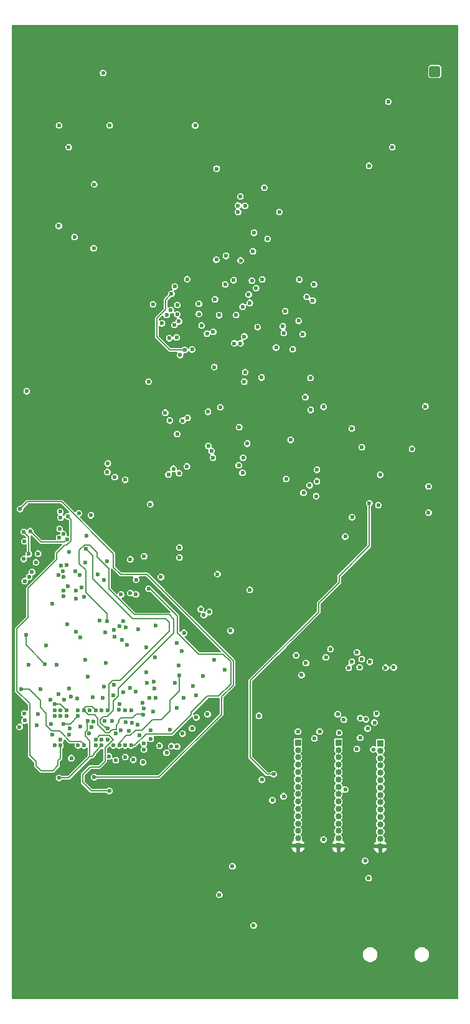
<source format=gbr>
%TF.GenerationSoftware,KiCad,Pcbnew,8.0.2*%
%TF.CreationDate,2024-06-30T08:04:25+02:00*%
%TF.ProjectId,Undroid,556e6472-6f69-4642-9e6b-696361645f70,C*%
%TF.SameCoordinates,Original*%
%TF.FileFunction,Copper,L3,Inr*%
%TF.FilePolarity,Positive*%
%FSLAX46Y46*%
G04 Gerber Fmt 4.6, Leading zero omitted, Abs format (unit mm)*
G04 Created by KiCad (PCBNEW 8.0.2) date 2024-06-30 08:04:25*
%MOMM*%
%LPD*%
G01*
G04 APERTURE LIST*
G04 Aperture macros list*
%AMRoundRect*
0 Rectangle with rounded corners*
0 $1 Rounding radius*
0 $2 $3 $4 $5 $6 $7 $8 $9 X,Y pos of 4 corners*
0 Add a 4 corners polygon primitive as box body*
4,1,4,$2,$3,$4,$5,$6,$7,$8,$9,$2,$3,0*
0 Add four circle primitives for the rounded corners*
1,1,$1+$1,$2,$3*
1,1,$1+$1,$4,$5*
1,1,$1+$1,$6,$7*
1,1,$1+$1,$8,$9*
0 Add four rect primitives between the rounded corners*
20,1,$1+$1,$2,$3,$4,$5,0*
20,1,$1+$1,$4,$5,$6,$7,0*
20,1,$1+$1,$6,$7,$8,$9,0*
20,1,$1+$1,$8,$9,$2,$3,0*%
G04 Aperture macros list end*
%TA.AperFunction,ComponentPad*%
%ADD10R,0.850000X0.850000*%
%TD*%
%TA.AperFunction,ComponentPad*%
%ADD11O,0.850000X0.850000*%
%TD*%
%TA.AperFunction,ComponentPad*%
%ADD12RoundRect,0.246063X-0.503937X-0.503937X0.503937X-0.503937X0.503937X0.503937X-0.503937X0.503937X0*%
%TD*%
%TA.AperFunction,ViaPad*%
%ADD13C,0.600000*%
%TD*%
%TA.AperFunction,Conductor*%
%ADD14C,0.200000*%
%TD*%
G04 APERTURE END LIST*
D10*
%TO.N,RED_V*%
%TO.C,MBCI_VIDEO1*%
X175600000Y-126800000D03*
D11*
%TO.N,GREEN_V*%
X175600000Y-127800000D03*
%TO.N,BLUE_V*%
X175600000Y-128800000D03*
%TO.N,ALPHA_V*%
X175600000Y-129800000D03*
%TO.N,HSYNC_V*%
X175600000Y-130800000D03*
%TO.N,VSYNC_V*%
X175600000Y-131800000D03*
%TO.N,unconnected-(MBCI_VIDEO1-Pin_7-Pad7)*%
X175600000Y-132800000D03*
%TO.N,3.3V*%
X175600000Y-133800000D03*
%TO.N,unconnected-(MBCI_VIDEO1-Pin_9-Pad9)*%
X175600000Y-134800000D03*
%TO.N,unconnected-(MBCI_VIDEO1-Pin_10-Pad10)*%
X175600000Y-135800000D03*
%TO.N,CLK*%
X175600000Y-136800000D03*
%TO.N,unconnected-(MBCI_VIDEO1-Pin_12-Pad12)*%
X175600000Y-137800000D03*
%TO.N,unconnected-(MBCI_VIDEO1-Pin_13-Pad13)*%
X175600000Y-138800000D03*
%TO.N,unconnected-(MBCI_VIDEO1-Pin_14-Pad14)*%
X175600000Y-139800000D03*
%TO.N,GND*%
X175600000Y-140800000D03*
%TD*%
D10*
%TO.N,UBOOT_MBCI*%
%TO.C,MBCI_IO1*%
X164400000Y-126700000D03*
D11*
%TO.N,RESET_N*%
X164400000Y-127700000D03*
%TO.N,RTC_IN*%
X164400000Y-128700000D03*
%TO.N,CONN_NMI_N*%
X164400000Y-129700000D03*
%TO.N,UBOOT_MBCI*%
X164400000Y-130700000D03*
%TO.N,GSM_PWR_N*%
X164400000Y-131700000D03*
%TO.N,GSM_RST_N*%
X164400000Y-132700000D03*
%TO.N,3.3V*%
X164400000Y-133700000D03*
%TO.N,UBOOT*%
X164400000Y-134700000D03*
%TO.N,unconnected-(MBCI_IO1-Pin_10-Pad10)*%
X164400000Y-135700000D03*
%TO.N,CLK*%
X164400000Y-136700000D03*
%TO.N,unconnected-(MBCI_IO1-Pin_12-Pad12)*%
X164400000Y-137700000D03*
%TO.N,MBU_UBOOT_RX*%
X164400000Y-138700000D03*
%TO.N,MCU_UBOOT_TX*%
X164400000Y-139700000D03*
%TO.N,GND*%
X164400000Y-140700000D03*
%TD*%
D12*
%TO.N,Net-(ANT1-A)*%
%TO.C,ANT1*%
X183000000Y-35600000D03*
%TD*%
D10*
%TO.N,DAT0_N*%
%TO.C,MBCI_NETWORK1*%
X169900000Y-126700000D03*
D11*
%TO.N,DAT1_N*%
X169900000Y-127700000D03*
%TO.N,DAT2_N*%
X169900000Y-128700000D03*
%TO.N,DAT3_N*%
X169900000Y-129700000D03*
%TO.N,DAT4_N*%
X169900000Y-130700000D03*
%TO.N,AVAIL_N*%
X169900000Y-131700000D03*
%TO.N,unconnected-(MBCI_NETWORK1-Pin_7-Pad7)*%
X169900000Y-132700000D03*
%TO.N,3.3V*%
X169900000Y-133700000D03*
%TO.N,unconnected-(MBCI_NETWORK1-Pin_9-Pad9)*%
X169900000Y-134700000D03*
%TO.N,unconnected-(MBCI_NETWORK1-Pin_10-Pad10)*%
X169900000Y-135700000D03*
%TO.N,CLK*%
X169900000Y-136700000D03*
%TO.N,unconnected-(MBCI_NETWORK1-Pin_12-Pad12)*%
X169900000Y-137700000D03*
%TO.N,unconnected-(MBCI_NETWORK1-Pin_13-Pad13)*%
X169900000Y-138700000D03*
%TO.N,unconnected-(MBCI_NETWORK1-Pin_14-Pad14)*%
X169900000Y-139700000D03*
%TO.N,GND*%
X169900000Y-140700000D03*
%TD*%
D13*
%TO.N,UBOOT*%
X162450000Y-133990000D03*
X159490000Y-131750000D03*
%TO.N,CPU_PWR*%
X127510000Y-78990000D03*
X149290000Y-89200000D03*
%TO.N,CONN_NMI_N*%
X145760000Y-104230000D03*
X157850000Y-105960000D03*
%TO.N,SD2_F1*%
X158690000Y-65000000D03*
%TO.N,SD0_F1*%
X152030000Y-71170000D03*
X157100000Y-71570000D03*
%TO.N,MBU_UBOOT_RX*%
X161430000Y-73080000D03*
X160920000Y-134540000D03*
%TO.N,MCU_UBOOT_TX*%
X157090000Y-77700000D03*
%TO.N,Net-(BRIDGE_CHIP1-GND-Pad14)*%
X147600000Y-70000000D03*
X150924500Y-67127100D03*
X148000000Y-67300000D03*
X155990900Y-68647400D03*
X144700000Y-67200000D03*
%TO.N,GND*%
X175875000Y-110250000D03*
X173200000Y-32100000D03*
X155850000Y-56975000D03*
X146447909Y-129252091D03*
X178800000Y-110250000D03*
X162460000Y-66140000D03*
X147800000Y-56975000D03*
X184700000Y-110275000D03*
X161250000Y-145423873D03*
X131025000Y-49500000D03*
X160300000Y-109500000D03*
X147400000Y-66800000D03*
X170075000Y-32750000D03*
X161775000Y-141625000D03*
X150200000Y-111700000D03*
X151175000Y-147375000D03*
X156175000Y-145425000D03*
X162467217Y-63482783D03*
X154900000Y-108900000D03*
X159800000Y-111300000D03*
X165800000Y-106000000D03*
X156875000Y-149175000D03*
X168700000Y-108200000D03*
X148750000Y-131350000D03*
%TO.N,CTS1*%
X165165200Y-92784300D03*
X144100000Y-77700000D03*
X156855500Y-90072400D03*
X151307000Y-70059200D03*
%TO.N,TX1*%
X156946500Y-88023200D03*
X150938400Y-68520700D03*
X166979200Y-91222200D03*
X150002400Y-73340400D03*
%TO.N,GSM_RST*%
X173095100Y-86587800D03*
X175581600Y-90346400D03*
%TO.N,GSM_VPP*%
X174082800Y-48377000D03*
X163690000Y-73310000D03*
%TO.N,RX1*%
X146531200Y-68655900D03*
X156358600Y-89053200D03*
X165988000Y-91791600D03*
X147986400Y-68555900D03*
X146900000Y-71800000D03*
X148368500Y-74101300D03*
%TO.N,GSM_GPIO_1*%
X157853400Y-67014400D03*
X171756400Y-96116300D03*
X149000000Y-73400000D03*
X147200621Y-65753597D03*
X147900000Y-71700000D03*
X182164700Y-95478100D03*
%TO.N,RI1*%
X166979700Y-89663400D03*
X157494100Y-86101800D03*
%TO.N,RTS1*%
X147100000Y-68000000D03*
X161885600Y-54670300D03*
X171717200Y-84048300D03*
X166881600Y-93241000D03*
%TO.N,GSM_IO*%
X164497400Y-69447900D03*
X177227300Y-45856900D03*
X175349000Y-94463500D03*
%TO.N,Net-(DDR_RAM1-VSSQ-PadB1)*%
X126539600Y-124575100D03*
X132900000Y-122300000D03*
X131300000Y-121500000D03*
X130744300Y-120846100D03*
X127232700Y-123713600D03*
%TO.N,SD2_F1*%
X154519500Y-64485700D03*
X153300300Y-61147800D03*
%TO.N,A12{slash}BC_N*%
X173874000Y-124793600D03*
X141836200Y-123975100D03*
X144224900Y-120598600D03*
X143883900Y-118585900D03*
X134167100Y-111687077D03*
X144689100Y-122456700D03*
%TO.N,A3*%
X148900000Y-111800000D03*
X143800000Y-113800000D03*
X163400000Y-85600000D03*
X162800000Y-90900000D03*
X140600000Y-110200000D03*
X142700000Y-111300000D03*
X166100000Y-77200000D03*
X140100000Y-127100000D03*
X148300000Y-117600000D03*
%TO.N,A0*%
X153680800Y-68678900D03*
X138035900Y-104589000D03*
X138542300Y-88825800D03*
X140108059Y-110891941D03*
X140450500Y-112792400D03*
X139271000Y-120292900D03*
X140284000Y-125024600D03*
%TO.N,A4*%
X145905600Y-69783100D03*
X147655000Y-64790300D03*
X158140000Y-63980000D03*
X140900000Y-122300000D03*
X134800000Y-112400000D03*
X134978900Y-105670500D03*
%TO.N,SD2_F2*%
X157230000Y-76400000D03*
X149386100Y-82605800D03*
%TO.N,SD3_F1*%
X156240900Y-53787400D03*
X159545401Y-63829765D03*
%TO.N,SD1_F2*%
X148207700Y-69521500D03*
X131874300Y-56552600D03*
%TO.N,SD_DAT1*%
X137904200Y-35787300D03*
X150431600Y-42920700D03*
%TO.N,A5*%
X140900000Y-127100000D03*
X165400000Y-79800000D03*
X141587200Y-106410700D03*
%TO.N,SD_CMD*%
X149358400Y-63781400D03*
X133219400Y-45858500D03*
%TO.N,A8*%
X143256300Y-121286400D03*
X136243700Y-95847900D03*
X138236500Y-115904500D03*
X162665200Y-68124700D03*
%TO.N,A6*%
X141700000Y-122300000D03*
X157700000Y-65870000D03*
X134600300Y-95571000D03*
%TO.N,SD0_F1*%
X157208600Y-53829000D03*
%TO.N,A14*%
X141143100Y-113438200D03*
X139348500Y-111376000D03*
X147660000Y-118638000D03*
X137400000Y-110148400D03*
X147906700Y-121973700D03*
X173629100Y-123550000D03*
X143477700Y-122038200D03*
%TO.N,A9*%
X142376400Y-106563600D03*
X145073800Y-110801100D03*
X147013700Y-124967100D03*
X156418000Y-83883300D03*
X142395200Y-104585800D03*
X144350600Y-125007500D03*
%TO.N,SD_CD_OR_DAT3*%
X160279200Y-58306500D03*
X159845800Y-51365700D03*
X158923700Y-70293300D03*
X131907100Y-42919100D03*
%TO.N,CMD_F1*%
X155633800Y-63924400D03*
X158420100Y-57498200D03*
%TO.N,A1*%
X139420400Y-112317100D03*
X153000000Y-115470000D03*
X138056600Y-119098100D03*
X139400200Y-118816300D03*
X144956800Y-115129100D03*
X166417491Y-66682509D03*
X158275000Y-59995100D03*
X166588600Y-64481100D03*
X140969000Y-123903300D03*
X143762700Y-117125100D03*
X156602800Y-61242200D03*
X147931200Y-113179300D03*
X148199700Y-116264000D03*
X152333900Y-108966100D03*
X164591400Y-63839200D03*
%TO.N,A13*%
X142846600Y-125667500D03*
X142303100Y-119811200D03*
X172877300Y-123382500D03*
X150584700Y-123291500D03*
X150585300Y-120326500D03*
%TO.N,A7*%
X144100000Y-105800000D03*
X165039600Y-71258800D03*
X141700000Y-127100000D03*
X143475300Y-101396800D03*
%TO.N,SD1_F1*%
X156586900Y-72497600D03*
X156249200Y-54668700D03*
%TO.N,A10{slash}AP*%
X135436400Y-102273400D03*
X134737900Y-103990600D03*
X147978200Y-84811700D03*
X139122100Y-123794600D03*
X134181400Y-106075600D03*
X146347000Y-81910800D03*
X155743500Y-72497600D03*
%TO.N,SD_DAT2*%
X162482800Y-71106200D03*
X148717200Y-83000100D03*
%TO.N,A11*%
X153011000Y-75718800D03*
X146972300Y-82971600D03*
X152839300Y-88002200D03*
X152217300Y-86422000D03*
X151605400Y-109392700D03*
X152110800Y-122852000D03*
X153460000Y-103830000D03*
X170638300Y-123581500D03*
X138479600Y-89962700D03*
X142578100Y-124311400D03*
%TO.N,SD_DAT0*%
X153341200Y-48794700D03*
X138791600Y-42919100D03*
%TO.N,A2*%
X141364700Y-125156000D03*
X141000000Y-111100000D03*
X147952800Y-127228200D03*
X149999600Y-124785800D03*
X166129100Y-81532500D03*
X147200100Y-127195500D03*
X150109800Y-118985300D03*
X151191400Y-108588000D03*
%TO.N,CMD_F2*%
X154611100Y-60628800D03*
X136624300Y-59590300D03*
%TO.N,RAM_ODT*%
X148566000Y-114301000D03*
X151505400Y-117631100D03*
%TO.N,DQ02*%
X126600000Y-95000000D03*
X134500000Y-127100000D03*
X136700000Y-131400000D03*
%TO.N,RAM_LDQS*%
X133375000Y-124750000D03*
X133298591Y-100776409D03*
X133257700Y-119392600D03*
X128782300Y-102223300D03*
X133000000Y-110608700D03*
X133108900Y-105476600D03*
%TO.N,Net-(DDR_RAM1-VSS-PadA9)*%
X143367700Y-122875200D03*
X143451400Y-127622700D03*
X135300000Y-122300000D03*
X136900000Y-122300000D03*
X142016900Y-129044000D03*
X145563000Y-127116700D03*
X130973500Y-125645300D03*
X140912300Y-128668100D03*
X133582000Y-128821700D03*
X138698900Y-128556100D03*
X136900000Y-127100000D03*
X140640600Y-119906100D03*
%TO.N,RAM_UDQS_N*%
X132500000Y-98400000D03*
X131300000Y-123100000D03*
%TO.N,DQ05*%
X136050000Y-122325000D03*
X130975000Y-107850000D03*
X136475000Y-120525000D03*
%TO.N,RAM_CKE*%
X135853900Y-117788600D03*
X137853200Y-120664700D03*
%TO.N,DQ08*%
X132400000Y-103425000D03*
X132900000Y-123100000D03*
X132600000Y-120900000D03*
%TO.N,RAM_CK_N*%
X132471100Y-106850000D03*
X138091500Y-123792000D03*
%TO.N,DQ10*%
X132940593Y-102581589D03*
X132498591Y-104223591D03*
X132100000Y-122300000D03*
%TO.N,RAM_BA2*%
X159439600Y-77142100D03*
X153128600Y-66520500D03*
X174635600Y-127620100D03*
X156878500Y-67515300D03*
X170827400Y-133061000D03*
X147466400Y-89526200D03*
X139663700Y-125467400D03*
X141584500Y-101808700D03*
X173541600Y-142764800D03*
X148285800Y-101584800D03*
%TO.N,RAM_LDQS_N*%
X134800000Y-124500000D03*
X132200000Y-102700000D03*
%TO.N,DQ13*%
X131911200Y-98910300D03*
X127100100Y-101783300D03*
%TO.N,ZQ*%
X135600000Y-100400000D03*
X132075000Y-95350000D03*
X138500000Y-122300000D03*
%TO.N,DQ00*%
X133253400Y-125659700D03*
X127800000Y-101100000D03*
X128225000Y-103550000D03*
X127100000Y-98100000D03*
X128879100Y-124326900D03*
X127175000Y-122750000D03*
%TO.N,RAM_CAS_N*%
X137700000Y-126300000D03*
X137200000Y-103900000D03*
%TO.N,DQ14*%
X130150000Y-113550000D03*
X131300000Y-122300000D03*
X131798768Y-103953867D03*
%TO.N,DQ01*%
X134500000Y-123100000D03*
X127250000Y-104775000D03*
X132550000Y-124150000D03*
%TO.N,RAM_WE_N*%
X138500000Y-124800000D03*
X138500000Y-126300000D03*
X138400000Y-110200000D03*
%TO.N,DQ06*%
X126732141Y-119467859D03*
X135300000Y-127100000D03*
%TO.N,RAM_UDQS*%
X132100000Y-123100000D03*
X135625000Y-98575000D03*
%TO.N,RAM_CK*%
X133524300Y-120483700D03*
X136315600Y-124596200D03*
%TO.N,RAM_BA0*%
X140343200Y-106590400D03*
X153847200Y-81178500D03*
X175091600Y-122787100D03*
X139300000Y-127100000D03*
%TO.N,RAM_RAS_N*%
X138475000Y-102125000D03*
X138750000Y-133275000D03*
X136900000Y-126300000D03*
%TO.N,DQ15*%
X129349800Y-119485200D03*
X129053800Y-101047800D03*
%TO.N,DQ07*%
X127400000Y-112100000D03*
X129995000Y-116042700D03*
X136600000Y-123850000D03*
%TO.N,DQ04*%
X135986100Y-125497300D03*
X134107400Y-103409100D03*
X131550000Y-116125000D03*
X132125000Y-96150000D03*
%TO.N,DQ11*%
X133100000Y-96000000D03*
X132100000Y-127100000D03*
X132000000Y-97675000D03*
%TO.N,DQ03*%
X131875000Y-120150000D03*
X134500000Y-122300000D03*
%TO.N,DQ12*%
X129059800Y-122822300D03*
X127853851Y-104204898D03*
X130814600Y-124217900D03*
X127750000Y-116175000D03*
%TO.N,Net-(DDR_RAM1-VDD-PadB2)*%
X144376700Y-126206900D03*
X148701400Y-125495700D03*
X144885300Y-119342400D03*
X131300000Y-127100000D03*
X137700000Y-127100000D03*
X135434900Y-115475100D03*
X148881600Y-120598800D03*
X131900000Y-131500000D03*
X139626700Y-129100400D03*
X137700000Y-122300000D03*
X141549600Y-119249300D03*
X143327000Y-129381900D03*
X135801800Y-123758500D03*
X140100000Y-121500000D03*
X145070400Y-120662900D03*
X134346200Y-120741500D03*
%TO.N,RAM_BA1*%
X159097800Y-123051900D03*
X174813200Y-123976200D03*
X139489291Y-90658391D03*
X134197200Y-107132100D03*
X155234000Y-111519400D03*
X152870000Y-70930000D03*
X148239800Y-90133700D03*
X148276750Y-100226750D03*
X170012000Y-125379000D03*
X172863200Y-126055300D03*
X140075000Y-122275000D03*
X144305900Y-94342500D03*
%TO.N,DQ09*%
X127211091Y-99388909D03*
X132100000Y-126300000D03*
%TO.N,RTC_IN*%
X166638600Y-126120300D03*
%TO.N,RAM_RST*%
X143453500Y-126844100D03*
X146538300Y-128094200D03*
%TO.N,RTC_OUT*%
X134009900Y-58065000D03*
X156563600Y-52567400D03*
X176701400Y-39678700D03*
X146791500Y-90288400D03*
X136685200Y-50913600D03*
%TO.N,GSM_PWR_N*%
X161100000Y-131000000D03*
X174100000Y-94200000D03*
%TO.N,VBUS_USBC*%
X179920700Y-86824300D03*
X167889200Y-81110500D03*
X170827700Y-98737300D03*
%TO.N,DAT4_N*%
X171298200Y-116562100D03*
%TO.N,Net-(GND_R1-Pad2)*%
X153700000Y-147350000D03*
X158375000Y-151525000D03*
%TO.N,Net-(ANT1-A)*%
X181725000Y-81050000D03*
X182175000Y-91925000D03*
%TO.N,HSYNC_V*%
X169812400Y-122847000D03*
X172413300Y-127566300D03*
%TO.N,DAT1_N*%
X167355500Y-125202900D03*
%TO.N,AVAIL_N*%
X171722100Y-115751300D03*
%TO.N,DAT3_N*%
X164159900Y-114840900D03*
X168826100Y-114003900D03*
X164391400Y-125210800D03*
%TO.N,DAT2_N*%
X172422300Y-114461800D03*
X168208200Y-115140500D03*
%TO.N,GSM_RST_N*%
X155500000Y-143500000D03*
X174025000Y-145100000D03*
%TO.N,Net-(MBCI_0-VDD)*%
X167889200Y-139866500D03*
X176322900Y-116530200D03*
X172801400Y-116481700D03*
%TO.N,Net-(C1-Pad2)*%
X177417900Y-116505900D03*
X154400000Y-116830000D03*
%TO.N,CPU_PWR*%
X152642500Y-87098500D03*
X165600900Y-66187900D03*
%TO.N,DRAM_PWR*%
X132475000Y-106100000D03*
X135303709Y-106903709D03*
X128000000Y-98000000D03*
X133000000Y-99100000D03*
X144758600Y-118468300D03*
X138213300Y-111724300D03*
%TO.N,UBOOT_MBCI*%
X173068400Y-115389300D03*
X165490900Y-115889600D03*
%TO.N,RESET_N*%
X152158600Y-81791800D03*
X174171900Y-115743000D03*
X164894900Y-117535700D03*
X140898900Y-91029700D03*
X162333300Y-70190900D03*
%TD*%
D14*
%TO.N,GND*%
X157050000Y-58175000D02*
X158125000Y-58175000D01*
X158125000Y-58175000D02*
X161500000Y-61550000D01*
X155850000Y-56975000D02*
X157050000Y-58175000D01*
X161500000Y-61550000D02*
X161500000Y-62515566D01*
X161500000Y-62515566D02*
X162467217Y-63482783D01*
%TO.N,GSM_GPIO_1*%
X147200621Y-65799379D02*
X147200621Y-65753597D01*
X146400000Y-66600000D02*
X147200621Y-65799379D01*
X145200000Y-69100000D02*
X146400000Y-67900000D01*
X146400000Y-67900000D02*
X146400000Y-66600000D01*
X145200000Y-71600000D02*
X145200000Y-69100000D01*
X147000000Y-73400000D02*
X145200000Y-71600000D01*
X149000000Y-73400000D02*
X147000000Y-73400000D01*
%TO.N,Net-(DDR_RAM1-VSSQ-PadB1)*%
X132100000Y-121500000D02*
X131300000Y-121500000D01*
X132900000Y-122300000D02*
X132100000Y-121500000D01*
%TO.N,A3*%
X141094000Y-125706000D02*
X141592518Y-125706000D01*
X143200000Y-125000000D02*
X144600000Y-123600000D01*
X140100000Y-127100000D02*
X140100000Y-126700000D01*
X148300000Y-119700000D02*
X148300000Y-117600000D01*
X141592518Y-125706000D02*
X142298518Y-125000000D01*
X147000000Y-121000000D02*
X148300000Y-119700000D01*
X142298518Y-125000000D02*
X143200000Y-125000000D01*
X140100000Y-126700000D02*
X141094000Y-125706000D01*
X147000000Y-122400000D02*
X147000000Y-121000000D01*
X144600000Y-123600000D02*
X145800000Y-123600000D01*
X145800000Y-123600000D02*
X147000000Y-122400000D01*
%TO.N,A7*%
X143734418Y-125557500D02*
X147242500Y-125557500D01*
X152100000Y-120400000D02*
X153600000Y-120400000D01*
X142191918Y-127100000D02*
X143734418Y-125557500D01*
X148000000Y-109500000D02*
X144300000Y-105800000D01*
X153600000Y-120400000D02*
X155250000Y-118750000D01*
X155250000Y-118750000D02*
X155250000Y-115750000D01*
X148000000Y-111800000D02*
X148000000Y-109500000D01*
X147242500Y-125557500D02*
X149900000Y-122900000D01*
X150900000Y-114700000D02*
X148000000Y-111800000D01*
X141700000Y-127100000D02*
X142191918Y-127100000D01*
X144300000Y-105800000D02*
X144100000Y-105800000D01*
X154200000Y-114700000D02*
X150900000Y-114700000D01*
X149900000Y-122600000D02*
X152100000Y-120400000D01*
X155250000Y-115750000D02*
X154200000Y-114700000D01*
X149900000Y-122900000D02*
X149900000Y-122600000D01*
%TO.N,DQ02*%
X139300000Y-101048518D02*
X132251482Y-94000000D01*
X140300000Y-103900000D02*
X139300000Y-102900000D01*
X136700000Y-131400000D02*
X145500000Y-131400000D01*
X143900000Y-103900000D02*
X140300000Y-103900000D01*
X145500000Y-131400000D02*
X154000000Y-122900000D01*
X154000000Y-120494974D02*
X155600000Y-118894974D01*
X139300000Y-102900000D02*
X139300000Y-101048518D01*
X132251482Y-94000000D02*
X127600000Y-94000000D01*
X127600000Y-94000000D02*
X126600000Y-95000000D01*
X155600000Y-118894974D02*
X155600000Y-115600000D01*
X155600000Y-115600000D02*
X143900000Y-103900000D01*
X154000000Y-122900000D02*
X154000000Y-120494974D01*
%TO.N,Net-(DDR_RAM1-VSS-PadA9)*%
X136900000Y-122300000D02*
X136375000Y-121775000D01*
X140375000Y-123325000D02*
X141925000Y-123325000D01*
X139125000Y-124925000D02*
X139132600Y-124917400D01*
X136375000Y-121775000D02*
X135550000Y-121775000D01*
X139132600Y-124917400D02*
X139675000Y-124917400D01*
X140075000Y-123625000D02*
X140375000Y-123325000D01*
X135300000Y-122025000D02*
X135300000Y-122300000D01*
X138272182Y-125350000D02*
X138727818Y-125350000D01*
X135300000Y-122352818D02*
X135890036Y-122942854D01*
X135890036Y-122942854D02*
X136715146Y-122942854D01*
X140075000Y-123950000D02*
X140075000Y-123625000D01*
X137191500Y-124269318D02*
X138272182Y-125350000D01*
X141925000Y-123325000D02*
X142400000Y-122850000D01*
X139675000Y-124917400D02*
X139675000Y-124350000D01*
X139675000Y-124350000D02*
X140075000Y-123950000D01*
X135300000Y-122300000D02*
X135300000Y-122352818D01*
X135550000Y-121775000D02*
X135300000Y-122025000D01*
X136715146Y-122942854D02*
X137191500Y-123419208D01*
X137191500Y-123419208D02*
X137191500Y-124269318D01*
X139125000Y-124952818D02*
X139125000Y-124925000D01*
X142400000Y-122850000D02*
X143342500Y-122850000D01*
X138727818Y-125350000D02*
X139125000Y-124952818D01*
X143342500Y-122850000D02*
X143367700Y-122875200D01*
%TO.N,ZQ*%
X141900000Y-109900000D02*
X146400000Y-109900000D01*
X136500000Y-101300000D02*
X136500000Y-104500000D01*
X138500000Y-122300000D02*
X138600000Y-122200000D01*
X138700000Y-122100000D02*
X138500000Y-122300000D01*
X146400000Y-109900000D02*
X146900000Y-110400000D01*
X139172382Y-118266300D02*
X138700000Y-118738682D01*
X136500000Y-104500000D02*
X141900000Y-109900000D01*
X146900000Y-111600000D02*
X140233700Y-118266300D01*
X140233700Y-118266300D02*
X139172382Y-118266300D01*
X135600000Y-100400000D02*
X136500000Y-101300000D01*
X138700000Y-118738682D02*
X138700000Y-122100000D01*
X146900000Y-110400000D02*
X146900000Y-111600000D01*
%TO.N,DQ00*%
X127800000Y-98800000D02*
X127100000Y-98100000D01*
X127800000Y-101100000D02*
X127800000Y-98800000D01*
%TO.N,DQ01*%
X133450000Y-124150000D02*
X134500000Y-123100000D01*
X132550000Y-124150000D02*
X133450000Y-124150000D01*
%TO.N,RAM_WE_N*%
X138422136Y-123155682D02*
X137950000Y-123155682D01*
X135528900Y-106328900D02*
X135528900Y-103303900D01*
X135528900Y-103303900D02*
X134625000Y-102400000D01*
X138675000Y-105825000D02*
X142175000Y-109325000D01*
X147500000Y-111808082D02*
X139925000Y-119383082D01*
X134625000Y-102400000D02*
X134625000Y-100597182D01*
X147500000Y-109925000D02*
X147500000Y-111808082D01*
X139275000Y-121066718D02*
X139275000Y-122302818D01*
X138400000Y-109200000D02*
X135528900Y-106328900D01*
X139925000Y-119383082D02*
X139925000Y-120416718D01*
X139925000Y-120416718D02*
X139275000Y-121066718D01*
X139275000Y-122302818D02*
X138422136Y-123155682D01*
X137100000Y-101527818D02*
X138675000Y-103102818D01*
X137950000Y-123155682D02*
X137541500Y-123564182D01*
X146900000Y-109325000D02*
X147500000Y-109925000D01*
X138321682Y-124800000D02*
X138500000Y-124800000D01*
X136075000Y-99850000D02*
X137100000Y-100875000D01*
X134625000Y-100597182D02*
X135372182Y-99850000D01*
X137100000Y-100875000D02*
X137100000Y-101527818D01*
X142175000Y-109325000D02*
X146900000Y-109325000D01*
X137541500Y-124019818D02*
X138321682Y-124800000D01*
X135372182Y-99850000D02*
X136075000Y-99850000D01*
X138400000Y-110200000D02*
X138400000Y-109200000D01*
X138675000Y-103102818D02*
X138675000Y-105825000D01*
X137541500Y-123564182D02*
X137541500Y-124019818D01*
%TO.N,DQ06*%
X133365882Y-126550000D02*
X134921518Y-126550000D01*
X131900000Y-125075000D02*
X132225000Y-125400000D01*
X129360759Y-121910759D02*
X130175000Y-122725000D01*
X130893882Y-125075000D02*
X131900000Y-125075000D01*
X127839377Y-119467859D02*
X129360759Y-120989241D01*
X126732141Y-119467859D02*
X127839377Y-119467859D01*
X130175000Y-124356118D02*
X130893882Y-125075000D01*
X132225000Y-125409118D02*
X133365882Y-126550000D01*
X135300000Y-126928482D02*
X135300000Y-127100000D01*
X130175000Y-122725000D02*
X130175000Y-124356118D01*
X134921518Y-126550000D02*
X135300000Y-126928482D01*
X132225000Y-125400000D02*
X132225000Y-125409118D01*
X129360759Y-120989241D02*
X129360759Y-121910759D01*
%TO.N,RAM_RAS_N*%
X136900000Y-126300000D02*
X137450000Y-125750000D01*
X138148900Y-127428918D02*
X138148900Y-129251100D01*
X137450000Y-125750000D02*
X138727818Y-125750000D01*
X138148900Y-129251100D02*
X137400000Y-130000000D01*
X137400000Y-130000000D02*
X136175000Y-130000000D01*
X136900000Y-126300000D02*
X136850000Y-126300000D01*
X139275000Y-126297182D02*
X139275000Y-126302818D01*
X135125000Y-132100000D02*
X136300000Y-133275000D01*
X139275000Y-126302818D02*
X138148900Y-127428918D01*
X136175000Y-130000000D02*
X135125000Y-131050000D01*
X136300000Y-133275000D02*
X138750000Y-133275000D01*
X138727818Y-125750000D02*
X139275000Y-126297182D01*
X135125000Y-131050000D02*
X135125000Y-132100000D01*
X136850000Y-126300000D02*
X136925000Y-126225000D01*
%TO.N,DQ07*%
X127400000Y-112100000D02*
X127400000Y-113447700D01*
X127400000Y-113447700D02*
X129995000Y-116042700D01*
%TO.N,DQ11*%
X128775000Y-129825000D02*
X129450000Y-130500000D01*
X126182141Y-111217859D02*
X126182141Y-119695677D01*
X127900000Y-121413536D02*
X127900000Y-128425000D01*
X126182141Y-119695677D02*
X127900000Y-121413536D01*
X132662618Y-99912382D02*
X131606191Y-100968809D01*
X129450000Y-130500000D02*
X131100000Y-130500000D01*
X133550000Y-99327818D02*
X132965436Y-99912382D01*
X127700000Y-105762382D02*
X127700000Y-109700000D01*
X131606191Y-101856191D02*
X127700000Y-105762382D01*
X133550000Y-96450000D02*
X133550000Y-99327818D01*
X131606191Y-100968809D02*
X131606191Y-101856191D01*
X132100000Y-128800000D02*
X132100000Y-127100000D01*
X127900000Y-128425000D02*
X128775000Y-129300000D01*
X132965436Y-99912382D02*
X132662618Y-99912382D01*
X133100000Y-96000000D02*
X133550000Y-96450000D01*
X131787500Y-129112500D02*
X132100000Y-128800000D01*
X128775000Y-129300000D02*
X128775000Y-129825000D01*
X131787500Y-129812500D02*
X131787500Y-129112500D01*
X131100000Y-130500000D02*
X131787500Y-129812500D01*
X127700000Y-109700000D02*
X126182141Y-111217859D01*
%TO.N,Net-(DDR_RAM1-VDD-PadB2)*%
X133200000Y-131500000D02*
X136100000Y-128600000D01*
X136675000Y-128150000D02*
X136925000Y-127900000D01*
X135700000Y-125005582D02*
X135700000Y-123860300D01*
X136100000Y-126500000D02*
X135436100Y-125836100D01*
X136100000Y-128600000D02*
X136100000Y-128475000D01*
X136375000Y-128600000D02*
X136100000Y-128600000D01*
X136675000Y-128300000D02*
X136675000Y-128150000D01*
X136925000Y-127900000D02*
X136925000Y-127875000D01*
X136100000Y-128475000D02*
X136100000Y-126500000D01*
X136925000Y-127875000D02*
X137700000Y-127100000D01*
X136675000Y-128300000D02*
X136375000Y-128600000D01*
X135700000Y-123860300D02*
X135801800Y-123758500D01*
X131900000Y-131500000D02*
X133200000Y-131500000D01*
X135436100Y-125836100D02*
X135436100Y-125269482D01*
X135436100Y-125269482D02*
X135700000Y-125005582D01*
%TO.N,GSM_PWR_N*%
X161100000Y-131000000D02*
X160200000Y-131000000D01*
X157900000Y-128700000D02*
X157900000Y-118300000D01*
X174100000Y-100000000D02*
X174100000Y-94200000D01*
X167200000Y-109000000D02*
X167200000Y-107800000D01*
X170000000Y-104100000D02*
X174100000Y-100000000D01*
X157900000Y-118300000D02*
X167200000Y-109000000D01*
X167200000Y-107800000D02*
X170000000Y-105000000D01*
X160200000Y-131000000D02*
X157900000Y-128700000D01*
X170000000Y-105000000D02*
X170000000Y-104100000D01*
%TO.N,DRAM_PWR*%
X132639700Y-99460300D02*
X129460300Y-99460300D01*
X129460300Y-99460300D02*
X128000000Y-98000000D01*
X133000000Y-99100000D02*
X132639700Y-99460300D01*
%TD*%
%TA.AperFunction,Conductor*%
%TO.N,GND*%
G36*
X139130703Y-103085409D02*
G01*
X139137167Y-103091428D01*
X139595740Y-103550000D01*
X140080565Y-104034825D01*
X140080568Y-104034829D01*
X140087636Y-104041897D01*
X140158103Y-104112364D01*
X140173701Y-104118824D01*
X140173704Y-104118827D01*
X140173704Y-104118826D01*
X140250173Y-104150501D01*
X140250174Y-104150501D01*
X140364262Y-104150501D01*
X140364270Y-104150500D01*
X141906844Y-104150500D01*
X141973883Y-104170185D01*
X142019638Y-104222989D01*
X142029582Y-104292147D01*
X142015010Y-104331216D01*
X142016002Y-104331670D01*
X141958502Y-104457574D01*
X141940067Y-104585800D01*
X141958502Y-104714025D01*
X141959964Y-104717226D01*
X142012318Y-104831863D01*
X142097151Y-104929767D01*
X142206131Y-104999804D01*
X142330425Y-105036299D01*
X142330427Y-105036300D01*
X142330428Y-105036300D01*
X142459973Y-105036300D01*
X142459973Y-105036299D01*
X142584269Y-104999804D01*
X142693249Y-104929767D01*
X142778082Y-104831863D01*
X142831897Y-104714026D01*
X142850333Y-104585800D01*
X142831897Y-104457574D01*
X142825942Y-104444534D01*
X142774398Y-104331670D01*
X142776112Y-104330887D01*
X142759556Y-104274497D01*
X142779242Y-104207458D01*
X142832047Y-104161704D01*
X142883556Y-104150500D01*
X143744877Y-104150500D01*
X143811916Y-104170185D01*
X143832558Y-104186819D01*
X148933375Y-109287636D01*
X153883559Y-114237819D01*
X153917044Y-114299142D01*
X153912060Y-114368834D01*
X153870188Y-114424767D01*
X153804724Y-114449184D01*
X153795878Y-114449500D01*
X151055123Y-114449500D01*
X150988084Y-114429815D01*
X150967442Y-114413181D01*
X148988859Y-112434598D01*
X148955374Y-112373275D01*
X148960358Y-112303583D01*
X149002230Y-112247650D01*
X149041603Y-112227940D01*
X149089069Y-112214004D01*
X149198049Y-112143967D01*
X149282882Y-112046063D01*
X149336697Y-111928226D01*
X149355133Y-111800000D01*
X149336697Y-111671774D01*
X149282882Y-111553937D01*
X149198049Y-111456033D01*
X149089069Y-111385996D01*
X149089065Y-111385994D01*
X149089064Y-111385994D01*
X148964774Y-111349500D01*
X148964772Y-111349500D01*
X148835228Y-111349500D01*
X148835226Y-111349500D01*
X148710935Y-111385994D01*
X148710932Y-111385995D01*
X148710931Y-111385996D01*
X148661239Y-111417931D01*
X148601950Y-111456033D01*
X148517118Y-111553937D01*
X148517117Y-111553938D01*
X148487294Y-111619241D01*
X148441539Y-111672045D01*
X148374499Y-111691729D01*
X148307460Y-111672044D01*
X148261705Y-111619240D01*
X148250500Y-111567729D01*
X148250500Y-109450173D01*
X148250499Y-109450170D01*
X148236594Y-109416600D01*
X148212364Y-109358103D01*
X148141897Y-109287636D01*
X144561479Y-105707218D01*
X144536366Y-105671049D01*
X144513273Y-105620483D01*
X144482882Y-105553937D01*
X144398049Y-105456033D01*
X144289069Y-105385996D01*
X144289065Y-105385994D01*
X144289064Y-105385994D01*
X144164774Y-105349500D01*
X144164772Y-105349500D01*
X144035228Y-105349500D01*
X144035226Y-105349500D01*
X143910935Y-105385994D01*
X143910932Y-105385995D01*
X143910931Y-105385996D01*
X143859677Y-105418934D01*
X143801950Y-105456033D01*
X143717118Y-105553937D01*
X143717117Y-105553938D01*
X143663302Y-105671774D01*
X143644867Y-105800000D01*
X143663302Y-105928225D01*
X143695894Y-105999590D01*
X143717118Y-106046063D01*
X143801951Y-106143967D01*
X143910931Y-106214004D01*
X144035225Y-106250499D01*
X144035227Y-106250500D01*
X144035228Y-106250500D01*
X144164773Y-106250500D01*
X144164773Y-106250499D01*
X144273110Y-106218690D01*
X144342979Y-106218690D01*
X144395725Y-106249986D01*
X147008558Y-108862819D01*
X147042043Y-108924142D01*
X147037059Y-108993834D01*
X146995187Y-109049767D01*
X146929723Y-109074184D01*
X146920877Y-109074500D01*
X142330123Y-109074500D01*
X142263084Y-109054815D01*
X142242442Y-109038181D01*
X140429895Y-107225634D01*
X140396410Y-107164311D01*
X140401394Y-107094619D01*
X140443266Y-107038686D01*
X140482642Y-107018976D01*
X140516163Y-107009133D01*
X140532269Y-107004404D01*
X140641249Y-106934367D01*
X140726082Y-106836463D01*
X140779897Y-106718626D01*
X140798333Y-106590400D01*
X140779897Y-106462174D01*
X140756389Y-106410700D01*
X141132067Y-106410700D01*
X141150502Y-106538925D01*
X141180193Y-106603937D01*
X141204318Y-106656763D01*
X141289151Y-106754667D01*
X141398131Y-106824704D01*
X141522425Y-106861199D01*
X141522427Y-106861200D01*
X141522428Y-106861200D01*
X141651973Y-106861200D01*
X141651973Y-106861199D01*
X141776269Y-106824704D01*
X141833794Y-106787734D01*
X141900832Y-106768051D01*
X141967872Y-106787736D01*
X141994546Y-106810849D01*
X142075394Y-106904155D01*
X142078351Y-106907567D01*
X142187331Y-106977604D01*
X142311625Y-107014099D01*
X142311627Y-107014100D01*
X142311628Y-107014100D01*
X142441173Y-107014100D01*
X142441173Y-107014099D01*
X142565469Y-106977604D01*
X142674449Y-106907567D01*
X142759282Y-106809663D01*
X142813097Y-106691826D01*
X142831533Y-106563600D01*
X142813097Y-106435374D01*
X142759282Y-106317537D01*
X142674449Y-106219633D01*
X142565469Y-106149596D01*
X142565465Y-106149594D01*
X142565464Y-106149594D01*
X142441174Y-106113100D01*
X142441172Y-106113100D01*
X142311628Y-106113100D01*
X142311626Y-106113100D01*
X142187334Y-106149594D01*
X142129804Y-106186565D01*
X142062764Y-106206248D01*
X141995725Y-106186562D01*
X141969053Y-106163450D01*
X141952171Y-106143967D01*
X141885249Y-106066733D01*
X141776269Y-105996696D01*
X141776265Y-105996694D01*
X141776264Y-105996694D01*
X141651974Y-105960200D01*
X141651972Y-105960200D01*
X141522428Y-105960200D01*
X141522426Y-105960200D01*
X141398135Y-105996694D01*
X141398132Y-105996695D01*
X141398131Y-105996696D01*
X141370479Y-106014467D01*
X141289150Y-106066733D01*
X141204318Y-106164637D01*
X141204317Y-106164638D01*
X141150502Y-106282474D01*
X141132067Y-106410700D01*
X140756389Y-106410700D01*
X140726082Y-106344337D01*
X140641249Y-106246433D01*
X140532269Y-106176396D01*
X140532265Y-106176394D01*
X140532264Y-106176394D01*
X140407974Y-106139900D01*
X140407972Y-106139900D01*
X140278428Y-106139900D01*
X140278426Y-106139900D01*
X140154135Y-106176394D01*
X140154132Y-106176395D01*
X140154131Y-106176396D01*
X140111452Y-106203824D01*
X140045150Y-106246433D01*
X139960318Y-106344337D01*
X139960317Y-106344338D01*
X139905429Y-106464524D01*
X139859674Y-106517328D01*
X139792634Y-106537012D01*
X139725595Y-106517327D01*
X139704954Y-106500693D01*
X138961819Y-105757558D01*
X138928334Y-105696235D01*
X138925500Y-105669877D01*
X138925500Y-103179122D01*
X138945185Y-103112083D01*
X138997989Y-103066328D01*
X139067147Y-103056384D01*
X139130703Y-103085409D01*
G37*
%TD.AperFunction*%
%TA.AperFunction,Conductor*%
G36*
X186142539Y-29320185D02*
G01*
X186188294Y-29372989D01*
X186199500Y-29424500D01*
X186199500Y-161375500D01*
X186179815Y-161442539D01*
X186127011Y-161488294D01*
X186075500Y-161499500D01*
X125624500Y-161499500D01*
X125557461Y-161479815D01*
X125511706Y-161427011D01*
X125500500Y-161375500D01*
X125500500Y-155598543D01*
X173224499Y-155598543D01*
X173262947Y-155791829D01*
X173262950Y-155791839D01*
X173338364Y-155973907D01*
X173338371Y-155973920D01*
X173447860Y-156137781D01*
X173447863Y-156137785D01*
X173587214Y-156277136D01*
X173587218Y-156277139D01*
X173751079Y-156386628D01*
X173751092Y-156386635D01*
X173933160Y-156462049D01*
X173933165Y-156462051D01*
X173933169Y-156462051D01*
X173933170Y-156462052D01*
X174126456Y-156500500D01*
X174126459Y-156500500D01*
X174323543Y-156500500D01*
X174453582Y-156474632D01*
X174516835Y-156462051D01*
X174698914Y-156386632D01*
X174862782Y-156277139D01*
X175002139Y-156137782D01*
X175111632Y-155973914D01*
X175187051Y-155791835D01*
X175225500Y-155598543D01*
X180224499Y-155598543D01*
X180262947Y-155791829D01*
X180262950Y-155791839D01*
X180338364Y-155973907D01*
X180338371Y-155973920D01*
X180447860Y-156137781D01*
X180447863Y-156137785D01*
X180587214Y-156277136D01*
X180587218Y-156277139D01*
X180751079Y-156386628D01*
X180751092Y-156386635D01*
X180933160Y-156462049D01*
X180933165Y-156462051D01*
X180933169Y-156462051D01*
X180933170Y-156462052D01*
X181126456Y-156500500D01*
X181126459Y-156500500D01*
X181323543Y-156500500D01*
X181453582Y-156474632D01*
X181516835Y-156462051D01*
X181698914Y-156386632D01*
X181862782Y-156277139D01*
X182002139Y-156137782D01*
X182111632Y-155973914D01*
X182187051Y-155791835D01*
X182225500Y-155598541D01*
X182225500Y-155401459D01*
X182225500Y-155401456D01*
X182187052Y-155208170D01*
X182187051Y-155208169D01*
X182187051Y-155208165D01*
X182187049Y-155208160D01*
X182111635Y-155026092D01*
X182111628Y-155026079D01*
X182002139Y-154862218D01*
X182002136Y-154862214D01*
X181862785Y-154722863D01*
X181862781Y-154722860D01*
X181698920Y-154613371D01*
X181698907Y-154613364D01*
X181516839Y-154537950D01*
X181516829Y-154537947D01*
X181323543Y-154499500D01*
X181323541Y-154499500D01*
X181126459Y-154499500D01*
X181126457Y-154499500D01*
X180933170Y-154537947D01*
X180933160Y-154537950D01*
X180751092Y-154613364D01*
X180751079Y-154613371D01*
X180587218Y-154722860D01*
X180587214Y-154722863D01*
X180447863Y-154862214D01*
X180447860Y-154862218D01*
X180338371Y-155026079D01*
X180338364Y-155026092D01*
X180262950Y-155208160D01*
X180262947Y-155208170D01*
X180224500Y-155401456D01*
X180224500Y-155401459D01*
X180224500Y-155598541D01*
X180224500Y-155598543D01*
X180224499Y-155598543D01*
X175225500Y-155598543D01*
X175225500Y-155598541D01*
X175225500Y-155401459D01*
X175225500Y-155401456D01*
X175187052Y-155208170D01*
X175187051Y-155208169D01*
X175187051Y-155208165D01*
X175187049Y-155208160D01*
X175111635Y-155026092D01*
X175111628Y-155026079D01*
X175002139Y-154862218D01*
X175002136Y-154862214D01*
X174862785Y-154722863D01*
X174862781Y-154722860D01*
X174698920Y-154613371D01*
X174698907Y-154613364D01*
X174516839Y-154537950D01*
X174516829Y-154537947D01*
X174323543Y-154499500D01*
X174323541Y-154499500D01*
X174126459Y-154499500D01*
X174126457Y-154499500D01*
X173933170Y-154537947D01*
X173933160Y-154537950D01*
X173751092Y-154613364D01*
X173751079Y-154613371D01*
X173587218Y-154722860D01*
X173587214Y-154722863D01*
X173447863Y-154862214D01*
X173447860Y-154862218D01*
X173338371Y-155026079D01*
X173338364Y-155026092D01*
X173262950Y-155208160D01*
X173262947Y-155208170D01*
X173224500Y-155401456D01*
X173224500Y-155401459D01*
X173224500Y-155598541D01*
X173224500Y-155598543D01*
X173224499Y-155598543D01*
X125500500Y-155598543D01*
X125500500Y-151525000D01*
X157919867Y-151525000D01*
X157938302Y-151653225D01*
X157992117Y-151771061D01*
X157992118Y-151771063D01*
X158076951Y-151868967D01*
X158185931Y-151939004D01*
X158310225Y-151975499D01*
X158310227Y-151975500D01*
X158310228Y-151975500D01*
X158439773Y-151975500D01*
X158439773Y-151975499D01*
X158564069Y-151939004D01*
X158673049Y-151868967D01*
X158757882Y-151771063D01*
X158811697Y-151653226D01*
X158830133Y-151525000D01*
X158811697Y-151396774D01*
X158757882Y-151278937D01*
X158673049Y-151181033D01*
X158564069Y-151110996D01*
X158564065Y-151110994D01*
X158564064Y-151110994D01*
X158439774Y-151074500D01*
X158439772Y-151074500D01*
X158310228Y-151074500D01*
X158310226Y-151074500D01*
X158185935Y-151110994D01*
X158185932Y-151110995D01*
X158185931Y-151110996D01*
X158134677Y-151143934D01*
X158076950Y-151181033D01*
X157992118Y-151278937D01*
X157992117Y-151278938D01*
X157938302Y-151396774D01*
X157919867Y-151525000D01*
X125500500Y-151525000D01*
X125500500Y-147350000D01*
X153244867Y-147350000D01*
X153263302Y-147478225D01*
X153317117Y-147596061D01*
X153317118Y-147596063D01*
X153401951Y-147693967D01*
X153510931Y-147764004D01*
X153635225Y-147800499D01*
X153635227Y-147800500D01*
X153635228Y-147800500D01*
X153764773Y-147800500D01*
X153764773Y-147800499D01*
X153889069Y-147764004D01*
X153998049Y-147693967D01*
X154082882Y-147596063D01*
X154136697Y-147478226D01*
X154155133Y-147350000D01*
X154136697Y-147221774D01*
X154082882Y-147103937D01*
X153998049Y-147006033D01*
X153889069Y-146935996D01*
X153889065Y-146935994D01*
X153889064Y-146935994D01*
X153764774Y-146899500D01*
X153764772Y-146899500D01*
X153635228Y-146899500D01*
X153635226Y-146899500D01*
X153510935Y-146935994D01*
X153510932Y-146935995D01*
X153510931Y-146935996D01*
X153459677Y-146968934D01*
X153401950Y-147006033D01*
X153317118Y-147103937D01*
X153317117Y-147103938D01*
X153263302Y-147221774D01*
X153244867Y-147350000D01*
X125500500Y-147350000D01*
X125500500Y-145100000D01*
X173569867Y-145100000D01*
X173588302Y-145228225D01*
X173642117Y-145346061D01*
X173642118Y-145346063D01*
X173726951Y-145443967D01*
X173835931Y-145514004D01*
X173960225Y-145550499D01*
X173960227Y-145550500D01*
X173960228Y-145550500D01*
X174089773Y-145550500D01*
X174089773Y-145550499D01*
X174214069Y-145514004D01*
X174323049Y-145443967D01*
X174407882Y-145346063D01*
X174461697Y-145228226D01*
X174480133Y-145100000D01*
X174461697Y-144971774D01*
X174407882Y-144853937D01*
X174323049Y-144756033D01*
X174214069Y-144685996D01*
X174214065Y-144685994D01*
X174214064Y-144685994D01*
X174089774Y-144649500D01*
X174089772Y-144649500D01*
X173960228Y-144649500D01*
X173960226Y-144649500D01*
X173835935Y-144685994D01*
X173835932Y-144685995D01*
X173835931Y-144685996D01*
X173784677Y-144718934D01*
X173726950Y-144756033D01*
X173642118Y-144853937D01*
X173642117Y-144853938D01*
X173588302Y-144971774D01*
X173569867Y-145100000D01*
X125500500Y-145100000D01*
X125500500Y-143500000D01*
X155044867Y-143500000D01*
X155063302Y-143628225D01*
X155117117Y-143746061D01*
X155117118Y-143746063D01*
X155201951Y-143843967D01*
X155310931Y-143914004D01*
X155435225Y-143950499D01*
X155435227Y-143950500D01*
X155435228Y-143950500D01*
X155564773Y-143950500D01*
X155564773Y-143950499D01*
X155689069Y-143914004D01*
X155798049Y-143843967D01*
X155882882Y-143746063D01*
X155936697Y-143628226D01*
X155955133Y-143500000D01*
X155936697Y-143371774D01*
X155882882Y-143253937D01*
X155798049Y-143156033D01*
X155689069Y-143085996D01*
X155689065Y-143085994D01*
X155689064Y-143085994D01*
X155564774Y-143049500D01*
X155564772Y-143049500D01*
X155435228Y-143049500D01*
X155435226Y-143049500D01*
X155310935Y-143085994D01*
X155310932Y-143085995D01*
X155310931Y-143085996D01*
X155275500Y-143108766D01*
X155201950Y-143156033D01*
X155117118Y-143253937D01*
X155117117Y-143253938D01*
X155063302Y-143371774D01*
X155044867Y-143500000D01*
X125500500Y-143500000D01*
X125500500Y-142764800D01*
X173086467Y-142764800D01*
X173104902Y-142893025D01*
X173158717Y-143010861D01*
X173158718Y-143010863D01*
X173243551Y-143108767D01*
X173352531Y-143178804D01*
X173476825Y-143215299D01*
X173476827Y-143215300D01*
X173476828Y-143215300D01*
X173606373Y-143215300D01*
X173606373Y-143215299D01*
X173730669Y-143178804D01*
X173839649Y-143108767D01*
X173924482Y-143010863D01*
X173978297Y-142893026D01*
X173996733Y-142764800D01*
X173978297Y-142636574D01*
X173924482Y-142518737D01*
X173839649Y-142420833D01*
X173730669Y-142350796D01*
X173730665Y-142350794D01*
X173730664Y-142350794D01*
X173606374Y-142314300D01*
X173606372Y-142314300D01*
X173476828Y-142314300D01*
X173476826Y-142314300D01*
X173352535Y-142350794D01*
X173352532Y-142350795D01*
X173352531Y-142350796D01*
X173301277Y-142383734D01*
X173243550Y-142420833D01*
X173158718Y-142518737D01*
X173158717Y-142518738D01*
X173104902Y-142636574D01*
X173086467Y-142764800D01*
X125500500Y-142764800D01*
X125500500Y-140950000D01*
X163508628Y-140950000D01*
X163550316Y-141078306D01*
X163550317Y-141078307D01*
X163647536Y-141246694D01*
X163647535Y-141246694D01*
X163777639Y-141391190D01*
X163777642Y-141391192D01*
X163934950Y-141505484D01*
X164112587Y-141584573D01*
X164149999Y-141592524D01*
X164150000Y-141592524D01*
X164650000Y-141592524D01*
X164687412Y-141584573D01*
X164865049Y-141505484D01*
X165022357Y-141391192D01*
X165022360Y-141391190D01*
X165152463Y-141246694D01*
X165249682Y-141078307D01*
X165249683Y-141078306D01*
X165291372Y-140950000D01*
X169008628Y-140950000D01*
X169050316Y-141078306D01*
X169050317Y-141078307D01*
X169147536Y-141246694D01*
X169147535Y-141246694D01*
X169277639Y-141391190D01*
X169277642Y-141391192D01*
X169434950Y-141505484D01*
X169612587Y-141584573D01*
X169649999Y-141592524D01*
X169650000Y-141592524D01*
X170150000Y-141592524D01*
X170187412Y-141584573D01*
X170365049Y-141505484D01*
X170522357Y-141391192D01*
X170522360Y-141391190D01*
X170652463Y-141246694D01*
X170749682Y-141078307D01*
X170749683Y-141078306D01*
X170758880Y-141050000D01*
X174708628Y-141050000D01*
X174750316Y-141178306D01*
X174750317Y-141178307D01*
X174847536Y-141346694D01*
X174847535Y-141346694D01*
X174977639Y-141491190D01*
X174977642Y-141491192D01*
X175134950Y-141605484D01*
X175312587Y-141684573D01*
X175349999Y-141692524D01*
X175350000Y-141692524D01*
X175850000Y-141692524D01*
X175887412Y-141684573D01*
X176065049Y-141605484D01*
X176222357Y-141491192D01*
X176222360Y-141491190D01*
X176352463Y-141346694D01*
X176449682Y-141178307D01*
X176449683Y-141178306D01*
X176491372Y-141050000D01*
X175850000Y-141050000D01*
X175850000Y-141692524D01*
X175350000Y-141692524D01*
X175350000Y-141050000D01*
X174708628Y-141050000D01*
X170758880Y-141050000D01*
X170791372Y-140950000D01*
X170150000Y-140950000D01*
X170150000Y-141592524D01*
X169650000Y-141592524D01*
X169650000Y-140950000D01*
X169008628Y-140950000D01*
X165291372Y-140950000D01*
X164650000Y-140950000D01*
X164650000Y-141592524D01*
X164150000Y-141592524D01*
X164150000Y-140950000D01*
X163508628Y-140950000D01*
X125500500Y-140950000D01*
X125500500Y-140449999D01*
X163508628Y-140449999D01*
X163508628Y-140450000D01*
X164350272Y-140450000D01*
X164258386Y-140488060D01*
X164188060Y-140558386D01*
X164150000Y-140650272D01*
X164150000Y-140749728D01*
X164188060Y-140841614D01*
X164258386Y-140911940D01*
X164350272Y-140950000D01*
X164449728Y-140950000D01*
X164541614Y-140911940D01*
X164611940Y-140841614D01*
X164650000Y-140749728D01*
X164650000Y-140650272D01*
X164611940Y-140558386D01*
X164541614Y-140488060D01*
X164449728Y-140450000D01*
X165291372Y-140450000D01*
X165291371Y-140449999D01*
X169008628Y-140449999D01*
X169008628Y-140450000D01*
X169850272Y-140450000D01*
X169758386Y-140488060D01*
X169688060Y-140558386D01*
X169650000Y-140650272D01*
X169650000Y-140749728D01*
X169688060Y-140841614D01*
X169758386Y-140911940D01*
X169850272Y-140950000D01*
X169949728Y-140950000D01*
X170041614Y-140911940D01*
X170111940Y-140841614D01*
X170150000Y-140749728D01*
X170150000Y-140650272D01*
X170111940Y-140558386D01*
X170041614Y-140488060D01*
X169949728Y-140450000D01*
X170791372Y-140450000D01*
X170791371Y-140449999D01*
X170749683Y-140321693D01*
X170749682Y-140321692D01*
X170652463Y-140153305D01*
X170652464Y-140153305D01*
X170522355Y-140008805D01*
X170503550Y-139995143D01*
X170460883Y-139939814D01*
X170454903Y-139870200D01*
X170458600Y-139858092D01*
X170458583Y-139858088D01*
X170460687Y-139850235D01*
X170480466Y-139700001D01*
X170480466Y-139699999D01*
X170460687Y-139549765D01*
X170460687Y-139549764D01*
X170402698Y-139409767D01*
X170310451Y-139289549D01*
X170310448Y-139289546D01*
X170310446Y-139289544D01*
X170308583Y-139287681D01*
X170307513Y-139285721D01*
X170305503Y-139283102D01*
X170305911Y-139282788D01*
X170275098Y-139226358D01*
X170280082Y-139156666D01*
X170305594Y-139116968D01*
X170305503Y-139116898D01*
X170306347Y-139115797D01*
X170308583Y-139112319D01*
X170310446Y-139110455D01*
X170310446Y-139110454D01*
X170310451Y-139110451D01*
X170402698Y-138990233D01*
X170460687Y-138850236D01*
X170480466Y-138700000D01*
X170460687Y-138549764D01*
X170402698Y-138409767D01*
X170310451Y-138289549D01*
X170310448Y-138289546D01*
X170310446Y-138289544D01*
X170308583Y-138287681D01*
X170307513Y-138285721D01*
X170305503Y-138283102D01*
X170305911Y-138282788D01*
X170275098Y-138226358D01*
X170280082Y-138156666D01*
X170305594Y-138116968D01*
X170305503Y-138116898D01*
X170306347Y-138115797D01*
X170308583Y-138112319D01*
X170310446Y-138110455D01*
X170310446Y-138110454D01*
X170310451Y-138110451D01*
X170402698Y-137990233D01*
X170460687Y-137850236D01*
X170480466Y-137700000D01*
X170460687Y-137549764D01*
X170402698Y-137409767D01*
X170310451Y-137289549D01*
X170310448Y-137289546D01*
X170310446Y-137289544D01*
X170308583Y-137287681D01*
X170307513Y-137285721D01*
X170305503Y-137283102D01*
X170305911Y-137282788D01*
X170275098Y-137226358D01*
X170280082Y-137156666D01*
X170305594Y-137116968D01*
X170305503Y-137116898D01*
X170306347Y-137115797D01*
X170308583Y-137112319D01*
X170310446Y-137110455D01*
X170310446Y-137110454D01*
X170310451Y-137110451D01*
X170402698Y-136990233D01*
X170460687Y-136850236D01*
X170480466Y-136700000D01*
X170460687Y-136549764D01*
X170402698Y-136409767D01*
X170310451Y-136289549D01*
X170310448Y-136289546D01*
X170310446Y-136289544D01*
X170308583Y-136287681D01*
X170307513Y-136285721D01*
X170305503Y-136283102D01*
X170305911Y-136282788D01*
X170275098Y-136226358D01*
X170280082Y-136156666D01*
X170305594Y-136116968D01*
X170305503Y-136116898D01*
X170306347Y-136115797D01*
X170308583Y-136112319D01*
X170310446Y-136110455D01*
X170310446Y-136110454D01*
X170310451Y-136110451D01*
X170402698Y-135990233D01*
X170460687Y-135850236D01*
X170480466Y-135700000D01*
X170460687Y-135549764D01*
X170402698Y-135409767D01*
X170310451Y-135289549D01*
X170310448Y-135289546D01*
X170310446Y-135289544D01*
X170308583Y-135287681D01*
X170307513Y-135285721D01*
X170305503Y-135283102D01*
X170305911Y-135282788D01*
X170275098Y-135226358D01*
X170280082Y-135156666D01*
X170305594Y-135116968D01*
X170305503Y-135116898D01*
X170306347Y-135115797D01*
X170308583Y-135112319D01*
X170310446Y-135110455D01*
X170310446Y-135110454D01*
X170310451Y-135110451D01*
X170402698Y-134990233D01*
X170460687Y-134850236D01*
X170480466Y-134700000D01*
X170460687Y-134549764D01*
X170402698Y-134409767D01*
X170310451Y-134289549D01*
X170310448Y-134289546D01*
X170310446Y-134289544D01*
X170308583Y-134287681D01*
X170307513Y-134285721D01*
X170305503Y-134283102D01*
X170305911Y-134282788D01*
X170275098Y-134226358D01*
X170280082Y-134156666D01*
X170305594Y-134116968D01*
X170305503Y-134116898D01*
X170306347Y-134115797D01*
X170308583Y-134112319D01*
X170310446Y-134110455D01*
X170310446Y-134110454D01*
X170310451Y-134110451D01*
X170402698Y-133990233D01*
X170460687Y-133850236D01*
X170480466Y-133700000D01*
X170468077Y-133605898D01*
X170478842Y-133536866D01*
X170525222Y-133484610D01*
X170592491Y-133465724D01*
X170629387Y-133473981D01*
X170629821Y-133472506D01*
X170762625Y-133511499D01*
X170762627Y-133511500D01*
X170762628Y-133511500D01*
X170892173Y-133511500D01*
X170892173Y-133511499D01*
X171016469Y-133475004D01*
X171125449Y-133404967D01*
X171210282Y-133307063D01*
X171264097Y-133189226D01*
X171282533Y-133061000D01*
X171264097Y-132932774D01*
X171210282Y-132814937D01*
X171125449Y-132717033D01*
X171016469Y-132646996D01*
X171016465Y-132646994D01*
X171016464Y-132646994D01*
X170892174Y-132610500D01*
X170892172Y-132610500D01*
X170762628Y-132610500D01*
X170762626Y-132610500D01*
X170638332Y-132646994D01*
X170635396Y-132648336D01*
X170632199Y-132648795D01*
X170629821Y-132649494D01*
X170629720Y-132649152D01*
X170566238Y-132658280D01*
X170502682Y-132629256D01*
X170464907Y-132570478D01*
X170460946Y-132551737D01*
X170460687Y-132549764D01*
X170402698Y-132409767D01*
X170310451Y-132289549D01*
X170310448Y-132289546D01*
X170310446Y-132289544D01*
X170308583Y-132287681D01*
X170307513Y-132285721D01*
X170305503Y-132283102D01*
X170305911Y-132282788D01*
X170275098Y-132226358D01*
X170280082Y-132156666D01*
X170305594Y-132116968D01*
X170305503Y-132116898D01*
X170306347Y-132115797D01*
X170308583Y-132112319D01*
X170310446Y-132110455D01*
X170310446Y-132110454D01*
X170310451Y-132110451D01*
X170402698Y-131990233D01*
X170460687Y-131850236D01*
X170480466Y-131700000D01*
X170474610Y-131655523D01*
X170460687Y-131549765D01*
X170460687Y-131549764D01*
X170402698Y-131409767D01*
X170310451Y-131289549D01*
X170310448Y-131289546D01*
X170310446Y-131289544D01*
X170308583Y-131287681D01*
X170307513Y-131285721D01*
X170305503Y-131283102D01*
X170305911Y-131282788D01*
X170275098Y-131226358D01*
X170280082Y-131156666D01*
X170305594Y-131116968D01*
X170305503Y-131116898D01*
X170306347Y-131115797D01*
X170308583Y-131112319D01*
X170310446Y-131110455D01*
X170310446Y-131110454D01*
X170310451Y-131110451D01*
X170402698Y-130990233D01*
X170460687Y-130850236D01*
X170480466Y-130700000D01*
X170460687Y-130549764D01*
X170402698Y-130409767D01*
X170310451Y-130289549D01*
X170310448Y-130289546D01*
X170310446Y-130289544D01*
X170308583Y-130287681D01*
X170307513Y-130285721D01*
X170305503Y-130283102D01*
X170305911Y-130282788D01*
X170275098Y-130226358D01*
X170280082Y-130156666D01*
X170305594Y-130116968D01*
X170305503Y-130116898D01*
X170306347Y-130115797D01*
X170308583Y-130112319D01*
X170310446Y-130110455D01*
X170310446Y-130110454D01*
X170310451Y-130110451D01*
X170402698Y-129990233D01*
X170460687Y-129850236D01*
X170480466Y-129700000D01*
X170460687Y-129549764D01*
X170402698Y-129409767D01*
X170310451Y-129289549D01*
X170310448Y-129289546D01*
X170310446Y-129289544D01*
X170308583Y-129287681D01*
X170307513Y-129285721D01*
X170305503Y-129283102D01*
X170305911Y-129282788D01*
X170275098Y-129226358D01*
X170280082Y-129156666D01*
X170305594Y-129116968D01*
X170305503Y-129116898D01*
X170306347Y-129115797D01*
X170308583Y-129112319D01*
X170310446Y-129110455D01*
X170310446Y-129110454D01*
X170310451Y-129110451D01*
X170402698Y-128990233D01*
X170460687Y-128850236D01*
X170480466Y-128700000D01*
X170478402Y-128684326D01*
X170460687Y-128549765D01*
X170460687Y-128549764D01*
X170402698Y-128409767D01*
X170310451Y-128289549D01*
X170310448Y-128289546D01*
X170310446Y-128289544D01*
X170308583Y-128287681D01*
X170307513Y-128285721D01*
X170305503Y-128283102D01*
X170305911Y-128282788D01*
X170275098Y-128226358D01*
X170280082Y-128156666D01*
X170305594Y-128116968D01*
X170305503Y-128116898D01*
X170306347Y-128115797D01*
X170308583Y-128112319D01*
X170310446Y-128110455D01*
X170310446Y-128110454D01*
X170310451Y-128110451D01*
X170402698Y-127990233D01*
X170460687Y-127850236D01*
X170480466Y-127700000D01*
X170477858Y-127680194D01*
X170465565Y-127586819D01*
X170462864Y-127566300D01*
X171958167Y-127566300D01*
X171976602Y-127694525D01*
X172001172Y-127748325D01*
X172030418Y-127812363D01*
X172115251Y-127910267D01*
X172224231Y-127980304D01*
X172318908Y-128008103D01*
X172348525Y-128016799D01*
X172348527Y-128016800D01*
X172348528Y-128016800D01*
X172478073Y-128016800D01*
X172478073Y-128016799D01*
X172602369Y-127980304D01*
X172711349Y-127910267D01*
X172796182Y-127812363D01*
X172849997Y-127694526D01*
X172860698Y-127620100D01*
X174180467Y-127620100D01*
X174198902Y-127748325D01*
X174228148Y-127812363D01*
X174252718Y-127866163D01*
X174337551Y-127964067D01*
X174446531Y-128034104D01*
X174570825Y-128070599D01*
X174570827Y-128070600D01*
X174570828Y-128070600D01*
X174700373Y-128070600D01*
X174700373Y-128070599D01*
X174824669Y-128034104D01*
X174896805Y-127987745D01*
X174963842Y-127968061D01*
X175030881Y-127987745D01*
X175076636Y-128040549D01*
X175078403Y-128044608D01*
X175097237Y-128090077D01*
X175097302Y-128090233D01*
X175189549Y-128210451D01*
X175189550Y-128210452D01*
X175189555Y-128210458D01*
X175191422Y-128212325D01*
X175192492Y-128214285D01*
X175194497Y-128216898D01*
X175194089Y-128217210D01*
X175224903Y-128273650D01*
X175219914Y-128343341D01*
X175194405Y-128383032D01*
X175194497Y-128383102D01*
X175193659Y-128384193D01*
X175191422Y-128387675D01*
X175189555Y-128389541D01*
X175189549Y-128389549D01*
X175098502Y-128508204D01*
X175097300Y-128509770D01*
X175039313Y-128649763D01*
X175039312Y-128649765D01*
X175019534Y-128799999D01*
X175019534Y-128800000D01*
X175039312Y-128950234D01*
X175039313Y-128950236D01*
X175087994Y-129067763D01*
X175097302Y-129090233D01*
X175189549Y-129210451D01*
X175189550Y-129210452D01*
X175189555Y-129210458D01*
X175191422Y-129212325D01*
X175192492Y-129214285D01*
X175194497Y-129216898D01*
X175194089Y-129217210D01*
X175224903Y-129273650D01*
X175219914Y-129343341D01*
X175194405Y-129383032D01*
X175194497Y-129383102D01*
X175193659Y-129384193D01*
X175191422Y-129387675D01*
X175189555Y-129389541D01*
X175189549Y-129389549D01*
X175147486Y-129444367D01*
X175097300Y-129509770D01*
X175039313Y-129649763D01*
X175039312Y-129649765D01*
X175019534Y-129799999D01*
X175019534Y-129800000D01*
X175039312Y-129950234D01*
X175039313Y-129950236D01*
X175097302Y-130090233D01*
X175189549Y-130210451D01*
X175189550Y-130210452D01*
X175189555Y-130210458D01*
X175191422Y-130212325D01*
X175192492Y-130214285D01*
X175194497Y-130216898D01*
X175194089Y-130217210D01*
X175224903Y-130273650D01*
X175219914Y-130343341D01*
X175194405Y-130383032D01*
X175194497Y-130383102D01*
X175193659Y-130384193D01*
X175191422Y-130387675D01*
X175189555Y-130389541D01*
X175097300Y-130509770D01*
X175039313Y-130649763D01*
X175039312Y-130649765D01*
X175019534Y-130799999D01*
X175019534Y-130800000D01*
X175039312Y-130950234D01*
X175039313Y-130950236D01*
X175080429Y-131049500D01*
X175097302Y-131090233D01*
X175189549Y-131210451D01*
X175189550Y-131210452D01*
X175189555Y-131210458D01*
X175191422Y-131212325D01*
X175192492Y-131214285D01*
X175194497Y-131216898D01*
X175194089Y-131217210D01*
X175224903Y-131273650D01*
X175219914Y-131343341D01*
X175194405Y-131383032D01*
X175194497Y-131383102D01*
X175193659Y-131384193D01*
X175191422Y-131387675D01*
X175189555Y-131389541D01*
X175097300Y-131509770D01*
X175039313Y-131649763D01*
X175039312Y-131649765D01*
X175019534Y-131799999D01*
X175019534Y-131800000D01*
X175039312Y-131950234D01*
X175039313Y-131950236D01*
X175097302Y-132090233D01*
X175189549Y-132210451D01*
X175189550Y-132210452D01*
X175189555Y-132210458D01*
X175191422Y-132212325D01*
X175192492Y-132214285D01*
X175194497Y-132216898D01*
X175194089Y-132217210D01*
X175224903Y-132273650D01*
X175219914Y-132343341D01*
X175194405Y-132383032D01*
X175194497Y-132383102D01*
X175193659Y-132384193D01*
X175191422Y-132387675D01*
X175189555Y-132389541D01*
X175097300Y-132509770D01*
X175039313Y-132649763D01*
X175039312Y-132649765D01*
X175019534Y-132799999D01*
X175019534Y-132800000D01*
X175039312Y-132950234D01*
X175039313Y-132950236D01*
X175071912Y-133028938D01*
X175097302Y-133090233D01*
X175189549Y-133210451D01*
X175189550Y-133210452D01*
X175189555Y-133210458D01*
X175191422Y-133212325D01*
X175192492Y-133214285D01*
X175194497Y-133216898D01*
X175194089Y-133217210D01*
X175224903Y-133273650D01*
X175219914Y-133343341D01*
X175194405Y-133383032D01*
X175194497Y-133383102D01*
X175193659Y-133384193D01*
X175191422Y-133387675D01*
X175189555Y-133389541D01*
X175168566Y-133416895D01*
X175114494Y-133487363D01*
X175097300Y-133509770D01*
X175039313Y-133649763D01*
X175039312Y-133649765D01*
X175019534Y-133799999D01*
X175019534Y-133800000D01*
X175039312Y-133950234D01*
X175039313Y-133950236D01*
X175097302Y-134090233D01*
X175189549Y-134210451D01*
X175189550Y-134210452D01*
X175189555Y-134210458D01*
X175191422Y-134212325D01*
X175192492Y-134214285D01*
X175194497Y-134216898D01*
X175194089Y-134217210D01*
X175224903Y-134273650D01*
X175219914Y-134343341D01*
X175194405Y-134383032D01*
X175194497Y-134383102D01*
X175193659Y-134384193D01*
X175191422Y-134387675D01*
X175189555Y-134389541D01*
X175189549Y-134389549D01*
X175150454Y-134440499D01*
X175097300Y-134509770D01*
X175039313Y-134649763D01*
X175039312Y-134649765D01*
X175019534Y-134799999D01*
X175019534Y-134800000D01*
X175039312Y-134950234D01*
X175039313Y-134950236D01*
X175055990Y-134990499D01*
X175097302Y-135090233D01*
X175189549Y-135210451D01*
X175189550Y-135210452D01*
X175189555Y-135210458D01*
X175191422Y-135212325D01*
X175192492Y-135214285D01*
X175194497Y-135216898D01*
X175194089Y-135217210D01*
X175224903Y-135273650D01*
X175219914Y-135343341D01*
X175194405Y-135383032D01*
X175194497Y-135383102D01*
X175193659Y-135384193D01*
X175191422Y-135387675D01*
X175189555Y-135389541D01*
X175097300Y-135509770D01*
X175039313Y-135649763D01*
X175039312Y-135649765D01*
X175019534Y-135799999D01*
X175019534Y-135800000D01*
X175039312Y-135950234D01*
X175039313Y-135950236D01*
X175097302Y-136090233D01*
X175189549Y-136210451D01*
X175189550Y-136210452D01*
X175189555Y-136210458D01*
X175191422Y-136212325D01*
X175192492Y-136214285D01*
X175194497Y-136216898D01*
X175194089Y-136217210D01*
X175224903Y-136273650D01*
X175219914Y-136343341D01*
X175194405Y-136383032D01*
X175194497Y-136383102D01*
X175193659Y-136384193D01*
X175191422Y-136387675D01*
X175189555Y-136389541D01*
X175097300Y-136509770D01*
X175039313Y-136649763D01*
X175039312Y-136649765D01*
X175019534Y-136799999D01*
X175019534Y-136800000D01*
X175039312Y-136950234D01*
X175039313Y-136950236D01*
X175097302Y-137090233D01*
X175189549Y-137210451D01*
X175189550Y-137210452D01*
X175189555Y-137210458D01*
X175191422Y-137212325D01*
X175192492Y-137214285D01*
X175194497Y-137216898D01*
X175194089Y-137217210D01*
X175224903Y-137273650D01*
X175219914Y-137343341D01*
X175194405Y-137383032D01*
X175194497Y-137383102D01*
X175193659Y-137384193D01*
X175191422Y-137387675D01*
X175189555Y-137389541D01*
X175097300Y-137509770D01*
X175039313Y-137649763D01*
X175039312Y-137649765D01*
X175019534Y-137799999D01*
X175019534Y-137800000D01*
X175039312Y-137950234D01*
X175039313Y-137950236D01*
X175097302Y-138090233D01*
X175189549Y-138210451D01*
X175189550Y-138210452D01*
X175189555Y-138210458D01*
X175191422Y-138212325D01*
X175192492Y-138214285D01*
X175194497Y-138216898D01*
X175194089Y-138217210D01*
X175224903Y-138273650D01*
X175219914Y-138343341D01*
X175194405Y-138383032D01*
X175194497Y-138383102D01*
X175193659Y-138384193D01*
X175191422Y-138387675D01*
X175189555Y-138389541D01*
X175097300Y-138509770D01*
X175039313Y-138649763D01*
X175039312Y-138649765D01*
X175019534Y-138799999D01*
X175019534Y-138800000D01*
X175039312Y-138950234D01*
X175039313Y-138950236D01*
X175097302Y-139090233D01*
X175189549Y-139210451D01*
X175189550Y-139210452D01*
X175189555Y-139210458D01*
X175191422Y-139212325D01*
X175192492Y-139214285D01*
X175194497Y-139216898D01*
X175194089Y-139217210D01*
X175224903Y-139273650D01*
X175219914Y-139343341D01*
X175194405Y-139383032D01*
X175194497Y-139383102D01*
X175193659Y-139384193D01*
X175191422Y-139387675D01*
X175189555Y-139389541D01*
X175097300Y-139509770D01*
X175039313Y-139649763D01*
X175039312Y-139649765D01*
X175019534Y-139799999D01*
X175019534Y-139800000D01*
X175039312Y-139950234D01*
X175041417Y-139958087D01*
X175039339Y-139958643D01*
X175045594Y-140016844D01*
X175014317Y-140079322D01*
X174996454Y-140095139D01*
X174977642Y-140108807D01*
X174977639Y-140108809D01*
X174847536Y-140253305D01*
X174750317Y-140421692D01*
X174750316Y-140421693D01*
X174708628Y-140549999D01*
X174708628Y-140550000D01*
X175550272Y-140550000D01*
X175458386Y-140588060D01*
X175388060Y-140658386D01*
X175350000Y-140750272D01*
X175350000Y-140849728D01*
X175388060Y-140941614D01*
X175458386Y-141011940D01*
X175550272Y-141050000D01*
X175649728Y-141050000D01*
X175741614Y-141011940D01*
X175811940Y-140941614D01*
X175850000Y-140849728D01*
X175850000Y-140750272D01*
X175811940Y-140658386D01*
X175741614Y-140588060D01*
X175649728Y-140550000D01*
X176491372Y-140550000D01*
X176491371Y-140549999D01*
X176449683Y-140421693D01*
X176449682Y-140421692D01*
X176352463Y-140253305D01*
X176352464Y-140253305D01*
X176222355Y-140108805D01*
X176203550Y-140095143D01*
X176160883Y-140039814D01*
X176154903Y-139970200D01*
X176158600Y-139958092D01*
X176158583Y-139958088D01*
X176160687Y-139950235D01*
X176180466Y-139800001D01*
X176180466Y-139799999D01*
X176160687Y-139649765D01*
X176160687Y-139649764D01*
X176102698Y-139509767D01*
X176010451Y-139389549D01*
X176010448Y-139389546D01*
X176010446Y-139389544D01*
X176008583Y-139387681D01*
X176007513Y-139385721D01*
X176005503Y-139383102D01*
X176005911Y-139382788D01*
X175975098Y-139326358D01*
X175980082Y-139256666D01*
X176005594Y-139216968D01*
X176005503Y-139216898D01*
X176006347Y-139215797D01*
X176008583Y-139212319D01*
X176010446Y-139210455D01*
X176010446Y-139210454D01*
X176010451Y-139210451D01*
X176102698Y-139090233D01*
X176160687Y-138950236D01*
X176180466Y-138800000D01*
X176160687Y-138649764D01*
X176102698Y-138509767D01*
X176010451Y-138389549D01*
X176010448Y-138389546D01*
X176010446Y-138389544D01*
X176008583Y-138387681D01*
X176007513Y-138385721D01*
X176005503Y-138383102D01*
X176005911Y-138382788D01*
X175975098Y-138326358D01*
X175980082Y-138256666D01*
X176005594Y-138216968D01*
X176005503Y-138216898D01*
X176006347Y-138215797D01*
X176008583Y-138212319D01*
X176010446Y-138210455D01*
X176010446Y-138210454D01*
X176010451Y-138210451D01*
X176102698Y-138090233D01*
X176160687Y-137950236D01*
X176180466Y-137800000D01*
X176160687Y-137649764D01*
X176102698Y-137509767D01*
X176010451Y-137389549D01*
X176010448Y-137389546D01*
X176010446Y-137389544D01*
X176008583Y-137387681D01*
X176007513Y-137385721D01*
X176005503Y-137383102D01*
X176005911Y-137382788D01*
X175975098Y-137326358D01*
X175980082Y-137256666D01*
X176005594Y-137216968D01*
X176005503Y-137216898D01*
X176006347Y-137215797D01*
X176008583Y-137212319D01*
X176010446Y-137210455D01*
X176010446Y-137210454D01*
X176010451Y-137210451D01*
X176102698Y-137090233D01*
X176160687Y-136950236D01*
X176180466Y-136800000D01*
X176160687Y-136649764D01*
X176102698Y-136509767D01*
X176010451Y-136389549D01*
X176010448Y-136389546D01*
X176010446Y-136389544D01*
X176008583Y-136387681D01*
X176007513Y-136385721D01*
X176005503Y-136383102D01*
X176005911Y-136382788D01*
X175975098Y-136326358D01*
X175980082Y-136256666D01*
X176005594Y-136216968D01*
X176005503Y-136216898D01*
X176006347Y-136215797D01*
X176008583Y-136212319D01*
X176010446Y-136210455D01*
X176010446Y-136210454D01*
X176010451Y-136210451D01*
X176102698Y-136090233D01*
X176160687Y-135950236D01*
X176180466Y-135800000D01*
X176160687Y-135649764D01*
X176102698Y-135509767D01*
X176010451Y-135389549D01*
X176010448Y-135389546D01*
X176010446Y-135389544D01*
X176008583Y-135387681D01*
X176007513Y-135385721D01*
X176005503Y-135383102D01*
X176005911Y-135382788D01*
X175975098Y-135326358D01*
X175980082Y-135256666D01*
X176005594Y-135216968D01*
X176005503Y-135216898D01*
X176006347Y-135215797D01*
X176008583Y-135212319D01*
X176010446Y-135210455D01*
X176010446Y-135210454D01*
X176010451Y-135210451D01*
X176102698Y-135090233D01*
X176160687Y-134950236D01*
X176180466Y-134800000D01*
X176160687Y-134649764D01*
X176102698Y-134509767D01*
X176010451Y-134389549D01*
X176010448Y-134389546D01*
X176010446Y-134389544D01*
X176008583Y-134387681D01*
X176007513Y-134385721D01*
X176005503Y-134383102D01*
X176005911Y-134382788D01*
X175975098Y-134326358D01*
X175980082Y-134256666D01*
X176005594Y-134216968D01*
X176005503Y-134216898D01*
X176006347Y-134215797D01*
X176008583Y-134212319D01*
X176010446Y-134210455D01*
X176010446Y-134210454D01*
X176010451Y-134210451D01*
X176102698Y-134090233D01*
X176160687Y-133950236D01*
X176180466Y-133800000D01*
X176160687Y-133649764D01*
X176102698Y-133509767D01*
X176010451Y-133389549D01*
X176010448Y-133389546D01*
X176010446Y-133389544D01*
X176008583Y-133387681D01*
X176007513Y-133385721D01*
X176005503Y-133383102D01*
X176005911Y-133382788D01*
X175975098Y-133326358D01*
X175980082Y-133256666D01*
X176005594Y-133216968D01*
X176005503Y-133216898D01*
X176006347Y-133215797D01*
X176008583Y-133212319D01*
X176010446Y-133210455D01*
X176010446Y-133210454D01*
X176010451Y-133210451D01*
X176102698Y-133090233D01*
X176160687Y-132950236D01*
X176180466Y-132800000D01*
X176160687Y-132649764D01*
X176102698Y-132509767D01*
X176010451Y-132389549D01*
X176010448Y-132389546D01*
X176010446Y-132389544D01*
X176008583Y-132387681D01*
X176007513Y-132385721D01*
X176005503Y-132383102D01*
X176005911Y-132382788D01*
X175975098Y-132326358D01*
X175980082Y-132256666D01*
X176005594Y-132216968D01*
X176005503Y-132216898D01*
X176006347Y-132215797D01*
X176008583Y-132212319D01*
X176010446Y-132210455D01*
X176010446Y-132210454D01*
X176010451Y-132210451D01*
X176102698Y-132090233D01*
X176160687Y-131950236D01*
X176180466Y-131800000D01*
X176174610Y-131755523D01*
X176160687Y-131649765D01*
X176160687Y-131649764D01*
X176102698Y-131509767D01*
X176010451Y-131389549D01*
X176010448Y-131389546D01*
X176010446Y-131389544D01*
X176008583Y-131387681D01*
X176007513Y-131385721D01*
X176005503Y-131383102D01*
X176005911Y-131382788D01*
X175975098Y-131326358D01*
X175980082Y-131256666D01*
X176005594Y-131216968D01*
X176005503Y-131216898D01*
X176006347Y-131215797D01*
X176008583Y-131212319D01*
X176010446Y-131210455D01*
X176010446Y-131210454D01*
X176010451Y-131210451D01*
X176102698Y-131090233D01*
X176160687Y-130950236D01*
X176180466Y-130800000D01*
X176160687Y-130649764D01*
X176102698Y-130509767D01*
X176010451Y-130389549D01*
X176010448Y-130389546D01*
X176010446Y-130389544D01*
X176008583Y-130387681D01*
X176007513Y-130385721D01*
X176005503Y-130383102D01*
X176005911Y-130382788D01*
X175975098Y-130326358D01*
X175980082Y-130256666D01*
X176005594Y-130216968D01*
X176005503Y-130216898D01*
X176006347Y-130215797D01*
X176008583Y-130212319D01*
X176010446Y-130210455D01*
X176010446Y-130210454D01*
X176010451Y-130210451D01*
X176102698Y-130090233D01*
X176160687Y-129950236D01*
X176180466Y-129800000D01*
X176160687Y-129649764D01*
X176102698Y-129509767D01*
X176010451Y-129389549D01*
X176010448Y-129389546D01*
X176010446Y-129389544D01*
X176008583Y-129387681D01*
X176007513Y-129385721D01*
X176005503Y-129383102D01*
X176005911Y-129382788D01*
X175975098Y-129326358D01*
X175980082Y-129256666D01*
X176005594Y-129216968D01*
X176005503Y-129216898D01*
X176006347Y-129215797D01*
X176008583Y-129212319D01*
X176010446Y-129210455D01*
X176010446Y-129210454D01*
X176010451Y-129210451D01*
X176102698Y-129090233D01*
X176160687Y-128950236D01*
X176180466Y-128800000D01*
X176180194Y-128797937D01*
X176166806Y-128696239D01*
X176160687Y-128649764D01*
X176102698Y-128509767D01*
X176010451Y-128389549D01*
X176010448Y-128389546D01*
X176010446Y-128389544D01*
X176008583Y-128387681D01*
X176007513Y-128385721D01*
X176005503Y-128383102D01*
X176005911Y-128382788D01*
X175975098Y-128326358D01*
X175980082Y-128256666D01*
X176005594Y-128216968D01*
X176005503Y-128216898D01*
X176006347Y-128215797D01*
X176008583Y-128212319D01*
X176010446Y-128210455D01*
X176010446Y-128210454D01*
X176010451Y-128210451D01*
X176102698Y-128090233D01*
X176160687Y-127950236D01*
X176180466Y-127800000D01*
X176160687Y-127649764D01*
X176105776Y-127517197D01*
X176102699Y-127509769D01*
X176098636Y-127502732D01*
X176100395Y-127501716D01*
X176079131Y-127446732D01*
X176093162Y-127378286D01*
X176125369Y-127342641D01*
X176124868Y-127342140D01*
X176133500Y-127333506D01*
X176133504Y-127333504D01*
X176166767Y-127283722D01*
X176170140Y-127266767D01*
X176175500Y-127239822D01*
X176175500Y-126360177D01*
X176166768Y-126316282D01*
X176166767Y-126316281D01*
X176166767Y-126316278D01*
X176133504Y-126266496D01*
X176133503Y-126266495D01*
X176083724Y-126233234D01*
X176083717Y-126233231D01*
X176039822Y-126224500D01*
X176039820Y-126224500D01*
X175160180Y-126224500D01*
X175160178Y-126224500D01*
X175116282Y-126233231D01*
X175116275Y-126233234D01*
X175066496Y-126266495D01*
X175066495Y-126266496D01*
X175033234Y-126316275D01*
X175033231Y-126316282D01*
X175024500Y-126360177D01*
X175024500Y-127107431D01*
X175004815Y-127174470D01*
X174952011Y-127220225D01*
X174882853Y-127230169D01*
X174833463Y-127211748D01*
X174824669Y-127206096D01*
X174824665Y-127206094D01*
X174824664Y-127206094D01*
X174700374Y-127169600D01*
X174700372Y-127169600D01*
X174570828Y-127169600D01*
X174570826Y-127169600D01*
X174446535Y-127206094D01*
X174446532Y-127206095D01*
X174446531Y-127206096D01*
X174403885Y-127233503D01*
X174337550Y-127276133D01*
X174252718Y-127374037D01*
X174252717Y-127374038D01*
X174198902Y-127491874D01*
X174180467Y-127620100D01*
X172860698Y-127620100D01*
X172868433Y-127566300D01*
X172849997Y-127438074D01*
X172796182Y-127320237D01*
X172711349Y-127222333D01*
X172602369Y-127152296D01*
X172602365Y-127152294D01*
X172602364Y-127152294D01*
X172478074Y-127115800D01*
X172478072Y-127115800D01*
X172348528Y-127115800D01*
X172348526Y-127115800D01*
X172224235Y-127152294D01*
X172224232Y-127152295D01*
X172224231Y-127152296D01*
X172176302Y-127183098D01*
X172115250Y-127222333D01*
X172030418Y-127320237D01*
X172030417Y-127320238D01*
X171976602Y-127438074D01*
X171958167Y-127566300D01*
X170462864Y-127566300D01*
X170460687Y-127549764D01*
X170414423Y-127438074D01*
X170402699Y-127409769D01*
X170398636Y-127402732D01*
X170400395Y-127401716D01*
X170379131Y-127346732D01*
X170393162Y-127278286D01*
X170425369Y-127242641D01*
X170424868Y-127242140D01*
X170433500Y-127233506D01*
X170433504Y-127233504D01*
X170466767Y-127183722D01*
X170472797Y-127153408D01*
X170475500Y-127139822D01*
X170475500Y-126260177D01*
X170466768Y-126216282D01*
X170466767Y-126216281D01*
X170466767Y-126216278D01*
X170433504Y-126166496D01*
X170433503Y-126166495D01*
X170383724Y-126133234D01*
X170383717Y-126133231D01*
X170339822Y-126124500D01*
X170339820Y-126124500D01*
X169460180Y-126124500D01*
X169460178Y-126124500D01*
X169416282Y-126133231D01*
X169416275Y-126133234D01*
X169366496Y-126166495D01*
X169366495Y-126166496D01*
X169333234Y-126216275D01*
X169333231Y-126216282D01*
X169324500Y-126260177D01*
X169324500Y-126260180D01*
X169324500Y-127139820D01*
X169324500Y-127139822D01*
X169324499Y-127139822D01*
X169333231Y-127183717D01*
X169333234Y-127183724D01*
X169366495Y-127233503D01*
X169375132Y-127242140D01*
X169374285Y-127242986D01*
X169410994Y-127286909D01*
X169419703Y-127356234D01*
X169399974Y-127401929D01*
X169401364Y-127402732D01*
X169397300Y-127409769D01*
X169339313Y-127549763D01*
X169339312Y-127549765D01*
X169319534Y-127699999D01*
X169319534Y-127700000D01*
X169339312Y-127850234D01*
X169339313Y-127850236D01*
X169393189Y-127980305D01*
X169397302Y-127990233D01*
X169489549Y-128110451D01*
X169489550Y-128110452D01*
X169489555Y-128110458D01*
X169491422Y-128112325D01*
X169492492Y-128114285D01*
X169494497Y-128116898D01*
X169494089Y-128117210D01*
X169524903Y-128173650D01*
X169519914Y-128243341D01*
X169494405Y-128283032D01*
X169494497Y-128283102D01*
X169493659Y-128284193D01*
X169491422Y-128287675D01*
X169489555Y-128289541D01*
X169397300Y-128409770D01*
X169339313Y-128549763D01*
X169339312Y-128549765D01*
X169319534Y-128699999D01*
X169319534Y-128700000D01*
X169339312Y-128850234D01*
X169339313Y-128850236D01*
X169394863Y-128984346D01*
X169397302Y-128990233D01*
X169489549Y-129110451D01*
X169489550Y-129110452D01*
X169489555Y-129110458D01*
X169491422Y-129112325D01*
X169492492Y-129114285D01*
X169494497Y-129116898D01*
X169494089Y-129117210D01*
X169524903Y-129173650D01*
X169519914Y-129243341D01*
X169494405Y-129283032D01*
X169494497Y-129283102D01*
X169493659Y-129284193D01*
X169491422Y-129287675D01*
X169489555Y-129289541D01*
X169481530Y-129300000D01*
X169401912Y-129403760D01*
X169397300Y-129409770D01*
X169339313Y-129549763D01*
X169339312Y-129549765D01*
X169319534Y-129699999D01*
X169319534Y-129700000D01*
X169339312Y-129850234D01*
X169339313Y-129850236D01*
X169380734Y-129950236D01*
X169397302Y-129990233D01*
X169489549Y-130110451D01*
X169489550Y-130110452D01*
X169489555Y-130110458D01*
X169491422Y-130112325D01*
X169492492Y-130114285D01*
X169494497Y-130116898D01*
X169494089Y-130117210D01*
X169524903Y-130173650D01*
X169519914Y-130243341D01*
X169494405Y-130283032D01*
X169494497Y-130283102D01*
X169493659Y-130284193D01*
X169491422Y-130287675D01*
X169489555Y-130289541D01*
X169397300Y-130409770D01*
X169339313Y-130549763D01*
X169339312Y-130549765D01*
X169319534Y-130699999D01*
X169319534Y-130700000D01*
X169339312Y-130850234D01*
X169339313Y-130850236D01*
X169380734Y-130950236D01*
X169397302Y-130990233D01*
X169489549Y-131110451D01*
X169489550Y-131110452D01*
X169489555Y-131110458D01*
X169491422Y-131112325D01*
X169492492Y-131114285D01*
X169494497Y-131116898D01*
X169494089Y-131117210D01*
X169524903Y-131173650D01*
X169519914Y-131243341D01*
X169494405Y-131283032D01*
X169494497Y-131283102D01*
X169493659Y-131284193D01*
X169491422Y-131287675D01*
X169489555Y-131289541D01*
X169489549Y-131289549D01*
X169400168Y-131406033D01*
X169397300Y-131409770D01*
X169339313Y-131549763D01*
X169339312Y-131549765D01*
X169319534Y-131699999D01*
X169319534Y-131700000D01*
X169339312Y-131850234D01*
X169339313Y-131850236D01*
X169389432Y-131971235D01*
X169397302Y-131990233D01*
X169489549Y-132110451D01*
X169489550Y-132110452D01*
X169489555Y-132110458D01*
X169491422Y-132112325D01*
X169492492Y-132114285D01*
X169494497Y-132116898D01*
X169494089Y-132117210D01*
X169524903Y-132173650D01*
X169519914Y-132243341D01*
X169494405Y-132283032D01*
X169494497Y-132283102D01*
X169493659Y-132284193D01*
X169491422Y-132287675D01*
X169489555Y-132289541D01*
X169397300Y-132409770D01*
X169339313Y-132549763D01*
X169339312Y-132549765D01*
X169319534Y-132699999D01*
X169319534Y-132700000D01*
X169339312Y-132850234D01*
X169339313Y-132850236D01*
X169380734Y-132950236D01*
X169397302Y-132990233D01*
X169489549Y-133110451D01*
X169489550Y-133110452D01*
X169489555Y-133110458D01*
X169491422Y-133112325D01*
X169492492Y-133114285D01*
X169494497Y-133116898D01*
X169494089Y-133117210D01*
X169524903Y-133173650D01*
X169519914Y-133243341D01*
X169494405Y-133283032D01*
X169494497Y-133283102D01*
X169493659Y-133284193D01*
X169491422Y-133287675D01*
X169489555Y-133289541D01*
X169397300Y-133409770D01*
X169339313Y-133549763D01*
X169339312Y-133549765D01*
X169319534Y-133699999D01*
X169319534Y-133700000D01*
X169339312Y-133850234D01*
X169339313Y-133850236D01*
X169380734Y-133950236D01*
X169397302Y-133990233D01*
X169489549Y-134110451D01*
X169489550Y-134110452D01*
X169489555Y-134110458D01*
X169491422Y-134112325D01*
X169492492Y-134114285D01*
X169494497Y-134116898D01*
X169494089Y-134117210D01*
X169524903Y-134173650D01*
X169519914Y-134243341D01*
X169494405Y-134283032D01*
X169494497Y-134283102D01*
X169493659Y-134284193D01*
X169491422Y-134287675D01*
X169489555Y-134289541D01*
X169489549Y-134289549D01*
X169401724Y-134404005D01*
X169397300Y-134409770D01*
X169339313Y-134549763D01*
X169339312Y-134549765D01*
X169319534Y-134699999D01*
X169319534Y-134700000D01*
X169339312Y-134850234D01*
X169339313Y-134850236D01*
X169380734Y-134950236D01*
X169397302Y-134990233D01*
X169489549Y-135110451D01*
X169489550Y-135110452D01*
X169489555Y-135110458D01*
X169491422Y-135112325D01*
X169492492Y-135114285D01*
X169494497Y-135116898D01*
X169494089Y-135117210D01*
X169524903Y-135173650D01*
X169519914Y-135243341D01*
X169494405Y-135283032D01*
X169494497Y-135283102D01*
X169493659Y-135284193D01*
X169491422Y-135287675D01*
X169489555Y-135289541D01*
X169397300Y-135409770D01*
X169339313Y-135549763D01*
X169339312Y-135549765D01*
X169319534Y-135699999D01*
X169319534Y-135700000D01*
X169339312Y-135850234D01*
X169339313Y-135850236D01*
X169380734Y-135950236D01*
X169397302Y-135990233D01*
X169489549Y-136110451D01*
X169489550Y-136110452D01*
X169489555Y-136110458D01*
X169491422Y-136112325D01*
X169492492Y-136114285D01*
X169494497Y-136116898D01*
X169494089Y-136117210D01*
X169524903Y-136173650D01*
X169519914Y-136243341D01*
X169494405Y-136283032D01*
X169494497Y-136283102D01*
X169493659Y-136284193D01*
X169491422Y-136287675D01*
X169489555Y-136289541D01*
X169397300Y-136409770D01*
X169339313Y-136549763D01*
X169339312Y-136549765D01*
X169319534Y-136699999D01*
X169319534Y-136700000D01*
X169339312Y-136850234D01*
X169339313Y-136850236D01*
X169380734Y-136950236D01*
X169397302Y-136990233D01*
X169489549Y-137110451D01*
X169489550Y-137110452D01*
X169489555Y-137110458D01*
X169491422Y-137112325D01*
X169492492Y-137114285D01*
X169494497Y-137116898D01*
X169494089Y-137117210D01*
X169524903Y-137173650D01*
X169519914Y-137243341D01*
X169494405Y-137283032D01*
X169494497Y-137283102D01*
X169493659Y-137284193D01*
X169491422Y-137287675D01*
X169489555Y-137289541D01*
X169397300Y-137409770D01*
X169339313Y-137549763D01*
X169339312Y-137549765D01*
X169319534Y-137699999D01*
X169319534Y-137700000D01*
X169339312Y-137850234D01*
X169339313Y-137850236D01*
X169380734Y-137950236D01*
X169397302Y-137990233D01*
X169489549Y-138110451D01*
X169489550Y-138110452D01*
X169489555Y-138110458D01*
X169491422Y-138112325D01*
X169492492Y-138114285D01*
X169494497Y-138116898D01*
X169494089Y-138117210D01*
X169524903Y-138173650D01*
X169519914Y-138243341D01*
X169494405Y-138283032D01*
X169494497Y-138283102D01*
X169493659Y-138284193D01*
X169491422Y-138287675D01*
X169489555Y-138289541D01*
X169397300Y-138409770D01*
X169339313Y-138549763D01*
X169339312Y-138549765D01*
X169319534Y-138699999D01*
X169319534Y-138700000D01*
X169339312Y-138850234D01*
X169339313Y-138850236D01*
X169380734Y-138950236D01*
X169397302Y-138990233D01*
X169489549Y-139110451D01*
X169489550Y-139110452D01*
X169489555Y-139110458D01*
X169491422Y-139112325D01*
X169492492Y-139114285D01*
X169494497Y-139116898D01*
X169494089Y-139117210D01*
X169524903Y-139173650D01*
X169519914Y-139243341D01*
X169494405Y-139283032D01*
X169494497Y-139283102D01*
X169493659Y-139284193D01*
X169491422Y-139287675D01*
X169489555Y-139289541D01*
X169397300Y-139409770D01*
X169339313Y-139549763D01*
X169339312Y-139549765D01*
X169319534Y-139699999D01*
X169319534Y-139700000D01*
X169339312Y-139850234D01*
X169341417Y-139858087D01*
X169339339Y-139858643D01*
X169345594Y-139916844D01*
X169314317Y-139979322D01*
X169296454Y-139995139D01*
X169277642Y-140008807D01*
X169277639Y-140008809D01*
X169147536Y-140153305D01*
X169050317Y-140321692D01*
X169050316Y-140321693D01*
X169008628Y-140449999D01*
X165291371Y-140449999D01*
X165249683Y-140321693D01*
X165249682Y-140321692D01*
X165152463Y-140153305D01*
X165152464Y-140153305D01*
X165022355Y-140008805D01*
X165003550Y-139995143D01*
X164960883Y-139939814D01*
X164954903Y-139870200D01*
X164956033Y-139866500D01*
X167434067Y-139866500D01*
X167452502Y-139994725D01*
X167505353Y-140110451D01*
X167506318Y-140112563D01*
X167591151Y-140210467D01*
X167700131Y-140280504D01*
X167775719Y-140302698D01*
X167824425Y-140316999D01*
X167824427Y-140317000D01*
X167824428Y-140317000D01*
X167953973Y-140317000D01*
X167953973Y-140316999D01*
X168078269Y-140280504D01*
X168187249Y-140210467D01*
X168272082Y-140112563D01*
X168325897Y-139994726D01*
X168344333Y-139866500D01*
X168325897Y-139738274D01*
X168272082Y-139620437D01*
X168187249Y-139522533D01*
X168078269Y-139452496D01*
X168078265Y-139452494D01*
X168078264Y-139452494D01*
X167953974Y-139416000D01*
X167953972Y-139416000D01*
X167824428Y-139416000D01*
X167824426Y-139416000D01*
X167700135Y-139452494D01*
X167700132Y-139452495D01*
X167700131Y-139452496D01*
X167648877Y-139485434D01*
X167591150Y-139522533D01*
X167506318Y-139620437D01*
X167506317Y-139620438D01*
X167452502Y-139738274D01*
X167434067Y-139866500D01*
X164956033Y-139866500D01*
X164958600Y-139858092D01*
X164958583Y-139858088D01*
X164960687Y-139850235D01*
X164980466Y-139700001D01*
X164980466Y-139699999D01*
X164960687Y-139549765D01*
X164960687Y-139549764D01*
X164902698Y-139409767D01*
X164810451Y-139289549D01*
X164810448Y-139289546D01*
X164810446Y-139289544D01*
X164808583Y-139287681D01*
X164807513Y-139285721D01*
X164805503Y-139283102D01*
X164805911Y-139282788D01*
X164775098Y-139226358D01*
X164780082Y-139156666D01*
X164805594Y-139116968D01*
X164805503Y-139116898D01*
X164806347Y-139115797D01*
X164808583Y-139112319D01*
X164810446Y-139110455D01*
X164810446Y-139110454D01*
X164810451Y-139110451D01*
X164902698Y-138990233D01*
X164960687Y-138850236D01*
X164980466Y-138700000D01*
X164960687Y-138549764D01*
X164902698Y-138409767D01*
X164810451Y-138289549D01*
X164810448Y-138289546D01*
X164810446Y-138289544D01*
X164808583Y-138287681D01*
X164807513Y-138285721D01*
X164805503Y-138283102D01*
X164805911Y-138282788D01*
X164775098Y-138226358D01*
X164780082Y-138156666D01*
X164805594Y-138116968D01*
X164805503Y-138116898D01*
X164806347Y-138115797D01*
X164808583Y-138112319D01*
X164810446Y-138110455D01*
X164810446Y-138110454D01*
X164810451Y-138110451D01*
X164902698Y-137990233D01*
X164960687Y-137850236D01*
X164980466Y-137700000D01*
X164960687Y-137549764D01*
X164902698Y-137409767D01*
X164810451Y-137289549D01*
X164810448Y-137289546D01*
X164810446Y-137289544D01*
X164808583Y-137287681D01*
X164807513Y-137285721D01*
X164805503Y-137283102D01*
X164805911Y-137282788D01*
X164775098Y-137226358D01*
X164780082Y-137156666D01*
X164805594Y-137116968D01*
X164805503Y-137116898D01*
X164806347Y-137115797D01*
X164808583Y-137112319D01*
X164810446Y-137110455D01*
X164810446Y-137110454D01*
X164810451Y-137110451D01*
X164902698Y-136990233D01*
X164960687Y-136850236D01*
X164980466Y-136700000D01*
X164960687Y-136549764D01*
X164902698Y-136409767D01*
X164810451Y-136289549D01*
X164810448Y-136289546D01*
X164810446Y-136289544D01*
X164808583Y-136287681D01*
X164807513Y-136285721D01*
X164805503Y-136283102D01*
X164805911Y-136282788D01*
X164775098Y-136226358D01*
X164780082Y-136156666D01*
X164805594Y-136116968D01*
X164805503Y-136116898D01*
X164806347Y-136115797D01*
X164808583Y-136112319D01*
X164810446Y-136110455D01*
X164810446Y-136110454D01*
X164810451Y-136110451D01*
X164902698Y-135990233D01*
X164960687Y-135850236D01*
X164980466Y-135700000D01*
X164960687Y-135549764D01*
X164902698Y-135409767D01*
X164810451Y-135289549D01*
X164810448Y-135289546D01*
X164810446Y-135289544D01*
X164808583Y-135287681D01*
X164807513Y-135285721D01*
X164805503Y-135283102D01*
X164805911Y-135282788D01*
X164775098Y-135226358D01*
X164780082Y-135156666D01*
X164805594Y-135116968D01*
X164805503Y-135116898D01*
X164806347Y-135115797D01*
X164808583Y-135112319D01*
X164810446Y-135110455D01*
X164810446Y-135110454D01*
X164810451Y-135110451D01*
X164902698Y-134990233D01*
X164960687Y-134850236D01*
X164980466Y-134700000D01*
X164960687Y-134549764D01*
X164902698Y-134409767D01*
X164810451Y-134289549D01*
X164810448Y-134289546D01*
X164810446Y-134289544D01*
X164808583Y-134287681D01*
X164807513Y-134285721D01*
X164805503Y-134283102D01*
X164805911Y-134282788D01*
X164775098Y-134226358D01*
X164780082Y-134156666D01*
X164805594Y-134116968D01*
X164805503Y-134116898D01*
X164806347Y-134115797D01*
X164808583Y-134112319D01*
X164810446Y-134110455D01*
X164810446Y-134110454D01*
X164810451Y-134110451D01*
X164902698Y-133990233D01*
X164960687Y-133850236D01*
X164980466Y-133700000D01*
X164979018Y-133689005D01*
X164968078Y-133605901D01*
X164960687Y-133549764D01*
X164902698Y-133409767D01*
X164810451Y-133289549D01*
X164810448Y-133289546D01*
X164810446Y-133289544D01*
X164808583Y-133287681D01*
X164807513Y-133285721D01*
X164805503Y-133283102D01*
X164805911Y-133282788D01*
X164775098Y-133226358D01*
X164780082Y-133156666D01*
X164805594Y-133116968D01*
X164805503Y-133116898D01*
X164806347Y-133115797D01*
X164808583Y-133112319D01*
X164810446Y-133110455D01*
X164810446Y-133110454D01*
X164810451Y-133110451D01*
X164902698Y-132990233D01*
X164960687Y-132850236D01*
X164980466Y-132700000D01*
X164974973Y-132658280D01*
X164960687Y-132549765D01*
X164960687Y-132549764D01*
X164902698Y-132409767D01*
X164810451Y-132289549D01*
X164810448Y-132289546D01*
X164810446Y-132289544D01*
X164808583Y-132287681D01*
X164807513Y-132285721D01*
X164805503Y-132283102D01*
X164805911Y-132282788D01*
X164775098Y-132226358D01*
X164780082Y-132156666D01*
X164805594Y-132116968D01*
X164805503Y-132116898D01*
X164806347Y-132115797D01*
X164808583Y-132112319D01*
X164810446Y-132110455D01*
X164810446Y-132110454D01*
X164810451Y-132110451D01*
X164902698Y-131990233D01*
X164960687Y-131850236D01*
X164980466Y-131700000D01*
X164974610Y-131655523D01*
X164960687Y-131549765D01*
X164960687Y-131549764D01*
X164902698Y-131409767D01*
X164810451Y-131289549D01*
X164810448Y-131289546D01*
X164810446Y-131289544D01*
X164808583Y-131287681D01*
X164807513Y-131285721D01*
X164805503Y-131283102D01*
X164805911Y-131282788D01*
X164775098Y-131226358D01*
X164780082Y-131156666D01*
X164805594Y-131116968D01*
X164805503Y-131116898D01*
X164806347Y-131115797D01*
X164808583Y-131112319D01*
X164810446Y-131110455D01*
X164810446Y-131110454D01*
X164810451Y-131110451D01*
X164902698Y-130990233D01*
X164960687Y-130850236D01*
X164980466Y-130700000D01*
X164960687Y-130549764D01*
X164902698Y-130409767D01*
X164810451Y-130289549D01*
X164810448Y-130289546D01*
X164810446Y-130289544D01*
X164808583Y-130287681D01*
X164807513Y-130285721D01*
X164805503Y-130283102D01*
X164805911Y-130282788D01*
X164775098Y-130226358D01*
X164780082Y-130156666D01*
X164805594Y-130116968D01*
X164805503Y-130116898D01*
X164806347Y-130115797D01*
X164808583Y-130112319D01*
X164810446Y-130110455D01*
X164810446Y-130110454D01*
X164810451Y-130110451D01*
X164902698Y-129990233D01*
X164960687Y-129850236D01*
X164980466Y-129700000D01*
X164960687Y-129549764D01*
X164902698Y-129409767D01*
X164810451Y-129289549D01*
X164810448Y-129289546D01*
X164810446Y-129289544D01*
X164808583Y-129287681D01*
X164807513Y-129285721D01*
X164805503Y-129283102D01*
X164805911Y-129282788D01*
X164775098Y-129226358D01*
X164780082Y-129156666D01*
X164805594Y-129116968D01*
X164805503Y-129116898D01*
X164806347Y-129115797D01*
X164808583Y-129112319D01*
X164810446Y-129110455D01*
X164810446Y-129110454D01*
X164810451Y-129110451D01*
X164902698Y-128990233D01*
X164960687Y-128850236D01*
X164980466Y-128700000D01*
X164978402Y-128684326D01*
X164960687Y-128549765D01*
X164960687Y-128549764D01*
X164902698Y-128409767D01*
X164810451Y-128289549D01*
X164810448Y-128289546D01*
X164810446Y-128289544D01*
X164808583Y-128287681D01*
X164807513Y-128285721D01*
X164805503Y-128283102D01*
X164805911Y-128282788D01*
X164775098Y-128226358D01*
X164780082Y-128156666D01*
X164805594Y-128116968D01*
X164805503Y-128116898D01*
X164806347Y-128115797D01*
X164808583Y-128112319D01*
X164810446Y-128110455D01*
X164810446Y-128110454D01*
X164810451Y-128110451D01*
X164902698Y-127990233D01*
X164960687Y-127850236D01*
X164980466Y-127700000D01*
X164977858Y-127680194D01*
X164965565Y-127586819D01*
X164960687Y-127549764D01*
X164914423Y-127438074D01*
X164902699Y-127409769D01*
X164898636Y-127402732D01*
X164900395Y-127401716D01*
X164879131Y-127346732D01*
X164893162Y-127278286D01*
X164925369Y-127242641D01*
X164924868Y-127242140D01*
X164933500Y-127233506D01*
X164933504Y-127233504D01*
X164966767Y-127183722D01*
X164972797Y-127153408D01*
X164975500Y-127139822D01*
X164975500Y-126260177D01*
X164966768Y-126216282D01*
X164966767Y-126216281D01*
X164966767Y-126216278D01*
X164933504Y-126166496D01*
X164933503Y-126166495D01*
X164883724Y-126133234D01*
X164883717Y-126133231D01*
X164839822Y-126124500D01*
X164839820Y-126124500D01*
X163960180Y-126124500D01*
X163960178Y-126124500D01*
X163916282Y-126133231D01*
X163916275Y-126133234D01*
X163866496Y-126166495D01*
X163866495Y-126166496D01*
X163833234Y-126216275D01*
X163833231Y-126216282D01*
X163824500Y-126260177D01*
X163824500Y-126260180D01*
X163824500Y-127139820D01*
X163824500Y-127139822D01*
X163824499Y-127139822D01*
X163833231Y-127183717D01*
X163833234Y-127183724D01*
X163866495Y-127233503D01*
X163875132Y-127242140D01*
X163874285Y-127242986D01*
X163910994Y-127286909D01*
X163919703Y-127356234D01*
X163899974Y-127401929D01*
X163901364Y-127402732D01*
X163897300Y-127409769D01*
X163839313Y-127549763D01*
X163839312Y-127549765D01*
X163819534Y-127699999D01*
X163819534Y-127700000D01*
X163839312Y-127850234D01*
X163839313Y-127850236D01*
X163893189Y-127980305D01*
X163897302Y-127990233D01*
X163989549Y-128110451D01*
X163989550Y-128110452D01*
X163989555Y-128110458D01*
X163991422Y-128112325D01*
X163992492Y-128114285D01*
X163994497Y-128116898D01*
X163994089Y-128117210D01*
X164024903Y-128173650D01*
X164019914Y-128243341D01*
X163994405Y-128283032D01*
X163994497Y-128283102D01*
X163993659Y-128284193D01*
X163991422Y-128287675D01*
X163989555Y-128289541D01*
X163897300Y-128409770D01*
X163839313Y-128549763D01*
X163839312Y-128549765D01*
X163819534Y-128699999D01*
X163819534Y-128700000D01*
X163839312Y-128850234D01*
X163839313Y-128850236D01*
X163894863Y-128984346D01*
X163897302Y-128990233D01*
X163989549Y-129110451D01*
X163989550Y-129110452D01*
X163989555Y-129110458D01*
X163991422Y-129112325D01*
X163992492Y-129114285D01*
X163994497Y-129116898D01*
X163994089Y-129117210D01*
X164024903Y-129173650D01*
X164019914Y-129243341D01*
X163994405Y-129283032D01*
X163994497Y-129283102D01*
X163993659Y-129284193D01*
X163991422Y-129287675D01*
X163989555Y-129289541D01*
X163981530Y-129300000D01*
X163901912Y-129403760D01*
X163897300Y-129409770D01*
X163839313Y-129549763D01*
X163839312Y-129549765D01*
X163819534Y-129699999D01*
X163819534Y-129700000D01*
X163839312Y-129850234D01*
X163839313Y-129850236D01*
X163880734Y-129950236D01*
X163897302Y-129990233D01*
X163989549Y-130110451D01*
X163989550Y-130110452D01*
X163989555Y-130110458D01*
X163991422Y-130112325D01*
X163992492Y-130114285D01*
X163994497Y-130116898D01*
X163994089Y-130117210D01*
X164024903Y-130173650D01*
X164019914Y-130243341D01*
X163994405Y-130283032D01*
X163994497Y-130283102D01*
X163993659Y-130284193D01*
X163991422Y-130287675D01*
X163989555Y-130289541D01*
X163897300Y-130409770D01*
X163839313Y-130549763D01*
X163839312Y-130549765D01*
X163819534Y-130699999D01*
X163819534Y-130700000D01*
X163839312Y-130850234D01*
X163839313Y-130850236D01*
X163880734Y-130950236D01*
X163897302Y-130990233D01*
X163989549Y-131110451D01*
X163989550Y-131110452D01*
X163989555Y-131110458D01*
X163991422Y-131112325D01*
X163992492Y-131114285D01*
X163994497Y-131116898D01*
X163994089Y-131117210D01*
X164024903Y-131173650D01*
X164019914Y-131243341D01*
X163994405Y-131283032D01*
X163994497Y-131283102D01*
X163993659Y-131284193D01*
X163991422Y-131287675D01*
X163989555Y-131289541D01*
X163989549Y-131289549D01*
X163900168Y-131406033D01*
X163897300Y-131409770D01*
X163839313Y-131549763D01*
X163839312Y-131549765D01*
X163819534Y-131699999D01*
X163819534Y-131700000D01*
X163839312Y-131850234D01*
X163839313Y-131850236D01*
X163889432Y-131971235D01*
X163897302Y-131990233D01*
X163989549Y-132110451D01*
X163989550Y-132110452D01*
X163989555Y-132110458D01*
X163991422Y-132112325D01*
X163992492Y-132114285D01*
X163994497Y-132116898D01*
X163994089Y-132117210D01*
X164024903Y-132173650D01*
X164019914Y-132243341D01*
X163994405Y-132283032D01*
X163994497Y-132283102D01*
X163993659Y-132284193D01*
X163991422Y-132287675D01*
X163989555Y-132289541D01*
X163897300Y-132409770D01*
X163839313Y-132549763D01*
X163839312Y-132549765D01*
X163819534Y-132699999D01*
X163819534Y-132700000D01*
X163839312Y-132850234D01*
X163839313Y-132850236D01*
X163880734Y-132950236D01*
X163897302Y-132990233D01*
X163989549Y-133110451D01*
X163989550Y-133110452D01*
X163989555Y-133110458D01*
X163991422Y-133112325D01*
X163992492Y-133114285D01*
X163994497Y-133116898D01*
X163994089Y-133117210D01*
X164024903Y-133173650D01*
X164019914Y-133243341D01*
X163994405Y-133283032D01*
X163994497Y-133283102D01*
X163993659Y-133284193D01*
X163991422Y-133287675D01*
X163989555Y-133289541D01*
X163897300Y-133409770D01*
X163839313Y-133549763D01*
X163839312Y-133549765D01*
X163819534Y-133699999D01*
X163819534Y-133700000D01*
X163839312Y-133850234D01*
X163839313Y-133850236D01*
X163880734Y-133950236D01*
X163897302Y-133990233D01*
X163989549Y-134110451D01*
X163989550Y-134110452D01*
X163989555Y-134110458D01*
X163991422Y-134112325D01*
X163992492Y-134114285D01*
X163994497Y-134116898D01*
X163994089Y-134117210D01*
X164024903Y-134173650D01*
X164019914Y-134243341D01*
X163994405Y-134283032D01*
X163994497Y-134283102D01*
X163993659Y-134284193D01*
X163991422Y-134287675D01*
X163989555Y-134289541D01*
X163989549Y-134289549D01*
X163901724Y-134404005D01*
X163897300Y-134409770D01*
X163839313Y-134549763D01*
X163839312Y-134549765D01*
X163819534Y-134699999D01*
X163819534Y-134700000D01*
X163839312Y-134850234D01*
X163839313Y-134850236D01*
X163880734Y-134950236D01*
X163897302Y-134990233D01*
X163989549Y-135110451D01*
X163989550Y-135110452D01*
X163989555Y-135110458D01*
X163991422Y-135112325D01*
X163992492Y-135114285D01*
X163994497Y-135116898D01*
X163994089Y-135117210D01*
X164024903Y-135173650D01*
X164019914Y-135243341D01*
X163994405Y-135283032D01*
X163994497Y-135283102D01*
X163993659Y-135284193D01*
X163991422Y-135287675D01*
X163989555Y-135289541D01*
X163897300Y-135409770D01*
X163839313Y-135549763D01*
X163839312Y-135549765D01*
X163819534Y-135699999D01*
X163819534Y-135700000D01*
X163839312Y-135850234D01*
X163839313Y-135850236D01*
X163880734Y-135950236D01*
X163897302Y-135990233D01*
X163989549Y-136110451D01*
X163989550Y-136110452D01*
X163989555Y-136110458D01*
X163991422Y-136112325D01*
X163992492Y-136114285D01*
X163994497Y-136116898D01*
X163994089Y-136117210D01*
X164024903Y-136173650D01*
X164019914Y-136243341D01*
X163994405Y-136283032D01*
X163994497Y-136283102D01*
X163993659Y-136284193D01*
X163991422Y-136287675D01*
X163989555Y-136289541D01*
X163897300Y-136409770D01*
X163839313Y-136549763D01*
X163839312Y-136549765D01*
X163819534Y-136699999D01*
X163819534Y-136700000D01*
X163839312Y-136850234D01*
X163839313Y-136850236D01*
X163880734Y-136950236D01*
X163897302Y-136990233D01*
X163989549Y-137110451D01*
X163989550Y-137110452D01*
X163989555Y-137110458D01*
X163991422Y-137112325D01*
X163992492Y-137114285D01*
X163994497Y-137116898D01*
X163994089Y-137117210D01*
X164024903Y-137173650D01*
X164019914Y-137243341D01*
X163994405Y-137283032D01*
X163994497Y-137283102D01*
X163993659Y-137284193D01*
X163991422Y-137287675D01*
X163989555Y-137289541D01*
X163897300Y-137409770D01*
X163839313Y-137549763D01*
X163839312Y-137549765D01*
X163819534Y-137699999D01*
X163819534Y-137700000D01*
X163839312Y-137850234D01*
X163839313Y-137850236D01*
X163880734Y-137950236D01*
X163897302Y-137990233D01*
X163989549Y-138110451D01*
X163989550Y-138110452D01*
X163989555Y-138110458D01*
X163991422Y-138112325D01*
X163992492Y-138114285D01*
X163994497Y-138116898D01*
X163994089Y-138117210D01*
X164024903Y-138173650D01*
X164019914Y-138243341D01*
X163994405Y-138283032D01*
X163994497Y-138283102D01*
X163993659Y-138284193D01*
X163991422Y-138287675D01*
X163989555Y-138289541D01*
X163897300Y-138409770D01*
X163839313Y-138549763D01*
X163839312Y-138549765D01*
X163819534Y-138699999D01*
X163819534Y-138700000D01*
X163839312Y-138850234D01*
X163839313Y-138850236D01*
X163880734Y-138950236D01*
X163897302Y-138990233D01*
X163989549Y-139110451D01*
X163989550Y-139110452D01*
X163989555Y-139110458D01*
X163991422Y-139112325D01*
X163992492Y-139114285D01*
X163994497Y-139116898D01*
X163994089Y-139117210D01*
X164024903Y-139173650D01*
X164019914Y-139243341D01*
X163994405Y-139283032D01*
X163994497Y-139283102D01*
X163993659Y-139284193D01*
X163991422Y-139287675D01*
X163989555Y-139289541D01*
X163897300Y-139409770D01*
X163839313Y-139549763D01*
X163839312Y-139549765D01*
X163819534Y-139699999D01*
X163819534Y-139700000D01*
X163839312Y-139850234D01*
X163841417Y-139858087D01*
X163839339Y-139858643D01*
X163845594Y-139916844D01*
X163814317Y-139979322D01*
X163796454Y-139995139D01*
X163777642Y-140008807D01*
X163777639Y-140008809D01*
X163647536Y-140153305D01*
X163550317Y-140321692D01*
X163550316Y-140321693D01*
X163508628Y-140449999D01*
X125500500Y-140449999D01*
X125500500Y-134540000D01*
X160464867Y-134540000D01*
X160483302Y-134668225D01*
X160537117Y-134786061D01*
X160537118Y-134786063D01*
X160621951Y-134883967D01*
X160730931Y-134954004D01*
X160854305Y-134990229D01*
X160855225Y-134990499D01*
X160855227Y-134990500D01*
X160855228Y-134990500D01*
X160984773Y-134990500D01*
X160984773Y-134990499D01*
X161109069Y-134954004D01*
X161218049Y-134883967D01*
X161302882Y-134786063D01*
X161356697Y-134668226D01*
X161375133Y-134540000D01*
X161356697Y-134411774D01*
X161302882Y-134293937D01*
X161218049Y-134196033D01*
X161109069Y-134125996D01*
X161109065Y-134125994D01*
X161109064Y-134125994D01*
X160984774Y-134089500D01*
X160984772Y-134089500D01*
X160855228Y-134089500D01*
X160855226Y-134089500D01*
X160730935Y-134125994D01*
X160730932Y-134125995D01*
X160730931Y-134125996D01*
X160683207Y-134156666D01*
X160621950Y-134196033D01*
X160537118Y-134293937D01*
X160537117Y-134293938D01*
X160483302Y-134411774D01*
X160464867Y-134540000D01*
X125500500Y-134540000D01*
X125500500Y-133990000D01*
X161994867Y-133990000D01*
X162013302Y-134118225D01*
X162058508Y-134217210D01*
X162067118Y-134236063D01*
X162151951Y-134333967D01*
X162260931Y-134404004D01*
X162280569Y-134409770D01*
X162385225Y-134440499D01*
X162385227Y-134440500D01*
X162385228Y-134440500D01*
X162514773Y-134440500D01*
X162514773Y-134440499D01*
X162639069Y-134404004D01*
X162748049Y-134333967D01*
X162832882Y-134236063D01*
X162886697Y-134118226D01*
X162905133Y-133990000D01*
X162886697Y-133861774D01*
X162832882Y-133743937D01*
X162748049Y-133646033D01*
X162639069Y-133575996D01*
X162639065Y-133575994D01*
X162639064Y-133575994D01*
X162514774Y-133539500D01*
X162514772Y-133539500D01*
X162385228Y-133539500D01*
X162385226Y-133539500D01*
X162260935Y-133575994D01*
X162260932Y-133575995D01*
X162260931Y-133575996D01*
X162214398Y-133605901D01*
X162151950Y-133646033D01*
X162067118Y-133743937D01*
X162067117Y-133743938D01*
X162013302Y-133861774D01*
X161994867Y-133990000D01*
X125500500Y-133990000D01*
X125500500Y-111168029D01*
X125931641Y-111168029D01*
X125931641Y-119745506D01*
X125969777Y-119837574D01*
X127613181Y-121480978D01*
X127646666Y-121542301D01*
X127649500Y-121568659D01*
X127649500Y-122292342D01*
X127629815Y-122359381D01*
X127577011Y-122405136D01*
X127507853Y-122415080D01*
X127458461Y-122396658D01*
X127458215Y-122396500D01*
X127364069Y-122335996D01*
X127364065Y-122335994D01*
X127364064Y-122335994D01*
X127239774Y-122299500D01*
X127239772Y-122299500D01*
X127110228Y-122299500D01*
X127110226Y-122299500D01*
X126985935Y-122335994D01*
X126985932Y-122335995D01*
X126985931Y-122335996D01*
X126960023Y-122352646D01*
X126876950Y-122406033D01*
X126792118Y-122503937D01*
X126792117Y-122503938D01*
X126738302Y-122621774D01*
X126719867Y-122750000D01*
X126738302Y-122878225D01*
X126782601Y-122975225D01*
X126792118Y-122996063D01*
X126876951Y-123093967D01*
X126957956Y-123146026D01*
X127003710Y-123198828D01*
X127013654Y-123267986D01*
X126984630Y-123331542D01*
X126957957Y-123354655D01*
X126934650Y-123369633D01*
X126849818Y-123467537D01*
X126849817Y-123467538D01*
X126796002Y-123585374D01*
X126777567Y-123713600D01*
X126796002Y-123841825D01*
X126849817Y-123959661D01*
X126854613Y-123967124D01*
X126853136Y-123968072D01*
X126877739Y-124021948D01*
X126867794Y-124091106D01*
X126822038Y-124143909D01*
X126754998Y-124163592D01*
X126720068Y-124158570D01*
X126604372Y-124124600D01*
X126474828Y-124124600D01*
X126474826Y-124124600D01*
X126350535Y-124161094D01*
X126350532Y-124161095D01*
X126350531Y-124161096D01*
X126345857Y-124164100D01*
X126241550Y-124231133D01*
X126156718Y-124329037D01*
X126156717Y-124329038D01*
X126102902Y-124446874D01*
X126084467Y-124575100D01*
X126102902Y-124703325D01*
X126141981Y-124788894D01*
X126156718Y-124821163D01*
X126241551Y-124919067D01*
X126350531Y-124989104D01*
X126474825Y-125025599D01*
X126474827Y-125025600D01*
X126474828Y-125025600D01*
X126604373Y-125025600D01*
X126604373Y-125025599D01*
X126728669Y-124989104D01*
X126837649Y-124919067D01*
X126922482Y-124821163D01*
X126976297Y-124703326D01*
X126994733Y-124575100D01*
X126976297Y-124446874D01*
X126922482Y-124329037D01*
X126922479Y-124329034D01*
X126917687Y-124321576D01*
X126919162Y-124320627D01*
X126894560Y-124266752D01*
X126904504Y-124197594D01*
X126950260Y-124144791D01*
X127017300Y-124125107D01*
X127052232Y-124130130D01*
X127167925Y-124164099D01*
X127167927Y-124164100D01*
X127167928Y-124164100D01*
X127297473Y-124164100D01*
X127297473Y-124164099D01*
X127421769Y-124127604D01*
X127458463Y-124104021D01*
X127525499Y-124084338D01*
X127592538Y-124104022D01*
X127638294Y-124156825D01*
X127649500Y-124208338D01*
X127649500Y-128474829D01*
X127663325Y-128508205D01*
X127687636Y-128566897D01*
X128105085Y-128984346D01*
X128488181Y-129367441D01*
X128521666Y-129428764D01*
X128524500Y-129455122D01*
X128524500Y-129775172D01*
X128524500Y-129874828D01*
X128562636Y-129966897D01*
X129237636Y-130641897D01*
X129308103Y-130712364D01*
X129400172Y-130750500D01*
X129400174Y-130750500D01*
X131149826Y-130750500D01*
X131149828Y-130750500D01*
X131241897Y-130712364D01*
X131911955Y-130042303D01*
X131911958Y-130042302D01*
X131929396Y-130024864D01*
X131929397Y-130024864D01*
X131999864Y-129954397D01*
X132038000Y-129862328D01*
X132038000Y-129267621D01*
X132057685Y-129200582D01*
X132074310Y-129179949D01*
X132224457Y-129029801D01*
X132224460Y-129029800D01*
X132241896Y-129012364D01*
X132241897Y-129012364D01*
X132312364Y-128941897D01*
X132329662Y-128900136D01*
X132350501Y-128849828D01*
X132350501Y-128821700D01*
X133126867Y-128821700D01*
X133145302Y-128949925D01*
X133196792Y-129062670D01*
X133199118Y-129067763D01*
X133283951Y-129165667D01*
X133392931Y-129235704D01*
X133454133Y-129253674D01*
X133517225Y-129272199D01*
X133517227Y-129272200D01*
X133517228Y-129272200D01*
X133646773Y-129272200D01*
X133646773Y-129272199D01*
X133771069Y-129235704D01*
X133880049Y-129165667D01*
X133964882Y-129067763D01*
X134018697Y-128949926D01*
X134037133Y-128821700D01*
X134018697Y-128693474D01*
X133964882Y-128575637D01*
X133880049Y-128477733D01*
X133771069Y-128407696D01*
X133771065Y-128407694D01*
X133771064Y-128407694D01*
X133646774Y-128371200D01*
X133646772Y-128371200D01*
X133517228Y-128371200D01*
X133517226Y-128371200D01*
X133392935Y-128407694D01*
X133392932Y-128407695D01*
X133392931Y-128407696D01*
X133345519Y-128438166D01*
X133283950Y-128477733D01*
X133199118Y-128575637D01*
X133199117Y-128575638D01*
X133145302Y-128693474D01*
X133126867Y-128821700D01*
X132350501Y-128821700D01*
X132350501Y-128750172D01*
X132350501Y-128740183D01*
X132350500Y-128740169D01*
X132350500Y-127541796D01*
X132370185Y-127474757D01*
X132393302Y-127448079D01*
X132398038Y-127443973D01*
X132398049Y-127443967D01*
X132460900Y-127371431D01*
X132482879Y-127346067D01*
X132482879Y-127346065D01*
X132482882Y-127346063D01*
X132536697Y-127228226D01*
X132555133Y-127100000D01*
X132536697Y-126971774D01*
X132482882Y-126853937D01*
X132482880Y-126853935D01*
X132482879Y-126853932D01*
X132419858Y-126781202D01*
X132390833Y-126717647D01*
X132400777Y-126648488D01*
X132419858Y-126618798D01*
X132482879Y-126546067D01*
X132482879Y-126546065D01*
X132482882Y-126546063D01*
X132536697Y-126428226D01*
X132545835Y-126364667D01*
X132574860Y-126301112D01*
X132633637Y-126263337D01*
X132703507Y-126263337D01*
X132756254Y-126294633D01*
X133146447Y-126684825D01*
X133146450Y-126684829D01*
X133153518Y-126691897D01*
X133223985Y-126762364D01*
X133316054Y-126800500D01*
X133415710Y-126800500D01*
X133948574Y-126800500D01*
X134015613Y-126820185D01*
X134061368Y-126872989D01*
X134071312Y-126942147D01*
X134065164Y-126963080D01*
X134065801Y-126963267D01*
X134063302Y-126971773D01*
X134044867Y-127100000D01*
X134063302Y-127228225D01*
X134105324Y-127320238D01*
X134117118Y-127346063D01*
X134201951Y-127443967D01*
X134310931Y-127514004D01*
X134435225Y-127550499D01*
X134435227Y-127550500D01*
X134435228Y-127550500D01*
X134564773Y-127550500D01*
X134564773Y-127550499D01*
X134689069Y-127514004D01*
X134798049Y-127443967D01*
X134806284Y-127434462D01*
X134865061Y-127396686D01*
X134934930Y-127396684D01*
X134993709Y-127434455D01*
X134993716Y-127434463D01*
X135001949Y-127443966D01*
X135001951Y-127443967D01*
X135110931Y-127514004D01*
X135235225Y-127550499D01*
X135235227Y-127550500D01*
X135235228Y-127550500D01*
X135364773Y-127550500D01*
X135364773Y-127550499D01*
X135489069Y-127514004D01*
X135598049Y-127443967D01*
X135598054Y-127443962D01*
X135631786Y-127405032D01*
X135690563Y-127367256D01*
X135760433Y-127367255D01*
X135819212Y-127405029D01*
X135848238Y-127468584D01*
X135849500Y-127486233D01*
X135849500Y-128444877D01*
X135829815Y-128511916D01*
X135813181Y-128532558D01*
X133132558Y-131213181D01*
X133071235Y-131246666D01*
X133044877Y-131249500D01*
X132335667Y-131249500D01*
X132268628Y-131229815D01*
X132241953Y-131206702D01*
X132198049Y-131156033D01*
X132194789Y-131153938D01*
X132089069Y-131085996D01*
X132089065Y-131085994D01*
X132089064Y-131085994D01*
X131964774Y-131049500D01*
X131964772Y-131049500D01*
X131835228Y-131049500D01*
X131835226Y-131049500D01*
X131710935Y-131085994D01*
X131710932Y-131085995D01*
X131710931Y-131085996D01*
X131662361Y-131117210D01*
X131601950Y-131156033D01*
X131517118Y-131253937D01*
X131517117Y-131253938D01*
X131463302Y-131371774D01*
X131444867Y-131500000D01*
X131463302Y-131628225D01*
X131501728Y-131712364D01*
X131517118Y-131746063D01*
X131601951Y-131843967D01*
X131710931Y-131914004D01*
X131834322Y-131950234D01*
X131835225Y-131950499D01*
X131835227Y-131950500D01*
X131835228Y-131950500D01*
X131964773Y-131950500D01*
X131964773Y-131950499D01*
X132089069Y-131914004D01*
X132198049Y-131843967D01*
X132241953Y-131793297D01*
X132300731Y-131755523D01*
X132335667Y-131750500D01*
X133249826Y-131750500D01*
X133249828Y-131750500D01*
X133341897Y-131712364D01*
X136167442Y-128886819D01*
X136228765Y-128853334D01*
X136255123Y-128850500D01*
X136424826Y-128850500D01*
X136424828Y-128850500D01*
X136516897Y-128812364D01*
X136887364Y-128441897D01*
X136925500Y-128349828D01*
X136925500Y-128305123D01*
X136945185Y-128238084D01*
X136961819Y-128217442D01*
X137037167Y-128142094D01*
X137137364Y-128041897D01*
X137145603Y-128022004D01*
X137172481Y-127981778D01*
X137567440Y-127586818D01*
X137628763Y-127553334D01*
X137655121Y-127550500D01*
X137773640Y-127550500D01*
X137773640Y-127554097D01*
X137825806Y-127561547D01*
X137878652Y-127607253D01*
X137898400Y-127674274D01*
X137898400Y-129095977D01*
X137878715Y-129163016D01*
X137862081Y-129183658D01*
X137332558Y-129713181D01*
X137271235Y-129746666D01*
X137244877Y-129749500D01*
X136125170Y-129749500D01*
X136033102Y-129787636D01*
X134912636Y-130908102D01*
X134874500Y-131000170D01*
X134874500Y-132149829D01*
X134912636Y-132241897D01*
X136080565Y-133409825D01*
X136080568Y-133409829D01*
X136087636Y-133416897D01*
X136158103Y-133487364D01*
X136250172Y-133525500D01*
X138314333Y-133525500D01*
X138381372Y-133545185D01*
X138408046Y-133568297D01*
X138451951Y-133618967D01*
X138560931Y-133689004D01*
X138598381Y-133700000D01*
X138685225Y-133725499D01*
X138685227Y-133725500D01*
X138685228Y-133725500D01*
X138814773Y-133725500D01*
X138814773Y-133725499D01*
X138939069Y-133689004D01*
X139048049Y-133618967D01*
X139132882Y-133521063D01*
X139186697Y-133403226D01*
X139205133Y-133275000D01*
X139186697Y-133146774D01*
X139132882Y-133028937D01*
X139048049Y-132931033D01*
X138939069Y-132860996D01*
X138939065Y-132860994D01*
X138939064Y-132860994D01*
X138814774Y-132824500D01*
X138814772Y-132824500D01*
X138685228Y-132824500D01*
X138685226Y-132824500D01*
X138560935Y-132860994D01*
X138560932Y-132860995D01*
X138560931Y-132860996D01*
X138509677Y-132893934D01*
X138451950Y-132931033D01*
X138408047Y-132981702D01*
X138349269Y-133019477D01*
X138314333Y-133024500D01*
X136455122Y-133024500D01*
X136388083Y-133004815D01*
X136367441Y-132988181D01*
X135411819Y-132032558D01*
X135378334Y-131971235D01*
X135375500Y-131944877D01*
X135375500Y-131205123D01*
X135395185Y-131138084D01*
X135411819Y-131117442D01*
X136242442Y-130286819D01*
X136303765Y-130253334D01*
X136330123Y-130250500D01*
X137449826Y-130250500D01*
X137449828Y-130250500D01*
X137541897Y-130212364D01*
X138273355Y-129480903D01*
X138273358Y-129480902D01*
X138290796Y-129463464D01*
X138290797Y-129463464D01*
X138361264Y-129392997D01*
X138385864Y-129333608D01*
X138399401Y-129300927D01*
X138399401Y-129201272D01*
X138399401Y-129191283D01*
X138399400Y-129191269D01*
X138399400Y-129103323D01*
X138419085Y-129036284D01*
X138471889Y-128990529D01*
X138541047Y-128980585D01*
X138558334Y-128984346D01*
X138634125Y-129006599D01*
X138634127Y-129006600D01*
X138634128Y-129006600D01*
X138763673Y-129006600D01*
X138763673Y-129006599D01*
X138819428Y-128990229D01*
X138887964Y-128970106D01*
X138887965Y-128970105D01*
X138887969Y-128970104D01*
X138992663Y-128902821D01*
X139059700Y-128883138D01*
X139126740Y-128902823D01*
X139172494Y-128955627D01*
X139182438Y-129024784D01*
X139171567Y-129100398D01*
X139171567Y-129100399D01*
X139190002Y-129228625D01*
X139222599Y-129300000D01*
X139243818Y-129346463D01*
X139328651Y-129444367D01*
X139437631Y-129514404D01*
X139561925Y-129550899D01*
X139561927Y-129550900D01*
X139561928Y-129550900D01*
X139691473Y-129550900D01*
X139691473Y-129550899D01*
X139815769Y-129514404D01*
X139924749Y-129444367D01*
X140009582Y-129346463D01*
X140063397Y-129228626D01*
X140081833Y-129100400D01*
X140063397Y-128972174D01*
X140009582Y-128854337D01*
X139924749Y-128756433D01*
X139815769Y-128686396D01*
X139815765Y-128686394D01*
X139815764Y-128686394D01*
X139753459Y-128668100D01*
X140457167Y-128668100D01*
X140475602Y-128796325D01*
X140523012Y-128900136D01*
X140529418Y-128914163D01*
X140614251Y-129012067D01*
X140723231Y-129082104D01*
X140841970Y-129116968D01*
X140847525Y-129118599D01*
X140847527Y-129118600D01*
X140847528Y-129118600D01*
X140977073Y-129118600D01*
X140977073Y-129118599D01*
X141101369Y-129082104D01*
X141160660Y-129044000D01*
X141561767Y-129044000D01*
X141580202Y-129172225D01*
X141630807Y-129283032D01*
X141634018Y-129290063D01*
X141682888Y-129346463D01*
X141714635Y-129383102D01*
X141718851Y-129387967D01*
X141827831Y-129458004D01*
X141905830Y-129480906D01*
X141952125Y-129494499D01*
X141952127Y-129494500D01*
X141952128Y-129494500D01*
X142081673Y-129494500D01*
X142081673Y-129494499D01*
X142205969Y-129458004D01*
X142314949Y-129387967D01*
X142320206Y-129381900D01*
X142871867Y-129381900D01*
X142890302Y-129510125D01*
X142908924Y-129550900D01*
X142944118Y-129627963D01*
X143028951Y-129725867D01*
X143137931Y-129795904D01*
X143262225Y-129832399D01*
X143262227Y-129832400D01*
X143262228Y-129832400D01*
X143391773Y-129832400D01*
X143391773Y-129832399D01*
X143516069Y-129795904D01*
X143625049Y-129725867D01*
X143709882Y-129627963D01*
X143763697Y-129510126D01*
X143782133Y-129381900D01*
X143763697Y-129253674D01*
X143709882Y-129135837D01*
X143625049Y-129037933D01*
X143516069Y-128967896D01*
X143516065Y-128967894D01*
X143516064Y-128967894D01*
X143391774Y-128931400D01*
X143391772Y-128931400D01*
X143262228Y-128931400D01*
X143262226Y-128931400D01*
X143137935Y-128967894D01*
X143137932Y-128967895D01*
X143137931Y-128967896D01*
X143086677Y-129000834D01*
X143028950Y-129037933D01*
X142944118Y-129135837D01*
X142944117Y-129135838D01*
X142890302Y-129253674D01*
X142871867Y-129381900D01*
X142320206Y-129381900D01*
X142399782Y-129290063D01*
X142453597Y-129172226D01*
X142472033Y-129044000D01*
X142453597Y-128915774D01*
X142399782Y-128797937D01*
X142314949Y-128700033D01*
X142205969Y-128629996D01*
X142205965Y-128629994D01*
X142205964Y-128629994D01*
X142081674Y-128593500D01*
X142081672Y-128593500D01*
X141952128Y-128593500D01*
X141952126Y-128593500D01*
X141827835Y-128629994D01*
X141827832Y-128629995D01*
X141827831Y-128629996D01*
X141776577Y-128662934D01*
X141718850Y-128700033D01*
X141634018Y-128797937D01*
X141634017Y-128797938D01*
X141580202Y-128915774D01*
X141561767Y-129044000D01*
X141160660Y-129044000D01*
X141210349Y-129012067D01*
X141295182Y-128914163D01*
X141348997Y-128796326D01*
X141367433Y-128668100D01*
X141348997Y-128539874D01*
X141295182Y-128422037D01*
X141210349Y-128324133D01*
X141101369Y-128254096D01*
X141101365Y-128254094D01*
X141101364Y-128254094D01*
X140977074Y-128217600D01*
X140977072Y-128217600D01*
X140847528Y-128217600D01*
X140847526Y-128217600D01*
X140723235Y-128254094D01*
X140723232Y-128254095D01*
X140723231Y-128254096D01*
X140678585Y-128282788D01*
X140614250Y-128324133D01*
X140529418Y-128422037D01*
X140529417Y-128422038D01*
X140475602Y-128539874D01*
X140457167Y-128668100D01*
X139753459Y-128668100D01*
X139691474Y-128649900D01*
X139691472Y-128649900D01*
X139561928Y-128649900D01*
X139561926Y-128649900D01*
X139437633Y-128686394D01*
X139437632Y-128686394D01*
X139332937Y-128753677D01*
X139265897Y-128773361D01*
X139198858Y-128753676D01*
X139153104Y-128700871D01*
X139143161Y-128631714D01*
X139143408Y-128629996D01*
X139154033Y-128556100D01*
X139135597Y-128427874D01*
X139081782Y-128310037D01*
X138996949Y-128212133D01*
X138887969Y-128142096D01*
X138887965Y-128142094D01*
X138887964Y-128142094D01*
X138763674Y-128105600D01*
X138763672Y-128105600D01*
X138634128Y-128105600D01*
X138558333Y-128127854D01*
X138488463Y-128127853D01*
X138436101Y-128094200D01*
X146083167Y-128094200D01*
X146101602Y-128222425D01*
X146149068Y-128326358D01*
X146155418Y-128340263D01*
X146240251Y-128438167D01*
X146349231Y-128508204D01*
X146457092Y-128539874D01*
X146473525Y-128544699D01*
X146473527Y-128544700D01*
X146473528Y-128544700D01*
X146603073Y-128544700D01*
X146603073Y-128544699D01*
X146727369Y-128508204D01*
X146836349Y-128438167D01*
X146921182Y-128340263D01*
X146974997Y-128222426D01*
X146993433Y-128094200D01*
X146974997Y-127965974D01*
X146921182Y-127848137D01*
X146890183Y-127812362D01*
X146889732Y-127811841D01*
X146860708Y-127748284D01*
X146870652Y-127679126D01*
X146916408Y-127626323D01*
X146983448Y-127606639D01*
X147018380Y-127611662D01*
X147135325Y-127645999D01*
X147135327Y-127646000D01*
X147135328Y-127646000D01*
X147264873Y-127646000D01*
X147264873Y-127645999D01*
X147389169Y-127609504D01*
X147490148Y-127544608D01*
X147557186Y-127524925D01*
X147624226Y-127544610D01*
X147650899Y-127567722D01*
X147654749Y-127572166D01*
X147654751Y-127572167D01*
X147763731Y-127642204D01*
X147833318Y-127662636D01*
X147888025Y-127678699D01*
X147888027Y-127678700D01*
X147888028Y-127678700D01*
X148017573Y-127678700D01*
X148017573Y-127678699D01*
X148141869Y-127642204D01*
X148250849Y-127572167D01*
X148335682Y-127474263D01*
X148389497Y-127356426D01*
X148407933Y-127228200D01*
X148389497Y-127099974D01*
X148335682Y-126982137D01*
X148250849Y-126884233D01*
X148141869Y-126814196D01*
X148141865Y-126814194D01*
X148141864Y-126814194D01*
X148017574Y-126777700D01*
X148017572Y-126777700D01*
X147888028Y-126777700D01*
X147888026Y-126777700D01*
X147763733Y-126814194D01*
X147763732Y-126814195D01*
X147662751Y-126879090D01*
X147595711Y-126898774D01*
X147528672Y-126879088D01*
X147502000Y-126855976D01*
X147498151Y-126851535D01*
X147498150Y-126851534D01*
X147498149Y-126851533D01*
X147389169Y-126781496D01*
X147389165Y-126781494D01*
X147389164Y-126781494D01*
X147264874Y-126745000D01*
X147264872Y-126745000D01*
X147135328Y-126745000D01*
X147135326Y-126745000D01*
X147011035Y-126781494D01*
X147011032Y-126781495D01*
X147011031Y-126781496D01*
X146970601Y-126807479D01*
X146902050Y-126851533D01*
X146817218Y-126949437D01*
X146817217Y-126949438D01*
X146763402Y-127067274D01*
X146744967Y-127195500D01*
X146763402Y-127323725D01*
X146817217Y-127441561D01*
X146817220Y-127441567D01*
X146848667Y-127477859D01*
X146877691Y-127541415D01*
X146867747Y-127610573D01*
X146821991Y-127663376D01*
X146754951Y-127683060D01*
X146720019Y-127678037D01*
X146603074Y-127643700D01*
X146603072Y-127643700D01*
X146473528Y-127643700D01*
X146473526Y-127643700D01*
X146349235Y-127680194D01*
X146349232Y-127680195D01*
X146349231Y-127680196D01*
X146314191Y-127702715D01*
X146240250Y-127750233D01*
X146155418Y-127848137D01*
X146155417Y-127848138D01*
X146101602Y-127965974D01*
X146083167Y-128094200D01*
X138436101Y-128094200D01*
X138429686Y-128090077D01*
X138400662Y-128026521D01*
X138399400Y-128008876D01*
X138399400Y-127584040D01*
X138419085Y-127517001D01*
X138435719Y-127496359D01*
X138558639Y-127373439D01*
X138687030Y-127245047D01*
X138748351Y-127211564D01*
X138818042Y-127216548D01*
X138873976Y-127258419D01*
X138887503Y-127281217D01*
X138917118Y-127346063D01*
X138968211Y-127405029D01*
X139001951Y-127443967D01*
X139110931Y-127514004D01*
X139235225Y-127550499D01*
X139235227Y-127550500D01*
X139235228Y-127550500D01*
X139364773Y-127550500D01*
X139364773Y-127550499D01*
X139489069Y-127514004D01*
X139598049Y-127443967D01*
X139606284Y-127434462D01*
X139665061Y-127396686D01*
X139734930Y-127396684D01*
X139793709Y-127434455D01*
X139793716Y-127434463D01*
X139801949Y-127443966D01*
X139801951Y-127443967D01*
X139910931Y-127514004D01*
X140035225Y-127550499D01*
X140035227Y-127550500D01*
X140035228Y-127550500D01*
X140164773Y-127550500D01*
X140164773Y-127550499D01*
X140289069Y-127514004D01*
X140398049Y-127443967D01*
X140406284Y-127434462D01*
X140465061Y-127396686D01*
X140534930Y-127396684D01*
X140593709Y-127434455D01*
X140593716Y-127434463D01*
X140601949Y-127443966D01*
X140601951Y-127443967D01*
X140710931Y-127514004D01*
X140835225Y-127550499D01*
X140835227Y-127550500D01*
X140835228Y-127550500D01*
X140964773Y-127550500D01*
X140964773Y-127550499D01*
X141089069Y-127514004D01*
X141198049Y-127443967D01*
X141206284Y-127434462D01*
X141265061Y-127396686D01*
X141334930Y-127396684D01*
X141393709Y-127434455D01*
X141393716Y-127434463D01*
X141401949Y-127443966D01*
X141401951Y-127443967D01*
X141510931Y-127514004D01*
X141635225Y-127550499D01*
X141635227Y-127550500D01*
X141635228Y-127550500D01*
X141764773Y-127550500D01*
X141764773Y-127550499D01*
X141889069Y-127514004D01*
X141998049Y-127443967D01*
X142041953Y-127393297D01*
X142100731Y-127355523D01*
X142135667Y-127350500D01*
X142241744Y-127350500D01*
X142241746Y-127350500D01*
X142333815Y-127312364D01*
X142798529Y-126847649D01*
X142859850Y-126814166D01*
X142929541Y-126819150D01*
X142985475Y-126861021D01*
X143008946Y-126917684D01*
X143016802Y-126972325D01*
X143070617Y-127090161D01*
X143070620Y-127090167D01*
X143123320Y-127150987D01*
X143152344Y-127214543D01*
X143142400Y-127283701D01*
X143123320Y-127313389D01*
X143068520Y-127376632D01*
X143068517Y-127376638D01*
X143014702Y-127494474D01*
X142996267Y-127622700D01*
X143014702Y-127750925D01*
X143046648Y-127820875D01*
X143068518Y-127868763D01*
X143104480Y-127910266D01*
X143152750Y-127965974D01*
X143153351Y-127966667D01*
X143262331Y-128036704D01*
X143377770Y-128070599D01*
X143386625Y-128073199D01*
X143386627Y-128073200D01*
X143386628Y-128073200D01*
X143516173Y-128073200D01*
X143516173Y-128073199D01*
X143640469Y-128036704D01*
X143749449Y-127966667D01*
X143834282Y-127868763D01*
X143888097Y-127750926D01*
X143906533Y-127622700D01*
X143888097Y-127494474D01*
X143834282Y-127376637D01*
X143832030Y-127374038D01*
X143781579Y-127315812D01*
X143752555Y-127252256D01*
X143762499Y-127183098D01*
X143781577Y-127153411D01*
X143813387Y-127116700D01*
X145107867Y-127116700D01*
X145126302Y-127244925D01*
X145177136Y-127356234D01*
X145180118Y-127362763D01*
X145264951Y-127460667D01*
X145373931Y-127530704D01*
X145495163Y-127566300D01*
X145498225Y-127567199D01*
X145498227Y-127567200D01*
X145498228Y-127567200D01*
X145627773Y-127567200D01*
X145627773Y-127567199D01*
X145752069Y-127530704D01*
X145861049Y-127460667D01*
X145945882Y-127362763D01*
X145999697Y-127244926D01*
X146018133Y-127116700D01*
X145999697Y-126988474D01*
X145945882Y-126870637D01*
X145861049Y-126772733D01*
X145752069Y-126702696D01*
X145752065Y-126702694D01*
X145752064Y-126702694D01*
X145627774Y-126666200D01*
X145627772Y-126666200D01*
X145498228Y-126666200D01*
X145498226Y-126666200D01*
X145373935Y-126702694D01*
X145373932Y-126702695D01*
X145373931Y-126702696D01*
X145337185Y-126726311D01*
X145264950Y-126772733D01*
X145180118Y-126870637D01*
X145180117Y-126870638D01*
X145126302Y-126988474D01*
X145107867Y-127116700D01*
X143813387Y-127116700D01*
X143836382Y-127090163D01*
X143890197Y-126972326D01*
X143908633Y-126844100D01*
X143890197Y-126715874D01*
X143878875Y-126691084D01*
X143868932Y-126621926D01*
X143897957Y-126558371D01*
X143956735Y-126520596D01*
X144026604Y-126520596D01*
X144072873Y-126545861D01*
X144078646Y-126550864D01*
X144078651Y-126550867D01*
X144187631Y-126620904D01*
X144304173Y-126655123D01*
X144311925Y-126657399D01*
X144311927Y-126657400D01*
X144311928Y-126657400D01*
X144441473Y-126657400D01*
X144441473Y-126657399D01*
X144565769Y-126620904D01*
X144674749Y-126550867D01*
X144759582Y-126452963D01*
X144813397Y-126335126D01*
X144831833Y-126206900D01*
X144813397Y-126078674D01*
X144808537Y-126068033D01*
X144769938Y-125983511D01*
X144759994Y-125914353D01*
X144789019Y-125850797D01*
X144847797Y-125813023D01*
X144882732Y-125808000D01*
X147292326Y-125808000D01*
X147292328Y-125808000D01*
X147384397Y-125769864D01*
X147658561Y-125495700D01*
X148246267Y-125495700D01*
X148264702Y-125623925D01*
X148309934Y-125722967D01*
X148318518Y-125741763D01*
X148378829Y-125811367D01*
X148394540Y-125829499D01*
X148403351Y-125839667D01*
X148512331Y-125909704D01*
X148636625Y-125946199D01*
X148636627Y-125946200D01*
X148636628Y-125946200D01*
X148766173Y-125946200D01*
X148766173Y-125946199D01*
X148890469Y-125909704D01*
X148999449Y-125839667D01*
X149084282Y-125741763D01*
X149138097Y-125623926D01*
X149156533Y-125495700D01*
X149138097Y-125367474D01*
X149084282Y-125249637D01*
X148999449Y-125151733D01*
X148890469Y-125081696D01*
X148890465Y-125081694D01*
X148890464Y-125081694D01*
X148766174Y-125045200D01*
X148766172Y-125045200D01*
X148636628Y-125045200D01*
X148636626Y-125045200D01*
X148512335Y-125081694D01*
X148512332Y-125081695D01*
X148512331Y-125081696D01*
X148477697Y-125103954D01*
X148403350Y-125151733D01*
X148318518Y-125249637D01*
X148318517Y-125249638D01*
X148264702Y-125367474D01*
X148246267Y-125495700D01*
X147658561Y-125495700D01*
X148368460Y-124785800D01*
X149544467Y-124785800D01*
X149562902Y-124914025D01*
X149615822Y-125029901D01*
X149616718Y-125031863D01*
X149671708Y-125095326D01*
X149699658Y-125127583D01*
X149701551Y-125129767D01*
X149810531Y-125199804D01*
X149928735Y-125234511D01*
X149934825Y-125236299D01*
X149934827Y-125236300D01*
X149934828Y-125236300D01*
X150064373Y-125236300D01*
X150064373Y-125236299D01*
X150188669Y-125199804D01*
X150297649Y-125129767D01*
X150382482Y-125031863D01*
X150436297Y-124914026D01*
X150454733Y-124785800D01*
X150436297Y-124657574D01*
X150382482Y-124539737D01*
X150297649Y-124441833D01*
X150188669Y-124371796D01*
X150188665Y-124371794D01*
X150188664Y-124371794D01*
X150064374Y-124335300D01*
X150064372Y-124335300D01*
X149934828Y-124335300D01*
X149934826Y-124335300D01*
X149810535Y-124371794D01*
X149810532Y-124371795D01*
X149810531Y-124371796D01*
X149773988Y-124395281D01*
X149701550Y-124441833D01*
X149616718Y-124539737D01*
X149616717Y-124539738D01*
X149562902Y-124657574D01*
X149544467Y-124785800D01*
X148368460Y-124785800D01*
X149920865Y-123233393D01*
X149982186Y-123199910D01*
X150051877Y-123204894D01*
X150107811Y-123246766D01*
X150131282Y-123303429D01*
X150148002Y-123419725D01*
X150191059Y-123514004D01*
X150201818Y-123537563D01*
X150286651Y-123635467D01*
X150395631Y-123705504D01*
X150479529Y-123730138D01*
X150519925Y-123741999D01*
X150519927Y-123742000D01*
X150519928Y-123742000D01*
X150649473Y-123742000D01*
X150649473Y-123741999D01*
X150773769Y-123705504D01*
X150882749Y-123635467D01*
X150967582Y-123537563D01*
X151021397Y-123419726D01*
X151039833Y-123291500D01*
X151021397Y-123163274D01*
X150967582Y-123045437D01*
X150882749Y-122947533D01*
X150773769Y-122877496D01*
X150773765Y-122877494D01*
X150773764Y-122877494D01*
X150686937Y-122852000D01*
X151655667Y-122852000D01*
X151674102Y-122980225D01*
X151726047Y-123093966D01*
X151727918Y-123098063D01*
X151799024Y-123180125D01*
X151808418Y-123190967D01*
X151812751Y-123195967D01*
X151921731Y-123266004D01*
X152030573Y-123297962D01*
X152046025Y-123302499D01*
X152046027Y-123302500D01*
X152046028Y-123302500D01*
X152175573Y-123302500D01*
X152175573Y-123302499D01*
X152299869Y-123266004D01*
X152408849Y-123195967D01*
X152493682Y-123098063D01*
X152547497Y-122980226D01*
X152565933Y-122852000D01*
X152547497Y-122723774D01*
X152493682Y-122605937D01*
X152408849Y-122508033D01*
X152299869Y-122437996D01*
X152299865Y-122437994D01*
X152299864Y-122437994D01*
X152175574Y-122401500D01*
X152175572Y-122401500D01*
X152046028Y-122401500D01*
X152046026Y-122401500D01*
X151921735Y-122437994D01*
X151921732Y-122437995D01*
X151921731Y-122437996D01*
X151892627Y-122456700D01*
X151812750Y-122508033D01*
X151727918Y-122605937D01*
X151727917Y-122605938D01*
X151674102Y-122723774D01*
X151655667Y-122852000D01*
X150686937Y-122852000D01*
X150649474Y-122841000D01*
X150649472Y-122841000D01*
X150519928Y-122841000D01*
X150519926Y-122841000D01*
X150395635Y-122877494D01*
X150395632Y-122877495D01*
X150395631Y-122877496D01*
X150341539Y-122912259D01*
X150274499Y-122931943D01*
X150207460Y-122912258D01*
X150161705Y-122859454D01*
X150150500Y-122807943D01*
X150150500Y-122755122D01*
X150170185Y-122688083D01*
X150186819Y-122667441D01*
X152167441Y-120686819D01*
X152228764Y-120653334D01*
X152255122Y-120650500D01*
X153625500Y-120650500D01*
X153692539Y-120670185D01*
X153738294Y-120722989D01*
X153749500Y-120774500D01*
X153749500Y-122744877D01*
X153729815Y-122811916D01*
X153713181Y-122832558D01*
X145432558Y-131113181D01*
X145371235Y-131146666D01*
X145344877Y-131149500D01*
X137135667Y-131149500D01*
X137068628Y-131129815D01*
X137041953Y-131106702D01*
X136998049Y-131056033D01*
X136987883Y-131049500D01*
X136889069Y-130985996D01*
X136889065Y-130985994D01*
X136889064Y-130985994D01*
X136764774Y-130949500D01*
X136764772Y-130949500D01*
X136635228Y-130949500D01*
X136635226Y-130949500D01*
X136510935Y-130985994D01*
X136510932Y-130985995D01*
X136510931Y-130985996D01*
X136488876Y-131000170D01*
X136401950Y-131056033D01*
X136317118Y-131153937D01*
X136317117Y-131153938D01*
X136263302Y-131271774D01*
X136244867Y-131400000D01*
X136263302Y-131528225D01*
X136308972Y-131628226D01*
X136317118Y-131646063D01*
X136401951Y-131743967D01*
X136510931Y-131814004D01*
X136634322Y-131850234D01*
X136635225Y-131850499D01*
X136635227Y-131850500D01*
X136635228Y-131850500D01*
X136764773Y-131850500D01*
X136764773Y-131850499D01*
X136889069Y-131814004D01*
X136988661Y-131750000D01*
X159034867Y-131750000D01*
X159053302Y-131878225D01*
X159069642Y-131914004D01*
X159107118Y-131996063D01*
X159107271Y-131996239D01*
X159188715Y-132090233D01*
X159191951Y-132093967D01*
X159300931Y-132164004D01*
X159425225Y-132200499D01*
X159425227Y-132200500D01*
X159425228Y-132200500D01*
X159554773Y-132200500D01*
X159554773Y-132200499D01*
X159679069Y-132164004D01*
X159788049Y-132093967D01*
X159872882Y-131996063D01*
X159926697Y-131878226D01*
X159945133Y-131750000D01*
X159926697Y-131621774D01*
X159872882Y-131503937D01*
X159788049Y-131406033D01*
X159679069Y-131335996D01*
X159679065Y-131335994D01*
X159679064Y-131335994D01*
X159554774Y-131299500D01*
X159554772Y-131299500D01*
X159425228Y-131299500D01*
X159425226Y-131299500D01*
X159300935Y-131335994D01*
X159300932Y-131335995D01*
X159300931Y-131335996D01*
X159249677Y-131368934D01*
X159191950Y-131406033D01*
X159107118Y-131503937D01*
X159107117Y-131503938D01*
X159053302Y-131621774D01*
X159034867Y-131750000D01*
X136988661Y-131750000D01*
X136998049Y-131743967D01*
X137041953Y-131693297D01*
X137100731Y-131655523D01*
X137135667Y-131650500D01*
X145549826Y-131650500D01*
X145549828Y-131650500D01*
X145641897Y-131612364D01*
X154212364Y-123041897D01*
X154250500Y-122949828D01*
X154250500Y-122850173D01*
X154250500Y-122850172D01*
X154250500Y-120650095D01*
X154270185Y-120583056D01*
X154286814Y-120562419D01*
X155724455Y-119124777D01*
X155724458Y-119124776D01*
X155741896Y-119107338D01*
X155741897Y-119107338D01*
X155812364Y-119036871D01*
X155832117Y-118989182D01*
X155850501Y-118944801D01*
X155850501Y-118845146D01*
X155850501Y-118835157D01*
X155850500Y-118835143D01*
X155850500Y-118250170D01*
X157649500Y-118250170D01*
X157649500Y-128749829D01*
X157670281Y-128799999D01*
X157687636Y-128841897D01*
X160058103Y-131212364D01*
X160150172Y-131250500D01*
X160249828Y-131250500D01*
X160664333Y-131250500D01*
X160731372Y-131270185D01*
X160758047Y-131293298D01*
X160801408Y-131343341D01*
X160801951Y-131343967D01*
X160910931Y-131414004D01*
X161035225Y-131450499D01*
X161035227Y-131450500D01*
X161035228Y-131450500D01*
X161164773Y-131450500D01*
X161164773Y-131450499D01*
X161289069Y-131414004D01*
X161398049Y-131343967D01*
X161482882Y-131246063D01*
X161536697Y-131128226D01*
X161555133Y-131000000D01*
X161536697Y-130871774D01*
X161482882Y-130753937D01*
X161398049Y-130656033D01*
X161289069Y-130585996D01*
X161289065Y-130585994D01*
X161289064Y-130585994D01*
X161164774Y-130549500D01*
X161164772Y-130549500D01*
X161035228Y-130549500D01*
X161035226Y-130549500D01*
X160910935Y-130585994D01*
X160910932Y-130585995D01*
X160910931Y-130585996D01*
X160859677Y-130618934D01*
X160801950Y-130656033D01*
X160758047Y-130706702D01*
X160699269Y-130744477D01*
X160664333Y-130749500D01*
X160355123Y-130749500D01*
X160288084Y-130729815D01*
X160267442Y-130713181D01*
X158186819Y-128632558D01*
X158153334Y-128571235D01*
X158150500Y-128544877D01*
X158150500Y-126120300D01*
X166183467Y-126120300D01*
X166201902Y-126248525D01*
X166249454Y-126352647D01*
X166255718Y-126366363D01*
X166340551Y-126464267D01*
X166449531Y-126534304D01*
X166573825Y-126570799D01*
X166573827Y-126570800D01*
X166573828Y-126570800D01*
X166703373Y-126570800D01*
X166703373Y-126570799D01*
X166827669Y-126534304D01*
X166936649Y-126464267D01*
X167021482Y-126366363D01*
X167075297Y-126248526D01*
X167093733Y-126120300D01*
X167084387Y-126055300D01*
X172408067Y-126055300D01*
X172426502Y-126183525D01*
X172480203Y-126301112D01*
X172480318Y-126301363D01*
X172565151Y-126399267D01*
X172674131Y-126469304D01*
X172796177Y-126505139D01*
X172798425Y-126505799D01*
X172798427Y-126505800D01*
X172798428Y-126505800D01*
X172927973Y-126505800D01*
X172927973Y-126505799D01*
X173052269Y-126469304D01*
X173161249Y-126399267D01*
X173246082Y-126301363D01*
X173299897Y-126183526D01*
X173318333Y-126055300D01*
X173299897Y-125927074D01*
X173246082Y-125809237D01*
X173161249Y-125711333D01*
X173052269Y-125641296D01*
X173052265Y-125641294D01*
X173052264Y-125641294D01*
X172927974Y-125604800D01*
X172927972Y-125604800D01*
X172798428Y-125604800D01*
X172798426Y-125604800D01*
X172674135Y-125641294D01*
X172674132Y-125641295D01*
X172674131Y-125641296D01*
X172655297Y-125653400D01*
X172565150Y-125711333D01*
X172480318Y-125809237D01*
X172480317Y-125809238D01*
X172426502Y-125927074D01*
X172408067Y-126055300D01*
X167084387Y-126055300D01*
X167075297Y-125992074D01*
X167021482Y-125874237D01*
X166936649Y-125776333D01*
X166827669Y-125706296D01*
X166827665Y-125706294D01*
X166827664Y-125706294D01*
X166703374Y-125669800D01*
X166703372Y-125669800D01*
X166573828Y-125669800D01*
X166573826Y-125669800D01*
X166449535Y-125706294D01*
X166449532Y-125706295D01*
X166449531Y-125706296D01*
X166398277Y-125739234D01*
X166340550Y-125776333D01*
X166255718Y-125874237D01*
X166255717Y-125874238D01*
X166201902Y-125992074D01*
X166183467Y-126120300D01*
X158150500Y-126120300D01*
X158150500Y-125210800D01*
X163936267Y-125210800D01*
X163954702Y-125339025D01*
X163995356Y-125428042D01*
X164008518Y-125456863D01*
X164093351Y-125554767D01*
X164202331Y-125624804D01*
X164321179Y-125659700D01*
X164326625Y-125661299D01*
X164326627Y-125661300D01*
X164326628Y-125661300D01*
X164456173Y-125661300D01*
X164456173Y-125661299D01*
X164580469Y-125624804D01*
X164689449Y-125554767D01*
X164774282Y-125456863D01*
X164828097Y-125339026D01*
X164846533Y-125210800D01*
X164845397Y-125202900D01*
X166900367Y-125202900D01*
X166918802Y-125331125D01*
X166970654Y-125444662D01*
X166972618Y-125448963D01*
X167057451Y-125546867D01*
X167166431Y-125616904D01*
X167290725Y-125653399D01*
X167290727Y-125653400D01*
X167290728Y-125653400D01*
X167420273Y-125653400D01*
X167420273Y-125653399D01*
X167544569Y-125616904D01*
X167653549Y-125546867D01*
X167738382Y-125448963D01*
X167770333Y-125379000D01*
X169556867Y-125379000D01*
X169575302Y-125507225D01*
X169600258Y-125561870D01*
X169629118Y-125625063D01*
X169713951Y-125722967D01*
X169822931Y-125793004D01*
X169937358Y-125826602D01*
X169947225Y-125829499D01*
X169947227Y-125829500D01*
X169947228Y-125829500D01*
X170076773Y-125829500D01*
X170076773Y-125829499D01*
X170201069Y-125793004D01*
X170310049Y-125722967D01*
X170394882Y-125625063D01*
X170448697Y-125507226D01*
X170467133Y-125379000D01*
X170448697Y-125250774D01*
X170394882Y-125132937D01*
X170310049Y-125035033D01*
X170201069Y-124964996D01*
X170201065Y-124964994D01*
X170201064Y-124964994D01*
X170076774Y-124928500D01*
X170076772Y-124928500D01*
X169947228Y-124928500D01*
X169947226Y-124928500D01*
X169822935Y-124964994D01*
X169822932Y-124964995D01*
X169822931Y-124964996D01*
X169798814Y-124980495D01*
X169713950Y-125035033D01*
X169629118Y-125132937D01*
X169629117Y-125132938D01*
X169575302Y-125250774D01*
X169556867Y-125379000D01*
X167770333Y-125379000D01*
X167792197Y-125331126D01*
X167810633Y-125202900D01*
X167792197Y-125074674D01*
X167738382Y-124956837D01*
X167653549Y-124858933D01*
X167551889Y-124793600D01*
X173418867Y-124793600D01*
X173437302Y-124921825D01*
X173489669Y-125036490D01*
X173491118Y-125039663D01*
X173575951Y-125137567D01*
X173684931Y-125207604D01*
X173809225Y-125244099D01*
X173809227Y-125244100D01*
X173809228Y-125244100D01*
X173938773Y-125244100D01*
X173938773Y-125244099D01*
X174063069Y-125207604D01*
X174172049Y-125137567D01*
X174256882Y-125039663D01*
X174310697Y-124921826D01*
X174329133Y-124793600D01*
X174310697Y-124665374D01*
X174256882Y-124547537D01*
X174172049Y-124449633D01*
X174063069Y-124379596D01*
X174063065Y-124379594D01*
X174063064Y-124379594D01*
X173938774Y-124343100D01*
X173938772Y-124343100D01*
X173809228Y-124343100D01*
X173809226Y-124343100D01*
X173684935Y-124379594D01*
X173684932Y-124379595D01*
X173684931Y-124379596D01*
X173643928Y-124405947D01*
X173575950Y-124449633D01*
X173491118Y-124547537D01*
X173491117Y-124547538D01*
X173437302Y-124665374D01*
X173418867Y-124793600D01*
X167551889Y-124793600D01*
X167544569Y-124788896D01*
X167544565Y-124788894D01*
X167544564Y-124788894D01*
X167420274Y-124752400D01*
X167420272Y-124752400D01*
X167290728Y-124752400D01*
X167290726Y-124752400D01*
X167166435Y-124788894D01*
X167166432Y-124788895D01*
X167166431Y-124788896D01*
X167138835Y-124806631D01*
X167057450Y-124858933D01*
X166972618Y-124956837D01*
X166972617Y-124956838D01*
X166918802Y-125074674D01*
X166900367Y-125202900D01*
X164845397Y-125202900D01*
X164828097Y-125082574D01*
X164774282Y-124964737D01*
X164689449Y-124866833D01*
X164580469Y-124796796D01*
X164580465Y-124796794D01*
X164580464Y-124796794D01*
X164456174Y-124760300D01*
X164456172Y-124760300D01*
X164326628Y-124760300D01*
X164326626Y-124760300D01*
X164202335Y-124796794D01*
X164202332Y-124796795D01*
X164202331Y-124796796D01*
X164178622Y-124812033D01*
X164093350Y-124866833D01*
X164008518Y-124964737D01*
X164008517Y-124964738D01*
X163954702Y-125082574D01*
X163936267Y-125210800D01*
X158150500Y-125210800D01*
X158150500Y-123051900D01*
X158642667Y-123051900D01*
X158661102Y-123180125D01*
X158714917Y-123297961D01*
X158714918Y-123297963D01*
X158799751Y-123395867D01*
X158908731Y-123465904D01*
X159033025Y-123502399D01*
X159033027Y-123502400D01*
X159033028Y-123502400D01*
X159162573Y-123502400D01*
X159162573Y-123502399D01*
X159286869Y-123465904D01*
X159395849Y-123395867D01*
X159480682Y-123297963D01*
X159534497Y-123180126D01*
X159552933Y-123051900D01*
X159534497Y-122923674D01*
X159499481Y-122847000D01*
X169357267Y-122847000D01*
X169375702Y-122975225D01*
X169407768Y-123045438D01*
X169429518Y-123093063D01*
X169514351Y-123190967D01*
X169623331Y-123261004D01*
X169747625Y-123297499D01*
X169747627Y-123297500D01*
X169747628Y-123297500D01*
X169877173Y-123297500D01*
X169877173Y-123297499D01*
X169961295Y-123272800D01*
X170001464Y-123261006D01*
X170001465Y-123261005D01*
X170001469Y-123261004D01*
X170053762Y-123227397D01*
X170120799Y-123207714D01*
X170187839Y-123227399D01*
X170233594Y-123280203D01*
X170243537Y-123349361D01*
X170233593Y-123383226D01*
X170201602Y-123453274D01*
X170183167Y-123581500D01*
X170201602Y-123709725D01*
X170253678Y-123823754D01*
X170255418Y-123827563D01*
X170321596Y-123903938D01*
X170338897Y-123923905D01*
X170340251Y-123925467D01*
X170449231Y-123995504D01*
X170571914Y-124031526D01*
X170573525Y-124031999D01*
X170573527Y-124032000D01*
X170573528Y-124032000D01*
X170703073Y-124032000D01*
X170703073Y-124031999D01*
X170827369Y-123995504D01*
X170936349Y-123925467D01*
X171021182Y-123827563D01*
X171074997Y-123709726D01*
X171093433Y-123581500D01*
X171074997Y-123453274D01*
X171042675Y-123382500D01*
X172422167Y-123382500D01*
X172440602Y-123510725D01*
X172494417Y-123628561D01*
X172494418Y-123628563D01*
X172579251Y-123726467D01*
X172688231Y-123796504D01*
X172794011Y-123827563D01*
X172812525Y-123832999D01*
X172812527Y-123833000D01*
X172812528Y-123833000D01*
X172942073Y-123833000D01*
X172942073Y-123832999D01*
X173021522Y-123809672D01*
X173066363Y-123796506D01*
X173066363Y-123796505D01*
X173066369Y-123796504D01*
X173091747Y-123780194D01*
X173158781Y-123760511D01*
X173225821Y-123780195D01*
X173252495Y-123803307D01*
X173331051Y-123893967D01*
X173440031Y-123964004D01*
X173564325Y-124000499D01*
X173564327Y-124000500D01*
X173564328Y-124000500D01*
X173693873Y-124000500D01*
X173693873Y-124000499D01*
X173776631Y-123976200D01*
X174358067Y-123976200D01*
X174376502Y-124104425D01*
X174428325Y-124217900D01*
X174430318Y-124222263D01*
X174515151Y-124320167D01*
X174624131Y-124390204D01*
X174748425Y-124426699D01*
X174748427Y-124426700D01*
X174748428Y-124426700D01*
X174877973Y-124426700D01*
X174877973Y-124426699D01*
X175002269Y-124390204D01*
X175111249Y-124320167D01*
X175196082Y-124222263D01*
X175249897Y-124104426D01*
X175268333Y-123976200D01*
X175249897Y-123847974D01*
X175196082Y-123730137D01*
X175111249Y-123632233D01*
X175002269Y-123562196D01*
X175002265Y-123562194D01*
X175002264Y-123562194D01*
X174877974Y-123525700D01*
X174877972Y-123525700D01*
X174748428Y-123525700D01*
X174748426Y-123525700D01*
X174624135Y-123562194D01*
X174624132Y-123562195D01*
X174624131Y-123562196D01*
X174588065Y-123585374D01*
X174515150Y-123632233D01*
X174430318Y-123730137D01*
X174430317Y-123730138D01*
X174376502Y-123847974D01*
X174358067Y-123976200D01*
X173776631Y-123976200D01*
X173818169Y-123964004D01*
X173927149Y-123893967D01*
X174011982Y-123796063D01*
X174065797Y-123678226D01*
X174084233Y-123550000D01*
X174065797Y-123421774D01*
X174011982Y-123303937D01*
X173927149Y-123206033D01*
X173818169Y-123135996D01*
X173818165Y-123135994D01*
X173818164Y-123135994D01*
X173693874Y-123099500D01*
X173693872Y-123099500D01*
X173564328Y-123099500D01*
X173564326Y-123099500D01*
X173440034Y-123135994D01*
X173414653Y-123152305D01*
X173347613Y-123171988D01*
X173280574Y-123152302D01*
X173253904Y-123129191D01*
X173175349Y-123038533D01*
X173066369Y-122968496D01*
X173066365Y-122968494D01*
X173066364Y-122968494D01*
X172942074Y-122932000D01*
X172942072Y-122932000D01*
X172812528Y-122932000D01*
X172812526Y-122932000D01*
X172688235Y-122968494D01*
X172688232Y-122968495D01*
X172688231Y-122968496D01*
X172669979Y-122980226D01*
X172579250Y-123038533D01*
X172494418Y-123136437D01*
X172494417Y-123136438D01*
X172440602Y-123254274D01*
X172422167Y-123382500D01*
X171042675Y-123382500D01*
X171021182Y-123335437D01*
X170936349Y-123237533D01*
X170827369Y-123167496D01*
X170827365Y-123167494D01*
X170827364Y-123167494D01*
X170703074Y-123131000D01*
X170703072Y-123131000D01*
X170573528Y-123131000D01*
X170573526Y-123131000D01*
X170449234Y-123167494D01*
X170396937Y-123201102D01*
X170329897Y-123220785D01*
X170262858Y-123201099D01*
X170217104Y-123148294D01*
X170207163Y-123079135D01*
X170217102Y-123045282D01*
X170249097Y-122975226D01*
X170267533Y-122847000D01*
X170258921Y-122787100D01*
X174636467Y-122787100D01*
X174654902Y-122915325D01*
X174684542Y-122980226D01*
X174708718Y-123033163D01*
X174767065Y-123100500D01*
X174791924Y-123129190D01*
X174793551Y-123131067D01*
X174902531Y-123201104D01*
X175022418Y-123236305D01*
X175026825Y-123237599D01*
X175026827Y-123237600D01*
X175026828Y-123237600D01*
X175156373Y-123237600D01*
X175156373Y-123237599D01*
X175280669Y-123201104D01*
X175389649Y-123131067D01*
X175474482Y-123033163D01*
X175528297Y-122915326D01*
X175546733Y-122787100D01*
X175528297Y-122658874D01*
X175474482Y-122541037D01*
X175389649Y-122443133D01*
X175280669Y-122373096D01*
X175280665Y-122373094D01*
X175280664Y-122373094D01*
X175156374Y-122336600D01*
X175156372Y-122336600D01*
X175026828Y-122336600D01*
X175026826Y-122336600D01*
X174902535Y-122373094D01*
X174902532Y-122373095D01*
X174902531Y-122373096D01*
X174855648Y-122403226D01*
X174793550Y-122443133D01*
X174708718Y-122541037D01*
X174708717Y-122541038D01*
X174654902Y-122658874D01*
X174636467Y-122787100D01*
X170258921Y-122787100D01*
X170249097Y-122718774D01*
X170195282Y-122600937D01*
X170110449Y-122503033D01*
X170001469Y-122432996D01*
X170001465Y-122432994D01*
X170001464Y-122432994D01*
X169877174Y-122396500D01*
X169877172Y-122396500D01*
X169747628Y-122396500D01*
X169747626Y-122396500D01*
X169623335Y-122432994D01*
X169623332Y-122432995D01*
X169623331Y-122432996D01*
X169593443Y-122452204D01*
X169514350Y-122503033D01*
X169429518Y-122600937D01*
X169429517Y-122600938D01*
X169375702Y-122718774D01*
X169357267Y-122847000D01*
X159499481Y-122847000D01*
X159480682Y-122805837D01*
X159395849Y-122707933D01*
X159286869Y-122637896D01*
X159286865Y-122637894D01*
X159286864Y-122637894D01*
X159162574Y-122601400D01*
X159162572Y-122601400D01*
X159033028Y-122601400D01*
X159033026Y-122601400D01*
X158908735Y-122637894D01*
X158908732Y-122637895D01*
X158908731Y-122637896D01*
X158876089Y-122658874D01*
X158799750Y-122707933D01*
X158714918Y-122805837D01*
X158714917Y-122805838D01*
X158661102Y-122923674D01*
X158642667Y-123051900D01*
X158150500Y-123051900D01*
X158150500Y-118455123D01*
X158170185Y-118388084D01*
X158186819Y-118367442D01*
X159018561Y-117535700D01*
X164439767Y-117535700D01*
X164458202Y-117663925D01*
X164487568Y-117728226D01*
X164512018Y-117781763D01*
X164567737Y-117846067D01*
X164594679Y-117877161D01*
X164596851Y-117879667D01*
X164705831Y-117949704D01*
X164792212Y-117975067D01*
X164830125Y-117986199D01*
X164830127Y-117986200D01*
X164830128Y-117986200D01*
X164959673Y-117986200D01*
X164959673Y-117986199D01*
X165083969Y-117949704D01*
X165192949Y-117879667D01*
X165277782Y-117781763D01*
X165331597Y-117663926D01*
X165350033Y-117535700D01*
X165331597Y-117407474D01*
X165277782Y-117289637D01*
X165192949Y-117191733D01*
X165083969Y-117121696D01*
X165083965Y-117121694D01*
X165083964Y-117121694D01*
X164959674Y-117085200D01*
X164959672Y-117085200D01*
X164830128Y-117085200D01*
X164830126Y-117085200D01*
X164705835Y-117121694D01*
X164705832Y-117121695D01*
X164705831Y-117121696D01*
X164675980Y-117140880D01*
X164596850Y-117191733D01*
X164512018Y-117289637D01*
X164512017Y-117289638D01*
X164458202Y-117407474D01*
X164439767Y-117535700D01*
X159018561Y-117535700D01*
X159992161Y-116562100D01*
X170843067Y-116562100D01*
X170861502Y-116690325D01*
X170915317Y-116808161D01*
X170915318Y-116808163D01*
X171000151Y-116906067D01*
X171109131Y-116976104D01*
X171124781Y-116980699D01*
X171233425Y-117012599D01*
X171233427Y-117012600D01*
X171233428Y-117012600D01*
X171362973Y-117012600D01*
X171362973Y-117012599D01*
X171487269Y-116976104D01*
X171596249Y-116906067D01*
X171681082Y-116808163D01*
X171734897Y-116690326D01*
X171753333Y-116562100D01*
X171741773Y-116481700D01*
X172346267Y-116481700D01*
X172364702Y-116609925D01*
X172395794Y-116678005D01*
X172418518Y-116727763D01*
X172503351Y-116825667D01*
X172612331Y-116895704D01*
X172736625Y-116932199D01*
X172736627Y-116932200D01*
X172736628Y-116932200D01*
X172866173Y-116932200D01*
X172866173Y-116932199D01*
X172990469Y-116895704D01*
X173099449Y-116825667D01*
X173184282Y-116727763D01*
X173238097Y-116609926D01*
X173249560Y-116530200D01*
X175867767Y-116530200D01*
X175886202Y-116658425D01*
X175928920Y-116751962D01*
X175940018Y-116776263D01*
X176024851Y-116874167D01*
X176133831Y-116944204D01*
X176258125Y-116980699D01*
X176258127Y-116980700D01*
X176258128Y-116980700D01*
X176387673Y-116980700D01*
X176387673Y-116980699D01*
X176511969Y-116944204D01*
X176620949Y-116874167D01*
X176705782Y-116776263D01*
X176759597Y-116658426D01*
X176759597Y-116658420D01*
X176763153Y-116650636D01*
X176808908Y-116597832D01*
X176875948Y-116578147D01*
X176942987Y-116597831D01*
X176988742Y-116650635D01*
X177023966Y-116727763D01*
X177035018Y-116751963D01*
X177119851Y-116849867D01*
X177228831Y-116919904D01*
X177311595Y-116944205D01*
X177353125Y-116956399D01*
X177353127Y-116956400D01*
X177353128Y-116956400D01*
X177482673Y-116956400D01*
X177482673Y-116956399D01*
X177606969Y-116919904D01*
X177715949Y-116849867D01*
X177800782Y-116751963D01*
X177854597Y-116634126D01*
X177873033Y-116505900D01*
X177854597Y-116377674D01*
X177800782Y-116259837D01*
X177715949Y-116161933D01*
X177606969Y-116091896D01*
X177606965Y-116091894D01*
X177606964Y-116091894D01*
X177482674Y-116055400D01*
X177482672Y-116055400D01*
X177353128Y-116055400D01*
X177353126Y-116055400D01*
X177228835Y-116091894D01*
X177228832Y-116091895D01*
X177228831Y-116091896D01*
X177177577Y-116124834D01*
X177119850Y-116161933D01*
X177035018Y-116259837D01*
X177035017Y-116259838D01*
X176977645Y-116385464D01*
X176931890Y-116438268D01*
X176864850Y-116457952D01*
X176797811Y-116438267D01*
X176752057Y-116385464D01*
X176738144Y-116354999D01*
X176705782Y-116284137D01*
X176620949Y-116186233D01*
X176511969Y-116116196D01*
X176511965Y-116116194D01*
X176511964Y-116116194D01*
X176387674Y-116079700D01*
X176387672Y-116079700D01*
X176258128Y-116079700D01*
X176258126Y-116079700D01*
X176133835Y-116116194D01*
X176133832Y-116116195D01*
X176133831Y-116116196D01*
X176082577Y-116149134D01*
X176024850Y-116186233D01*
X175940018Y-116284137D01*
X175940017Y-116284138D01*
X175886202Y-116401974D01*
X175867767Y-116530200D01*
X173249560Y-116530200D01*
X173256533Y-116481700D01*
X173238097Y-116353474D01*
X173184282Y-116235637D01*
X173099449Y-116137733D01*
X172991119Y-116068113D01*
X172945366Y-116015312D01*
X172935422Y-115946154D01*
X172964447Y-115882598D01*
X173023224Y-115844823D01*
X173058160Y-115839800D01*
X173133173Y-115839800D01*
X173133173Y-115839799D01*
X173257469Y-115803304D01*
X173351304Y-115743000D01*
X173716767Y-115743000D01*
X173735202Y-115871225D01*
X173766853Y-115940530D01*
X173789018Y-115989063D01*
X173873851Y-116086967D01*
X173982831Y-116157004D01*
X174107125Y-116193499D01*
X174107127Y-116193500D01*
X174107128Y-116193500D01*
X174236673Y-116193500D01*
X174236673Y-116193499D01*
X174360969Y-116157004D01*
X174469949Y-116086967D01*
X174554782Y-115989063D01*
X174608597Y-115871226D01*
X174627033Y-115743000D01*
X174608597Y-115614774D01*
X174554782Y-115496937D01*
X174469949Y-115399033D01*
X174360969Y-115328996D01*
X174360965Y-115328994D01*
X174360964Y-115328994D01*
X174236674Y-115292500D01*
X174236672Y-115292500D01*
X174107128Y-115292500D01*
X174107126Y-115292500D01*
X173982835Y-115328994D01*
X173982832Y-115328995D01*
X173982831Y-115328996D01*
X173931577Y-115361934D01*
X173873850Y-115399033D01*
X173789018Y-115496937D01*
X173789017Y-115496938D01*
X173735202Y-115614774D01*
X173716767Y-115743000D01*
X173351304Y-115743000D01*
X173366449Y-115733267D01*
X173451282Y-115635363D01*
X173505097Y-115517526D01*
X173523533Y-115389300D01*
X173505097Y-115261074D01*
X173451282Y-115143237D01*
X173366449Y-115045333D01*
X173257469Y-114975296D01*
X173257465Y-114975294D01*
X173257464Y-114975294D01*
X173133174Y-114938800D01*
X173133172Y-114938800D01*
X173003628Y-114938800D01*
X173003626Y-114938800D01*
X172874267Y-114976782D01*
X172804397Y-114976782D01*
X172762253Y-114949697D01*
X172774104Y-114975647D01*
X172764160Y-115044805D01*
X172745081Y-115074495D01*
X172685518Y-115143237D01*
X172685517Y-115143238D01*
X172631702Y-115261074D01*
X172613267Y-115389300D01*
X172631702Y-115517525D01*
X172670887Y-115603326D01*
X172685518Y-115635363D01*
X172770351Y-115733267D01*
X172878680Y-115802886D01*
X172924434Y-115855688D01*
X172934378Y-115924846D01*
X172905353Y-115988402D01*
X172846576Y-116026177D01*
X172811640Y-116031200D01*
X172736626Y-116031200D01*
X172612335Y-116067694D01*
X172612332Y-116067695D01*
X172612331Y-116067696D01*
X172582345Y-116086967D01*
X172503350Y-116137733D01*
X172418518Y-116235637D01*
X172418517Y-116235638D01*
X172364702Y-116353474D01*
X172346267Y-116481700D01*
X171741773Y-116481700D01*
X171734897Y-116433874D01*
X171707035Y-116372866D01*
X171697092Y-116303711D01*
X171726116Y-116240155D01*
X171784894Y-116202380D01*
X171784897Y-116202379D01*
X171786869Y-116201800D01*
X171786872Y-116201800D01*
X171911169Y-116165304D01*
X172020149Y-116095267D01*
X172104982Y-115997363D01*
X172158797Y-115879526D01*
X172177233Y-115751300D01*
X172158797Y-115623074D01*
X172104982Y-115505237D01*
X172020149Y-115407333D01*
X171911169Y-115337296D01*
X171911165Y-115337294D01*
X171911164Y-115337294D01*
X171786874Y-115300800D01*
X171786872Y-115300800D01*
X171657328Y-115300800D01*
X171657326Y-115300800D01*
X171533035Y-115337294D01*
X171533032Y-115337295D01*
X171533031Y-115337296D01*
X171481777Y-115370234D01*
X171424050Y-115407333D01*
X171339218Y-115505237D01*
X171339217Y-115505238D01*
X171285402Y-115623074D01*
X171266967Y-115751300D01*
X171285402Y-115879525D01*
X171313263Y-115940530D01*
X171323207Y-116009689D01*
X171294182Y-116073244D01*
X171235404Y-116111019D01*
X171235403Y-116111019D01*
X171109135Y-116148093D01*
X171000150Y-116218133D01*
X170915318Y-116316037D01*
X170915317Y-116316038D01*
X170861502Y-116433874D01*
X170843067Y-116562100D01*
X159992161Y-116562100D01*
X160664661Y-115889600D01*
X165035767Y-115889600D01*
X165054202Y-116017825D01*
X165103148Y-116125000D01*
X165108018Y-116135663D01*
X165192851Y-116233567D01*
X165301831Y-116303604D01*
X165426125Y-116340099D01*
X165426127Y-116340100D01*
X165426128Y-116340100D01*
X165555673Y-116340100D01*
X165555673Y-116340099D01*
X165679969Y-116303604D01*
X165788949Y-116233567D01*
X165873782Y-116135663D01*
X165927597Y-116017826D01*
X165946033Y-115889600D01*
X165927597Y-115761374D01*
X165873782Y-115643537D01*
X165788949Y-115545633D01*
X165679969Y-115475596D01*
X165679965Y-115475594D01*
X165679964Y-115475594D01*
X165555674Y-115439100D01*
X165555672Y-115439100D01*
X165426128Y-115439100D01*
X165426126Y-115439100D01*
X165301835Y-115475594D01*
X165301832Y-115475595D01*
X165301831Y-115475596D01*
X165268624Y-115496937D01*
X165192850Y-115545633D01*
X165108018Y-115643537D01*
X165108017Y-115643538D01*
X165054202Y-115761374D01*
X165035767Y-115889600D01*
X160664661Y-115889600D01*
X161713361Y-114840900D01*
X163704767Y-114840900D01*
X163723202Y-114969125D01*
X163765204Y-115061094D01*
X163777018Y-115086963D01*
X163861851Y-115184867D01*
X163970831Y-115254904D01*
X164017906Y-115268726D01*
X164095125Y-115291399D01*
X164095127Y-115291400D01*
X164095128Y-115291400D01*
X164224673Y-115291400D01*
X164224673Y-115291399D01*
X164348969Y-115254904D01*
X164457949Y-115184867D01*
X164496393Y-115140500D01*
X167753067Y-115140500D01*
X167771502Y-115268725D01*
X167825317Y-115386561D01*
X167825318Y-115386563D01*
X167910151Y-115484467D01*
X168019131Y-115554504D01*
X168143425Y-115590999D01*
X168143427Y-115591000D01*
X168143428Y-115591000D01*
X168272973Y-115591000D01*
X168272973Y-115590999D01*
X168397269Y-115554504D01*
X168506249Y-115484467D01*
X168591082Y-115386563D01*
X168644897Y-115268726D01*
X168663333Y-115140500D01*
X168644897Y-115012274D01*
X168591082Y-114894437D01*
X168506249Y-114796533D01*
X168397269Y-114726496D01*
X168397265Y-114726494D01*
X168397264Y-114726494D01*
X168272974Y-114690000D01*
X168272972Y-114690000D01*
X168143428Y-114690000D01*
X168143426Y-114690000D01*
X168019135Y-114726494D01*
X168019132Y-114726495D01*
X168019131Y-114726496D01*
X167980224Y-114751500D01*
X167910150Y-114796533D01*
X167825318Y-114894437D01*
X167825317Y-114894438D01*
X167771502Y-115012274D01*
X167753067Y-115140500D01*
X164496393Y-115140500D01*
X164542782Y-115086963D01*
X164596597Y-114969126D01*
X164615033Y-114840900D01*
X164596597Y-114712674D01*
X164542782Y-114594837D01*
X164457949Y-114496933D01*
X164403281Y-114461800D01*
X171967167Y-114461800D01*
X171985602Y-114590025D01*
X172010694Y-114644967D01*
X172039418Y-114707863D01*
X172124251Y-114805767D01*
X172233231Y-114875804D01*
X172320409Y-114901401D01*
X172357525Y-114912299D01*
X172357527Y-114912300D01*
X172357528Y-114912300D01*
X172487072Y-114912300D01*
X172611369Y-114875804D01*
X172611370Y-114875802D01*
X172616431Y-114874317D01*
X172686301Y-114874317D01*
X172728445Y-114901401D01*
X172716595Y-114875451D01*
X172726539Y-114806293D01*
X172745620Y-114776603D01*
X172805179Y-114707867D01*
X172805179Y-114707865D01*
X172805182Y-114707863D01*
X172858997Y-114590026D01*
X172877433Y-114461800D01*
X172858997Y-114333574D01*
X172805182Y-114215737D01*
X172720349Y-114117833D01*
X172611369Y-114047796D01*
X172611365Y-114047794D01*
X172611364Y-114047794D01*
X172487074Y-114011300D01*
X172487072Y-114011300D01*
X172357528Y-114011300D01*
X172357526Y-114011300D01*
X172233235Y-114047794D01*
X172233232Y-114047795D01*
X172233231Y-114047796D01*
X172222118Y-114054938D01*
X172124250Y-114117833D01*
X172039418Y-114215737D01*
X172039417Y-114215738D01*
X171985602Y-114333574D01*
X171967167Y-114461800D01*
X164403281Y-114461800D01*
X164348969Y-114426896D01*
X164348965Y-114426894D01*
X164348964Y-114426894D01*
X164224674Y-114390400D01*
X164224672Y-114390400D01*
X164095128Y-114390400D01*
X164095126Y-114390400D01*
X163970835Y-114426894D01*
X163970832Y-114426895D01*
X163970831Y-114426896D01*
X163928034Y-114454400D01*
X163861850Y-114496933D01*
X163777018Y-114594837D01*
X163777017Y-114594838D01*
X163723202Y-114712674D01*
X163704767Y-114840900D01*
X161713361Y-114840900D01*
X162550361Y-114003900D01*
X168370967Y-114003900D01*
X168389402Y-114132125D01*
X168426796Y-114214004D01*
X168443218Y-114249963D01*
X168528051Y-114347867D01*
X168637031Y-114417904D01*
X168693887Y-114434598D01*
X168761325Y-114454399D01*
X168761327Y-114454400D01*
X168761328Y-114454400D01*
X168890873Y-114454400D01*
X168890873Y-114454399D01*
X169015169Y-114417904D01*
X169124149Y-114347867D01*
X169208982Y-114249963D01*
X169262797Y-114132126D01*
X169281233Y-114003900D01*
X169262797Y-113875674D01*
X169208982Y-113757837D01*
X169124149Y-113659933D01*
X169015169Y-113589896D01*
X169015165Y-113589894D01*
X169015164Y-113589894D01*
X168890874Y-113553400D01*
X168890872Y-113553400D01*
X168761328Y-113553400D01*
X168761326Y-113553400D01*
X168637035Y-113589894D01*
X168637032Y-113589895D01*
X168637031Y-113589896D01*
X168585777Y-113622834D01*
X168528050Y-113659933D01*
X168443218Y-113757837D01*
X168443217Y-113757838D01*
X168389402Y-113875674D01*
X168370967Y-114003900D01*
X162550361Y-114003900D01*
X162796424Y-113757837D01*
X167412364Y-109141897D01*
X167450500Y-109049828D01*
X167450500Y-108950172D01*
X167450500Y-107955123D01*
X167470185Y-107888084D01*
X167486819Y-107867442D01*
X168848228Y-106506033D01*
X170212364Y-105141897D01*
X170250500Y-105049828D01*
X170250500Y-104950172D01*
X170250500Y-104255121D01*
X170270185Y-104188082D01*
X170286814Y-104167445D01*
X174224455Y-100229803D01*
X174224458Y-100229802D01*
X174241896Y-100212364D01*
X174241897Y-100212364D01*
X174312364Y-100141897D01*
X174341337Y-100071950D01*
X174350501Y-100049827D01*
X174350501Y-99950172D01*
X174350501Y-99940183D01*
X174350500Y-99940169D01*
X174350500Y-95478100D01*
X181709567Y-95478100D01*
X181728002Y-95606325D01*
X181779768Y-95719674D01*
X181781818Y-95724163D01*
X181866651Y-95822067D01*
X181975631Y-95892104D01*
X182099925Y-95928599D01*
X182099927Y-95928600D01*
X182099928Y-95928600D01*
X182229473Y-95928600D01*
X182229473Y-95928599D01*
X182353769Y-95892104D01*
X182462749Y-95822067D01*
X182547582Y-95724163D01*
X182601397Y-95606326D01*
X182619833Y-95478100D01*
X182601397Y-95349874D01*
X182547582Y-95232037D01*
X182462749Y-95134133D01*
X182353769Y-95064096D01*
X182353765Y-95064094D01*
X182353764Y-95064094D01*
X182229474Y-95027600D01*
X182229472Y-95027600D01*
X182099928Y-95027600D01*
X182099926Y-95027600D01*
X181975635Y-95064094D01*
X181975632Y-95064095D01*
X181975631Y-95064096D01*
X181924377Y-95097034D01*
X181866650Y-95134133D01*
X181781818Y-95232037D01*
X181781817Y-95232038D01*
X181728002Y-95349874D01*
X181709567Y-95478100D01*
X174350500Y-95478100D01*
X174350500Y-94641796D01*
X174370185Y-94574757D01*
X174393302Y-94548079D01*
X174398038Y-94543973D01*
X174398049Y-94543967D01*
X174467773Y-94463500D01*
X174893867Y-94463500D01*
X174912302Y-94591725D01*
X174935169Y-94641796D01*
X174966118Y-94709563D01*
X175050951Y-94807467D01*
X175159931Y-94877504D01*
X175284225Y-94913999D01*
X175284227Y-94914000D01*
X175284228Y-94914000D01*
X175413773Y-94914000D01*
X175413773Y-94913999D01*
X175538069Y-94877504D01*
X175647049Y-94807467D01*
X175731882Y-94709563D01*
X175785697Y-94591726D01*
X175804133Y-94463500D01*
X175785697Y-94335274D01*
X175731882Y-94217437D01*
X175647049Y-94119533D01*
X175538069Y-94049496D01*
X175538065Y-94049494D01*
X175538064Y-94049494D01*
X175413774Y-94013000D01*
X175413772Y-94013000D01*
X175284228Y-94013000D01*
X175284226Y-94013000D01*
X175159935Y-94049494D01*
X175159932Y-94049495D01*
X175159931Y-94049496D01*
X175125266Y-94071774D01*
X175050950Y-94119533D01*
X174966118Y-94217437D01*
X174966117Y-94217438D01*
X174912302Y-94335274D01*
X174893867Y-94463500D01*
X174467773Y-94463500D01*
X174482882Y-94446063D01*
X174536697Y-94328226D01*
X174555133Y-94200000D01*
X174536697Y-94071774D01*
X174482882Y-93953937D01*
X174398049Y-93856033D01*
X174289069Y-93785996D01*
X174289065Y-93785994D01*
X174289064Y-93785994D01*
X174164774Y-93749500D01*
X174164772Y-93749500D01*
X174035228Y-93749500D01*
X174035226Y-93749500D01*
X173910935Y-93785994D01*
X173910932Y-93785995D01*
X173910931Y-93785996D01*
X173908378Y-93787637D01*
X173801950Y-93856033D01*
X173717118Y-93953937D01*
X173717117Y-93953938D01*
X173663302Y-94071774D01*
X173644867Y-94200000D01*
X173663302Y-94328225D01*
X173717117Y-94446061D01*
X173717120Y-94446067D01*
X173775275Y-94513181D01*
X173801951Y-94543967D01*
X173801957Y-94543971D01*
X173806698Y-94548079D01*
X173844475Y-94606856D01*
X173849500Y-94641796D01*
X173849500Y-99844876D01*
X173829815Y-99911915D01*
X173813181Y-99932557D01*
X169840661Y-103905076D01*
X169840662Y-103905077D01*
X169787636Y-103958103D01*
X169749500Y-104050170D01*
X169749500Y-104844877D01*
X169729815Y-104911916D01*
X169713181Y-104932558D01*
X166987637Y-107658101D01*
X166987636Y-107658102D01*
X166949500Y-107750170D01*
X166949500Y-108844877D01*
X166929815Y-108911916D01*
X166913181Y-108932558D01*
X157687637Y-118158101D01*
X157687636Y-118158102D01*
X157649500Y-118250170D01*
X155850500Y-118250170D01*
X155850500Y-115664270D01*
X155850501Y-115664261D01*
X155850501Y-115550174D01*
X155850501Y-115550173D01*
X155828160Y-115496240D01*
X155812364Y-115458103D01*
X155741897Y-115387636D01*
X155741895Y-115387635D01*
X155734829Y-115380568D01*
X155734825Y-115380565D01*
X151873660Y-111519400D01*
X154778867Y-111519400D01*
X154797302Y-111647625D01*
X154846811Y-111756033D01*
X154851118Y-111765463D01*
X154894303Y-111815302D01*
X154931222Y-111857910D01*
X154935951Y-111863367D01*
X155044931Y-111933404D01*
X155160462Y-111967326D01*
X155169225Y-111969899D01*
X155169227Y-111969900D01*
X155169228Y-111969900D01*
X155298773Y-111969900D01*
X155298773Y-111969899D01*
X155423069Y-111933404D01*
X155532049Y-111863367D01*
X155616882Y-111765463D01*
X155670697Y-111647626D01*
X155689133Y-111519400D01*
X155670697Y-111391174D01*
X155616882Y-111273337D01*
X155532049Y-111175433D01*
X155423069Y-111105396D01*
X155423065Y-111105394D01*
X155423064Y-111105394D01*
X155298774Y-111068900D01*
X155298772Y-111068900D01*
X155169228Y-111068900D01*
X155169226Y-111068900D01*
X155044935Y-111105394D01*
X155044932Y-111105395D01*
X155044931Y-111105396D01*
X155006743Y-111129938D01*
X154935950Y-111175433D01*
X154851118Y-111273337D01*
X154851117Y-111273338D01*
X154797302Y-111391174D01*
X154778867Y-111519400D01*
X151873660Y-111519400D01*
X149891624Y-109537364D01*
X148942260Y-108588000D01*
X150736267Y-108588000D01*
X150754702Y-108716225D01*
X150781276Y-108774413D01*
X150808518Y-108834063D01*
X150893351Y-108931967D01*
X151002331Y-109002004D01*
X151003077Y-109002223D01*
X151117417Y-109035796D01*
X151176195Y-109073570D01*
X151205221Y-109137125D01*
X151195278Y-109206284D01*
X151195277Y-109206284D01*
X151168703Y-109264472D01*
X151168702Y-109264473D01*
X151150267Y-109392700D01*
X151168702Y-109520925D01*
X151206533Y-109603761D01*
X151222518Y-109638763D01*
X151307351Y-109736667D01*
X151416331Y-109806704D01*
X151540625Y-109843199D01*
X151540627Y-109843200D01*
X151540628Y-109843200D01*
X151670173Y-109843200D01*
X151670173Y-109843199D01*
X151794469Y-109806704D01*
X151903449Y-109736667D01*
X151988282Y-109638763D01*
X152042097Y-109520926D01*
X152045319Y-109498512D01*
X152074342Y-109434958D01*
X152133119Y-109397182D01*
X152202987Y-109397180D01*
X152202995Y-109397182D01*
X152269127Y-109416600D01*
X152269128Y-109416600D01*
X152398673Y-109416600D01*
X152398673Y-109416599D01*
X152522969Y-109380104D01*
X152631949Y-109310067D01*
X152716782Y-109212163D01*
X152770597Y-109094326D01*
X152789033Y-108966100D01*
X152770597Y-108837874D01*
X152716782Y-108720037D01*
X152631949Y-108622133D01*
X152522969Y-108552096D01*
X152522965Y-108552094D01*
X152522964Y-108552094D01*
X152398674Y-108515600D01*
X152398672Y-108515600D01*
X152269128Y-108515600D01*
X152269126Y-108515600D01*
X152144835Y-108552094D01*
X152144832Y-108552095D01*
X152144831Y-108552096D01*
X152093577Y-108585034D01*
X152035850Y-108622133D01*
X151951018Y-108720037D01*
X151951017Y-108720038D01*
X151897202Y-108837874D01*
X151893980Y-108860289D01*
X151864954Y-108923845D01*
X151806176Y-108961618D01*
X151736307Y-108961618D01*
X151679381Y-108944903D01*
X151620603Y-108907129D01*
X151591578Y-108843573D01*
X151601521Y-108774417D01*
X151628097Y-108716226D01*
X151646533Y-108588000D01*
X151628097Y-108459774D01*
X151574282Y-108341937D01*
X151489449Y-108244033D01*
X151380469Y-108173996D01*
X151380465Y-108173994D01*
X151380464Y-108173994D01*
X151256174Y-108137500D01*
X151256172Y-108137500D01*
X151126628Y-108137500D01*
X151126626Y-108137500D01*
X151002335Y-108173994D01*
X151002332Y-108173995D01*
X151002331Y-108173996D01*
X150951077Y-108206934D01*
X150893350Y-108244033D01*
X150808518Y-108341937D01*
X150808517Y-108341938D01*
X150754702Y-108459774D01*
X150736267Y-108588000D01*
X148942260Y-108588000D01*
X146314261Y-105960000D01*
X157394867Y-105960000D01*
X157413302Y-106088225D01*
X157452373Y-106173777D01*
X157467118Y-106206063D01*
X157551951Y-106303967D01*
X157660931Y-106374004D01*
X157785225Y-106410499D01*
X157785227Y-106410500D01*
X157785228Y-106410500D01*
X157914773Y-106410500D01*
X157914773Y-106410499D01*
X158039069Y-106374004D01*
X158148049Y-106303967D01*
X158232882Y-106206063D01*
X158286697Y-106088226D01*
X158305133Y-105960000D01*
X158286697Y-105831774D01*
X158232882Y-105713937D01*
X158148049Y-105616033D01*
X158039069Y-105545996D01*
X158039065Y-105545994D01*
X158039064Y-105545994D01*
X157914774Y-105509500D01*
X157914772Y-105509500D01*
X157785228Y-105509500D01*
X157785226Y-105509500D01*
X157660935Y-105545994D01*
X157660932Y-105545995D01*
X157660931Y-105545996D01*
X157633100Y-105563882D01*
X157551950Y-105616033D01*
X157467118Y-105713937D01*
X157467117Y-105713938D01*
X157413302Y-105831774D01*
X157394867Y-105960000D01*
X146314261Y-105960000D01*
X144584261Y-104230000D01*
X145304867Y-104230000D01*
X145323302Y-104358225D01*
X145347936Y-104412165D01*
X145377118Y-104476063D01*
X145461951Y-104573967D01*
X145570931Y-104644004D01*
X145695225Y-104680499D01*
X145695227Y-104680500D01*
X145695228Y-104680500D01*
X145824773Y-104680500D01*
X145824773Y-104680499D01*
X145949069Y-104644004D01*
X146058049Y-104573967D01*
X146142882Y-104476063D01*
X146196697Y-104358226D01*
X146215133Y-104230000D01*
X146196697Y-104101774D01*
X146142882Y-103983937D01*
X146058049Y-103886033D01*
X145970860Y-103830000D01*
X153004867Y-103830000D01*
X153023302Y-103958225D01*
X153058285Y-104034825D01*
X153077118Y-104076063D01*
X153161951Y-104173967D01*
X153270931Y-104244004D01*
X153395225Y-104280499D01*
X153395227Y-104280500D01*
X153395228Y-104280500D01*
X153524773Y-104280500D01*
X153524773Y-104280499D01*
X153649069Y-104244004D01*
X153758049Y-104173967D01*
X153842882Y-104076063D01*
X153896697Y-103958226D01*
X153915133Y-103830000D01*
X153896697Y-103701774D01*
X153842882Y-103583937D01*
X153758049Y-103486033D01*
X153649069Y-103415996D01*
X153649065Y-103415994D01*
X153649064Y-103415994D01*
X153524774Y-103379500D01*
X153524772Y-103379500D01*
X153395228Y-103379500D01*
X153395226Y-103379500D01*
X153270935Y-103415994D01*
X153270932Y-103415995D01*
X153270931Y-103415996D01*
X153254937Y-103426275D01*
X153161950Y-103486033D01*
X153077118Y-103583937D01*
X153077117Y-103583938D01*
X153023302Y-103701774D01*
X153004867Y-103830000D01*
X145970860Y-103830000D01*
X145949069Y-103815996D01*
X145949065Y-103815994D01*
X145949064Y-103815994D01*
X145824774Y-103779500D01*
X145824772Y-103779500D01*
X145695228Y-103779500D01*
X145695226Y-103779500D01*
X145570935Y-103815994D01*
X145570932Y-103815995D01*
X145570931Y-103815996D01*
X145522510Y-103847114D01*
X145461950Y-103886033D01*
X145377118Y-103983937D01*
X145377117Y-103983938D01*
X145323302Y-104101774D01*
X145304867Y-104230000D01*
X144584261Y-104230000D01*
X144041897Y-103687636D01*
X144001886Y-103671063D01*
X143949829Y-103649500D01*
X143949828Y-103649500D01*
X140455122Y-103649500D01*
X140388083Y-103629815D01*
X140367441Y-103613181D01*
X139586819Y-102832558D01*
X139553334Y-102771235D01*
X139550500Y-102744877D01*
X139550500Y-101808700D01*
X141129367Y-101808700D01*
X141147802Y-101936925D01*
X141190018Y-102029363D01*
X141201618Y-102054763D01*
X141286451Y-102152667D01*
X141395431Y-102222704D01*
X141446242Y-102237623D01*
X141519725Y-102259199D01*
X141519727Y-102259200D01*
X141519728Y-102259200D01*
X141649273Y-102259200D01*
X141649273Y-102259199D01*
X141773569Y-102222704D01*
X141882549Y-102152667D01*
X141967382Y-102054763D01*
X142021197Y-101936926D01*
X142039633Y-101808700D01*
X142021197Y-101680474D01*
X141967382Y-101562637D01*
X141882549Y-101464733D01*
X141776843Y-101396800D01*
X143020167Y-101396800D01*
X143038602Y-101525025D01*
X143055780Y-101562638D01*
X143092418Y-101642863D01*
X143177251Y-101740767D01*
X143286231Y-101810804D01*
X143358219Y-101831941D01*
X143410525Y-101847299D01*
X143410527Y-101847300D01*
X143410528Y-101847300D01*
X143540073Y-101847300D01*
X143540073Y-101847299D01*
X143664369Y-101810804D01*
X143773349Y-101740767D01*
X143858182Y-101642863D01*
X143884699Y-101584800D01*
X147830667Y-101584800D01*
X147849102Y-101713025D01*
X147893757Y-101810804D01*
X147902918Y-101830863D01*
X147987751Y-101928767D01*
X148096731Y-101998804D01*
X148200805Y-102029362D01*
X148221025Y-102035299D01*
X148221027Y-102035300D01*
X148221028Y-102035300D01*
X148350573Y-102035300D01*
X148350573Y-102035299D01*
X148474869Y-101998804D01*
X148583849Y-101928767D01*
X148668682Y-101830863D01*
X148722497Y-101713026D01*
X148740933Y-101584800D01*
X148722497Y-101456574D01*
X148668682Y-101338737D01*
X148583849Y-101240833D01*
X148474869Y-101170796D01*
X148474865Y-101170794D01*
X148474864Y-101170794D01*
X148350574Y-101134300D01*
X148350572Y-101134300D01*
X148221028Y-101134300D01*
X148221026Y-101134300D01*
X148096735Y-101170794D01*
X148096732Y-101170795D01*
X148096731Y-101170796D01*
X148066205Y-101190414D01*
X147987750Y-101240833D01*
X147902918Y-101338737D01*
X147902917Y-101338738D01*
X147849102Y-101456574D01*
X147830667Y-101584800D01*
X143884699Y-101584800D01*
X143911997Y-101525026D01*
X143930433Y-101396800D01*
X143911997Y-101268574D01*
X143858182Y-101150737D01*
X143773349Y-101052833D01*
X143664369Y-100982796D01*
X143664365Y-100982794D01*
X143664364Y-100982794D01*
X143540074Y-100946300D01*
X143540072Y-100946300D01*
X143410528Y-100946300D01*
X143410526Y-100946300D01*
X143286235Y-100982794D01*
X143286232Y-100982795D01*
X143286231Y-100982796D01*
X143261498Y-100998691D01*
X143177250Y-101052833D01*
X143092418Y-101150737D01*
X143092417Y-101150738D01*
X143038602Y-101268574D01*
X143020167Y-101396800D01*
X141776843Y-101396800D01*
X141773569Y-101394696D01*
X141773565Y-101394694D01*
X141773564Y-101394694D01*
X141649274Y-101358200D01*
X141649272Y-101358200D01*
X141519728Y-101358200D01*
X141519726Y-101358200D01*
X141395435Y-101394694D01*
X141395432Y-101394695D01*
X141395431Y-101394696D01*
X141381326Y-101403761D01*
X141286450Y-101464733D01*
X141201618Y-101562637D01*
X141201617Y-101562638D01*
X141147802Y-101680474D01*
X141129367Y-101808700D01*
X139550500Y-101808700D01*
X139550500Y-101112788D01*
X139550501Y-101112779D01*
X139550501Y-100998691D01*
X139550500Y-100998687D01*
X139523534Y-100933586D01*
X139523534Y-100933585D01*
X139512364Y-100906621D01*
X139475928Y-100870185D01*
X139441897Y-100836154D01*
X139441895Y-100836153D01*
X139434829Y-100829086D01*
X139434825Y-100829083D01*
X138832492Y-100226750D01*
X147821617Y-100226750D01*
X147840052Y-100354975D01*
X147873222Y-100427606D01*
X147893868Y-100472813D01*
X147978701Y-100570717D01*
X148087681Y-100640754D01*
X148211975Y-100677249D01*
X148211977Y-100677250D01*
X148211978Y-100677250D01*
X148341523Y-100677250D01*
X148341523Y-100677249D01*
X148465819Y-100640754D01*
X148574799Y-100570717D01*
X148659632Y-100472813D01*
X148713447Y-100354976D01*
X148731883Y-100226750D01*
X148713447Y-100098524D01*
X148659632Y-99980687D01*
X148574799Y-99882783D01*
X148465819Y-99812746D01*
X148465815Y-99812744D01*
X148465814Y-99812744D01*
X148341524Y-99776250D01*
X148341522Y-99776250D01*
X148211978Y-99776250D01*
X148211976Y-99776250D01*
X148087685Y-99812744D01*
X148087682Y-99812745D01*
X148087681Y-99812746D01*
X148037686Y-99844876D01*
X147978700Y-99882783D01*
X147893868Y-99980687D01*
X147893867Y-99980688D01*
X147840052Y-100098524D01*
X147821617Y-100226750D01*
X138832492Y-100226750D01*
X137343042Y-98737300D01*
X170372567Y-98737300D01*
X170391002Y-98865525D01*
X170424288Y-98938409D01*
X170444818Y-98983363D01*
X170529651Y-99081267D01*
X170638631Y-99151304D01*
X170714161Y-99173481D01*
X170762925Y-99187799D01*
X170762927Y-99187800D01*
X170762928Y-99187800D01*
X170892473Y-99187800D01*
X170892473Y-99187799D01*
X171016769Y-99151304D01*
X171125749Y-99081267D01*
X171210582Y-98983363D01*
X171264397Y-98865526D01*
X171282833Y-98737300D01*
X171264397Y-98609074D01*
X171210582Y-98491237D01*
X171125749Y-98393333D01*
X171016769Y-98323296D01*
X171016765Y-98323294D01*
X171016764Y-98323294D01*
X170892474Y-98286800D01*
X170892472Y-98286800D01*
X170762928Y-98286800D01*
X170762926Y-98286800D01*
X170638635Y-98323294D01*
X170638632Y-98323295D01*
X170638631Y-98323296D01*
X170603205Y-98346063D01*
X170529650Y-98393333D01*
X170444818Y-98491237D01*
X170444817Y-98491238D01*
X170391002Y-98609074D01*
X170372567Y-98737300D01*
X137343042Y-98737300D01*
X134777259Y-96171516D01*
X134743774Y-96110193D01*
X134748758Y-96040501D01*
X134790630Y-95984568D01*
X134797878Y-95979534D01*
X134898349Y-95914967D01*
X134956462Y-95847900D01*
X135788567Y-95847900D01*
X135807002Y-95976125D01*
X135827850Y-96021774D01*
X135860818Y-96093963D01*
X135945651Y-96191867D01*
X136054631Y-96261904D01*
X136110217Y-96278225D01*
X136178925Y-96298399D01*
X136178927Y-96298400D01*
X136178928Y-96298400D01*
X136308473Y-96298400D01*
X136308473Y-96298399D01*
X136432769Y-96261904D01*
X136541749Y-96191867D01*
X136607227Y-96116300D01*
X171301267Y-96116300D01*
X171319702Y-96244525D01*
X171348738Y-96308103D01*
X171373518Y-96362363D01*
X171458351Y-96460267D01*
X171567331Y-96530304D01*
X171682109Y-96564005D01*
X171691625Y-96566799D01*
X171691627Y-96566800D01*
X171691628Y-96566800D01*
X171821173Y-96566800D01*
X171821173Y-96566799D01*
X171945469Y-96530304D01*
X172054449Y-96460267D01*
X172139282Y-96362363D01*
X172193097Y-96244526D01*
X172211533Y-96116300D01*
X172193097Y-95988074D01*
X172139282Y-95870237D01*
X172054449Y-95772333D01*
X171945469Y-95702296D01*
X171945465Y-95702294D01*
X171945464Y-95702294D01*
X171821174Y-95665800D01*
X171821172Y-95665800D01*
X171691628Y-95665800D01*
X171691626Y-95665800D01*
X171567335Y-95702294D01*
X171567332Y-95702295D01*
X171567331Y-95702296D01*
X171533307Y-95724162D01*
X171458350Y-95772333D01*
X171373518Y-95870237D01*
X171373517Y-95870238D01*
X171319702Y-95988074D01*
X171301267Y-96116300D01*
X136607227Y-96116300D01*
X136626582Y-96093963D01*
X136680397Y-95976126D01*
X136698833Y-95847900D01*
X136680397Y-95719674D01*
X136626582Y-95601837D01*
X136541749Y-95503933D01*
X136432769Y-95433896D01*
X136432765Y-95433894D01*
X136432764Y-95433894D01*
X136308474Y-95397400D01*
X136308472Y-95397400D01*
X136178928Y-95397400D01*
X136178926Y-95397400D01*
X136054635Y-95433894D01*
X136054632Y-95433895D01*
X136054631Y-95433896D01*
X136028795Y-95450500D01*
X135945650Y-95503933D01*
X135860818Y-95601837D01*
X135860817Y-95601838D01*
X135807002Y-95719674D01*
X135788567Y-95847900D01*
X134956462Y-95847900D01*
X134983182Y-95817063D01*
X135036997Y-95699226D01*
X135055433Y-95571000D01*
X135036997Y-95442774D01*
X134983182Y-95324937D01*
X134898349Y-95227033D01*
X134789369Y-95156996D01*
X134789365Y-95156994D01*
X134789364Y-95156994D01*
X134665074Y-95120500D01*
X134665072Y-95120500D01*
X134535528Y-95120500D01*
X134535526Y-95120500D01*
X134411235Y-95156994D01*
X134411232Y-95156995D01*
X134411231Y-95156996D01*
X134359977Y-95189934D01*
X134302250Y-95227033D01*
X134217418Y-95324937D01*
X134217417Y-95324937D01*
X134201711Y-95359328D01*
X134155955Y-95412130D01*
X134088914Y-95431813D01*
X134021876Y-95412127D01*
X134001237Y-95395494D01*
X132948243Y-94342500D01*
X143850767Y-94342500D01*
X143869202Y-94470725D01*
X143916713Y-94574757D01*
X143923018Y-94588563D01*
X144007851Y-94686467D01*
X144116831Y-94756504D01*
X144241125Y-94792999D01*
X144241127Y-94793000D01*
X144241128Y-94793000D01*
X144370673Y-94793000D01*
X144370673Y-94792999D01*
X144494969Y-94756504D01*
X144603949Y-94686467D01*
X144688782Y-94588563D01*
X144742597Y-94470726D01*
X144761033Y-94342500D01*
X144742597Y-94214274D01*
X144688782Y-94096437D01*
X144603949Y-93998533D01*
X144494969Y-93928496D01*
X144494965Y-93928494D01*
X144494964Y-93928494D01*
X144370674Y-93892000D01*
X144370672Y-93892000D01*
X144241128Y-93892000D01*
X144241126Y-93892000D01*
X144116835Y-93928494D01*
X144116832Y-93928495D01*
X144116831Y-93928496D01*
X144065577Y-93961434D01*
X144007850Y-93998533D01*
X143923018Y-94096437D01*
X143923017Y-94096438D01*
X143869202Y-94214274D01*
X143850767Y-94342500D01*
X132948243Y-94342500D01*
X132393379Y-93787636D01*
X132301311Y-93749500D01*
X132301310Y-93749500D01*
X127664270Y-93749500D01*
X127664262Y-93749499D01*
X127649828Y-93749499D01*
X127550173Y-93749499D01*
X127550172Y-93749499D01*
X127523206Y-93760669D01*
X127496240Y-93771839D01*
X127458103Y-93787636D01*
X127458101Y-93787637D01*
X127387635Y-93858104D01*
X126732557Y-94513181D01*
X126671234Y-94546666D01*
X126644876Y-94549500D01*
X126535226Y-94549500D01*
X126410935Y-94585994D01*
X126410932Y-94585995D01*
X126410931Y-94585996D01*
X126378472Y-94606856D01*
X126301950Y-94656033D01*
X126217118Y-94753937D01*
X126217117Y-94753938D01*
X126163302Y-94871774D01*
X126144867Y-95000000D01*
X126163302Y-95128225D01*
X126176441Y-95156994D01*
X126217118Y-95246063D01*
X126301951Y-95343967D01*
X126410931Y-95414004D01*
X126478672Y-95433894D01*
X126535225Y-95450499D01*
X126535227Y-95450500D01*
X126535228Y-95450500D01*
X126664773Y-95450500D01*
X126664773Y-95450499D01*
X126789069Y-95414004D01*
X126898049Y-95343967D01*
X126982882Y-95246063D01*
X127036697Y-95128226D01*
X127055133Y-95000000D01*
X127051286Y-94973246D01*
X127061227Y-94904089D01*
X127086339Y-94867919D01*
X127667441Y-94286819D01*
X127728764Y-94253334D01*
X127755122Y-94250500D01*
X132096359Y-94250500D01*
X132163398Y-94270185D01*
X132184040Y-94286819D01*
X133235040Y-95337819D01*
X133268525Y-95399142D01*
X133263541Y-95468834D01*
X133221669Y-95524767D01*
X133156205Y-95549184D01*
X133147359Y-95549500D01*
X133035226Y-95549500D01*
X132910935Y-95585994D01*
X132910932Y-95585995D01*
X132910931Y-95585996D01*
X132879297Y-95606326D01*
X132801950Y-95656033D01*
X132717118Y-95753936D01*
X132680195Y-95834785D01*
X132634439Y-95887588D01*
X132567399Y-95907272D01*
X132500360Y-95887587D01*
X132473687Y-95864473D01*
X132419857Y-95802348D01*
X132390833Y-95738792D01*
X132400777Y-95669634D01*
X132419859Y-95639944D01*
X132457879Y-95596067D01*
X132457879Y-95596065D01*
X132457882Y-95596063D01*
X132511697Y-95478226D01*
X132530133Y-95350000D01*
X132511697Y-95221774D01*
X132457882Y-95103937D01*
X132373049Y-95006033D01*
X132264069Y-94935996D01*
X132264065Y-94935994D01*
X132264064Y-94935994D01*
X132139774Y-94899500D01*
X132139772Y-94899500D01*
X132010228Y-94899500D01*
X132010226Y-94899500D01*
X131885935Y-94935994D01*
X131885932Y-94935995D01*
X131885931Y-94935996D01*
X131834677Y-94968934D01*
X131776950Y-95006033D01*
X131692118Y-95103937D01*
X131692117Y-95103938D01*
X131638302Y-95221774D01*
X131619867Y-95350000D01*
X131638302Y-95478225D01*
X131692117Y-95596061D01*
X131692118Y-95596063D01*
X131730141Y-95639944D01*
X131780142Y-95697650D01*
X131809166Y-95761206D01*
X131799222Y-95830365D01*
X131780142Y-95860054D01*
X131742118Y-95903936D01*
X131742117Y-95903938D01*
X131688302Y-96021774D01*
X131669867Y-96150000D01*
X131688302Y-96278225D01*
X131742116Y-96396059D01*
X131742118Y-96396063D01*
X131826951Y-96493967D01*
X131935931Y-96564004D01*
X131945454Y-96566800D01*
X132060225Y-96600499D01*
X132060227Y-96600500D01*
X132060228Y-96600500D01*
X132189773Y-96600500D01*
X132189773Y-96600499D01*
X132314069Y-96564004D01*
X132423049Y-96493967D01*
X132507882Y-96396063D01*
X132523273Y-96362363D01*
X132544804Y-96315216D01*
X132590558Y-96262412D01*
X132657598Y-96242727D01*
X132724637Y-96262411D01*
X132751309Y-96285523D01*
X132801951Y-96343967D01*
X132910931Y-96414004D01*
X133010901Y-96443357D01*
X133035225Y-96450499D01*
X133035227Y-96450500D01*
X133144877Y-96450500D01*
X133211916Y-96470185D01*
X133232558Y-96486819D01*
X133263181Y-96517442D01*
X133296666Y-96578765D01*
X133299500Y-96605123D01*
X133299500Y-98552776D01*
X133279815Y-98619815D01*
X133227011Y-98665570D01*
X133157853Y-98675514D01*
X133140567Y-98671754D01*
X133064772Y-98649500D01*
X133062364Y-98649500D01*
X133060052Y-98648821D01*
X133055995Y-98648238D01*
X133056078Y-98647654D01*
X132995325Y-98629815D01*
X132949570Y-98577011D01*
X132939626Y-98507853D01*
X132942791Y-98485840D01*
X132955133Y-98400000D01*
X132936697Y-98271774D01*
X132882882Y-98153937D01*
X132798049Y-98056033D01*
X132689069Y-97985996D01*
X132689065Y-97985994D01*
X132689064Y-97985994D01*
X132564774Y-97949500D01*
X132564772Y-97949500D01*
X132558770Y-97949500D01*
X132491731Y-97929815D01*
X132445976Y-97877011D01*
X132436032Y-97807853D01*
X132443783Y-97753941D01*
X132455133Y-97675000D01*
X132436697Y-97546774D01*
X132382882Y-97428937D01*
X132298049Y-97331033D01*
X132189069Y-97260996D01*
X132189065Y-97260994D01*
X132189064Y-97260994D01*
X132064774Y-97224500D01*
X132064772Y-97224500D01*
X131935228Y-97224500D01*
X131935226Y-97224500D01*
X131810935Y-97260994D01*
X131810932Y-97260995D01*
X131810931Y-97260996D01*
X131759677Y-97293934D01*
X131701950Y-97331033D01*
X131617118Y-97428937D01*
X131617117Y-97428938D01*
X131563302Y-97546774D01*
X131544867Y-97675000D01*
X131563302Y-97803225D01*
X131594608Y-97871774D01*
X131617118Y-97921063D01*
X131701951Y-98018967D01*
X131810931Y-98089004D01*
X131935225Y-98125499D01*
X131935227Y-98125500D01*
X131941230Y-98125500D01*
X132008269Y-98145185D01*
X132054024Y-98197989D01*
X132063968Y-98267147D01*
X132051560Y-98353447D01*
X132022535Y-98417003D01*
X131963757Y-98454777D01*
X131928822Y-98459800D01*
X131846426Y-98459800D01*
X131722135Y-98496294D01*
X131722132Y-98496295D01*
X131722131Y-98496296D01*
X131672447Y-98528226D01*
X131613150Y-98566333D01*
X131528318Y-98664237D01*
X131528317Y-98664238D01*
X131474502Y-98782074D01*
X131456067Y-98910300D01*
X131474502Y-99038526D01*
X131477001Y-99047033D01*
X131474504Y-99047766D01*
X131482513Y-99103438D01*
X131453493Y-99166996D01*
X131394718Y-99204774D01*
X131359774Y-99209800D01*
X129615423Y-99209800D01*
X129548384Y-99190115D01*
X129527742Y-99173481D01*
X128486343Y-98132082D01*
X128452858Y-98070759D01*
X128451286Y-98026753D01*
X128455133Y-98000000D01*
X128436697Y-97871774D01*
X128382882Y-97753937D01*
X128298049Y-97656033D01*
X128189069Y-97585996D01*
X128189065Y-97585994D01*
X128189064Y-97585994D01*
X128064774Y-97549500D01*
X128064772Y-97549500D01*
X127935228Y-97549500D01*
X127935226Y-97549500D01*
X127810935Y-97585994D01*
X127810932Y-97585995D01*
X127810931Y-97585996D01*
X127759677Y-97618934D01*
X127701950Y-97656033D01*
X127617114Y-97753941D01*
X127612608Y-97760953D01*
X127559802Y-97806706D01*
X127490643Y-97816647D01*
X127427089Y-97787620D01*
X127414582Y-97775112D01*
X127398051Y-97756035D01*
X127398050Y-97756034D01*
X127398049Y-97756033D01*
X127289069Y-97685996D01*
X127289065Y-97685994D01*
X127289064Y-97685994D01*
X127164774Y-97649500D01*
X127164772Y-97649500D01*
X127035228Y-97649500D01*
X127035226Y-97649500D01*
X126910935Y-97685994D01*
X126910932Y-97685995D01*
X126910931Y-97685996D01*
X126859677Y-97718934D01*
X126801950Y-97756033D01*
X126717118Y-97853937D01*
X126717117Y-97853938D01*
X126663302Y-97971774D01*
X126644867Y-98100000D01*
X126663302Y-98228225D01*
X126717117Y-98346061D01*
X126717118Y-98346063D01*
X126801951Y-98443967D01*
X126910931Y-98514004D01*
X126959368Y-98528226D01*
X127035225Y-98550499D01*
X127035227Y-98550500D01*
X127144877Y-98550500D01*
X127211916Y-98570185D01*
X127232558Y-98586819D01*
X127372476Y-98726737D01*
X127405961Y-98788060D01*
X127400977Y-98857752D01*
X127359105Y-98913685D01*
X127293641Y-98938102D01*
X127284731Y-98937797D01*
X127284731Y-98938409D01*
X127146317Y-98938409D01*
X127022026Y-98974903D01*
X127022023Y-98974904D01*
X127022022Y-98974905D01*
X127000082Y-98989005D01*
X126913041Y-99044942D01*
X126828209Y-99142846D01*
X126828208Y-99142847D01*
X126774393Y-99260683D01*
X126755958Y-99388909D01*
X126774393Y-99517134D01*
X126786369Y-99543357D01*
X126828209Y-99634972D01*
X126913042Y-99732876D01*
X127022022Y-99802913D01*
X127055511Y-99812746D01*
X127146316Y-99839408D01*
X127146318Y-99839409D01*
X127146319Y-99839409D01*
X127275863Y-99839409D01*
X127390566Y-99805730D01*
X127460435Y-99805730D01*
X127519213Y-99843504D01*
X127548238Y-99907060D01*
X127549500Y-99924707D01*
X127549500Y-100658202D01*
X127529815Y-100725241D01*
X127506704Y-100751914D01*
X127501952Y-100756031D01*
X127417118Y-100853937D01*
X127417117Y-100853938D01*
X127363302Y-100971774D01*
X127344867Y-101100000D01*
X127360288Y-101207257D01*
X127350344Y-101276416D01*
X127304589Y-101329220D01*
X127237550Y-101348904D01*
X127202618Y-101343882D01*
X127164873Y-101332800D01*
X127164872Y-101332800D01*
X127035328Y-101332800D01*
X127035326Y-101332800D01*
X126911035Y-101369294D01*
X126911032Y-101369295D01*
X126911031Y-101369296D01*
X126871511Y-101394694D01*
X126802050Y-101439333D01*
X126717218Y-101537237D01*
X126717217Y-101537238D01*
X126663402Y-101655074D01*
X126644967Y-101783300D01*
X126663402Y-101911525D01*
X126693413Y-101977238D01*
X126717218Y-102029363D01*
X126802051Y-102127267D01*
X126911031Y-102197304D01*
X127035325Y-102233799D01*
X127035327Y-102233800D01*
X127035328Y-102233800D01*
X127164873Y-102233800D01*
X127164873Y-102233799D01*
X127200631Y-102223300D01*
X128327167Y-102223300D01*
X128345602Y-102351525D01*
X128397303Y-102464732D01*
X128399418Y-102469363D01*
X128484251Y-102567267D01*
X128593231Y-102637304D01*
X128684809Y-102664193D01*
X128717525Y-102673799D01*
X128717527Y-102673800D01*
X128717528Y-102673800D01*
X128847073Y-102673800D01*
X128847073Y-102673799D01*
X128971369Y-102637304D01*
X129080349Y-102567267D01*
X129165182Y-102469363D01*
X129218997Y-102351526D01*
X129237433Y-102223300D01*
X129218997Y-102095074D01*
X129165182Y-101977237D01*
X129080349Y-101879333D01*
X128971369Y-101809296D01*
X128971365Y-101809294D01*
X128971364Y-101809294D01*
X128847074Y-101772800D01*
X128847072Y-101772800D01*
X128717528Y-101772800D01*
X128717526Y-101772800D01*
X128593235Y-101809294D01*
X128593232Y-101809295D01*
X128593231Y-101809296D01*
X128541977Y-101842234D01*
X128484250Y-101879333D01*
X128399418Y-101977237D01*
X128399417Y-101977238D01*
X128345602Y-102095074D01*
X128327167Y-102223300D01*
X127200631Y-102223300D01*
X127289169Y-102197304D01*
X127398149Y-102127267D01*
X127482982Y-102029363D01*
X127536797Y-101911526D01*
X127555233Y-101783300D01*
X127539811Y-101676039D01*
X127549754Y-101606884D01*
X127595509Y-101554080D01*
X127662548Y-101534395D01*
X127697483Y-101539418D01*
X127735225Y-101550499D01*
X127735227Y-101550500D01*
X127735228Y-101550500D01*
X127864773Y-101550500D01*
X127864773Y-101550499D01*
X127989069Y-101514004D01*
X128098049Y-101443967D01*
X128182882Y-101346063D01*
X128236697Y-101228226D01*
X128255133Y-101100000D01*
X128247628Y-101047800D01*
X128598667Y-101047800D01*
X128617102Y-101176025D01*
X128659369Y-101268574D01*
X128670918Y-101293863D01*
X128755751Y-101391767D01*
X128864731Y-101461804D01*
X128874707Y-101464733D01*
X128989025Y-101498299D01*
X128989027Y-101498300D01*
X128989028Y-101498300D01*
X129118573Y-101498300D01*
X129118573Y-101498299D01*
X129242869Y-101461804D01*
X129351849Y-101391767D01*
X129436682Y-101293863D01*
X129490497Y-101176026D01*
X129508933Y-101047800D01*
X129490497Y-100919574D01*
X129436682Y-100801737D01*
X129351849Y-100703833D01*
X129242869Y-100633796D01*
X129242865Y-100633794D01*
X129242864Y-100633794D01*
X129118574Y-100597300D01*
X129118572Y-100597300D01*
X128989028Y-100597300D01*
X128989026Y-100597300D01*
X128864735Y-100633794D01*
X128864732Y-100633795D01*
X128864731Y-100633796D01*
X128819857Y-100662635D01*
X128755750Y-100703833D01*
X128670918Y-100801737D01*
X128670917Y-100801738D01*
X128617102Y-100919574D01*
X128598667Y-101047800D01*
X128247628Y-101047800D01*
X128236697Y-100971774D01*
X128182882Y-100853937D01*
X128098049Y-100756033D01*
X128098048Y-100756032D01*
X128098047Y-100756031D01*
X128093296Y-100751914D01*
X128055523Y-100693136D01*
X128050500Y-100658202D01*
X128050500Y-98750173D01*
X128050500Y-98750172D01*
X128044817Y-98736453D01*
X128037349Y-98666986D01*
X128068623Y-98604507D01*
X128128712Y-98568854D01*
X128198537Y-98571347D01*
X128247060Y-98601321D01*
X129318403Y-99672664D01*
X129410472Y-99710800D01*
X129510128Y-99710800D01*
X132210577Y-99710800D01*
X132277616Y-99730485D01*
X132323371Y-99783289D01*
X132333315Y-99852447D01*
X132304290Y-99916003D01*
X132298258Y-99922481D01*
X131393828Y-100826910D01*
X131393827Y-100826911D01*
X131355691Y-100918979D01*
X131355691Y-101701068D01*
X131336006Y-101768107D01*
X131319372Y-101788749D01*
X127487637Y-105620483D01*
X127487636Y-105620484D01*
X127449500Y-105712552D01*
X127449500Y-109544876D01*
X127429815Y-109611915D01*
X127413181Y-109632557D01*
X126022802Y-111022935D01*
X126022803Y-111022936D01*
X125969777Y-111075962D01*
X125931641Y-111168029D01*
X125500500Y-111168029D01*
X125500500Y-104775000D01*
X126794867Y-104775000D01*
X126813302Y-104903225D01*
X126867117Y-105021061D01*
X126867118Y-105021063D01*
X126951951Y-105118967D01*
X127060931Y-105189004D01*
X127185225Y-105225499D01*
X127185227Y-105225500D01*
X127185228Y-105225500D01*
X127314773Y-105225500D01*
X127314773Y-105225499D01*
X127439069Y-105189004D01*
X127548049Y-105118967D01*
X127632882Y-105021063D01*
X127686697Y-104903226D01*
X127705133Y-104775000D01*
X127705132Y-104774999D01*
X127706395Y-104766222D01*
X127708896Y-104766581D01*
X127724818Y-104712359D01*
X127777622Y-104666604D01*
X127829133Y-104655398D01*
X127918624Y-104655398D01*
X127918624Y-104655397D01*
X128042920Y-104618902D01*
X128151900Y-104548865D01*
X128236733Y-104450961D01*
X128290548Y-104333124D01*
X128308984Y-104204898D01*
X128295299Y-104109718D01*
X128305242Y-104040562D01*
X128350997Y-103987758D01*
X128383101Y-103973096D01*
X128414069Y-103964004D01*
X128523049Y-103893967D01*
X128607882Y-103796063D01*
X128661697Y-103678226D01*
X128680133Y-103550000D01*
X128661697Y-103421774D01*
X128607882Y-103303937D01*
X128523049Y-103206033D01*
X128414069Y-103135996D01*
X128414065Y-103135994D01*
X128414064Y-103135994D01*
X128289774Y-103099500D01*
X128289772Y-103099500D01*
X128160228Y-103099500D01*
X128160226Y-103099500D01*
X128035935Y-103135994D01*
X128035932Y-103135995D01*
X128035931Y-103135996D01*
X127995465Y-103162002D01*
X127926950Y-103206033D01*
X127842118Y-103303937D01*
X127842117Y-103303938D01*
X127788302Y-103421774D01*
X127769867Y-103550000D01*
X127783551Y-103645178D01*
X127773607Y-103714336D01*
X127727852Y-103767140D01*
X127695748Y-103781801D01*
X127664785Y-103790892D01*
X127555801Y-103860931D01*
X127470969Y-103958835D01*
X127470968Y-103958836D01*
X127417153Y-104076672D01*
X127397456Y-104213676D01*
X127394954Y-104213316D01*
X127379033Y-104267539D01*
X127326229Y-104313294D01*
X127274718Y-104324500D01*
X127185226Y-104324500D01*
X127060935Y-104360994D01*
X127060932Y-104360995D01*
X127060931Y-104360996D01*
X127029893Y-104380943D01*
X126951950Y-104431033D01*
X126867118Y-104528937D01*
X126867117Y-104528938D01*
X126813302Y-104646774D01*
X126794867Y-104775000D01*
X125500500Y-104775000D01*
X125500500Y-93241000D01*
X166426467Y-93241000D01*
X166444902Y-93369225D01*
X166498717Y-93487061D01*
X166498718Y-93487063D01*
X166583551Y-93584967D01*
X166692531Y-93655004D01*
X166816825Y-93691499D01*
X166816827Y-93691500D01*
X166816828Y-93691500D01*
X166946373Y-93691500D01*
X166946373Y-93691499D01*
X167070669Y-93655004D01*
X167179649Y-93584967D01*
X167264482Y-93487063D01*
X167318297Y-93369226D01*
X167336733Y-93241000D01*
X167318297Y-93112774D01*
X167264482Y-92994937D01*
X167179649Y-92897033D01*
X167070669Y-92826996D01*
X167070665Y-92826994D01*
X167070664Y-92826994D01*
X166946374Y-92790500D01*
X166946372Y-92790500D01*
X166816828Y-92790500D01*
X166816826Y-92790500D01*
X166692535Y-92826994D01*
X166692532Y-92826995D01*
X166692531Y-92826996D01*
X166641277Y-92859934D01*
X166583550Y-92897033D01*
X166498718Y-92994937D01*
X166498717Y-92994938D01*
X166444902Y-93112774D01*
X166426467Y-93241000D01*
X125500500Y-93241000D01*
X125500500Y-92784300D01*
X164710067Y-92784300D01*
X164728502Y-92912525D01*
X164766139Y-92994937D01*
X164782318Y-93030363D01*
X164867151Y-93128267D01*
X164976131Y-93198304D01*
X165100425Y-93234799D01*
X165100427Y-93234800D01*
X165100428Y-93234800D01*
X165229973Y-93234800D01*
X165229973Y-93234799D01*
X165354269Y-93198304D01*
X165463249Y-93128267D01*
X165548082Y-93030363D01*
X165601897Y-92912526D01*
X165620333Y-92784300D01*
X165601897Y-92656074D01*
X165548082Y-92538237D01*
X165463249Y-92440333D01*
X165354269Y-92370296D01*
X165354265Y-92370294D01*
X165354264Y-92370294D01*
X165229974Y-92333800D01*
X165229972Y-92333800D01*
X165100428Y-92333800D01*
X165100426Y-92333800D01*
X164976135Y-92370294D01*
X164976132Y-92370295D01*
X164976131Y-92370296D01*
X164924877Y-92403234D01*
X164867150Y-92440333D01*
X164782318Y-92538237D01*
X164782317Y-92538238D01*
X164728502Y-92656074D01*
X164710067Y-92784300D01*
X125500500Y-92784300D01*
X125500500Y-91791600D01*
X165532867Y-91791600D01*
X165551302Y-91919825D01*
X165605117Y-92037661D01*
X165605118Y-92037663D01*
X165689951Y-92135567D01*
X165798931Y-92205604D01*
X165923225Y-92242099D01*
X165923227Y-92242100D01*
X165923228Y-92242100D01*
X166052773Y-92242100D01*
X166052773Y-92242099D01*
X166177069Y-92205604D01*
X166286049Y-92135567D01*
X166370882Y-92037663D01*
X166422334Y-91925000D01*
X181719867Y-91925000D01*
X181738302Y-92053225D01*
X181775907Y-92135566D01*
X181792118Y-92171063D01*
X181876951Y-92268967D01*
X181985931Y-92339004D01*
X182110225Y-92375499D01*
X182110227Y-92375500D01*
X182110228Y-92375500D01*
X182239773Y-92375500D01*
X182239773Y-92375499D01*
X182364069Y-92339004D01*
X182473049Y-92268967D01*
X182557882Y-92171063D01*
X182611697Y-92053226D01*
X182630133Y-91925000D01*
X182611697Y-91796774D01*
X182557882Y-91678937D01*
X182473049Y-91581033D01*
X182364069Y-91510996D01*
X182364065Y-91510994D01*
X182364064Y-91510994D01*
X182239774Y-91474500D01*
X182239772Y-91474500D01*
X182110228Y-91474500D01*
X182110226Y-91474500D01*
X181985935Y-91510994D01*
X181985932Y-91510995D01*
X181985931Y-91510996D01*
X181956449Y-91529943D01*
X181876950Y-91581033D01*
X181792118Y-91678937D01*
X181792117Y-91678938D01*
X181738302Y-91796774D01*
X181719867Y-91925000D01*
X166422334Y-91925000D01*
X166424697Y-91919826D01*
X166443133Y-91791600D01*
X166424697Y-91663374D01*
X166403321Y-91616568D01*
X166394276Y-91553661D01*
X166357370Y-91529943D01*
X166357369Y-91529942D01*
X166340952Y-91510996D01*
X166286049Y-91447633D01*
X166177069Y-91377596D01*
X166177065Y-91377594D01*
X166177064Y-91377594D01*
X166052774Y-91341100D01*
X166052772Y-91341100D01*
X165923228Y-91341100D01*
X165923226Y-91341100D01*
X165798935Y-91377594D01*
X165798932Y-91377595D01*
X165798931Y-91377596D01*
X165768383Y-91397228D01*
X165689950Y-91447633D01*
X165605118Y-91545537D01*
X165605117Y-91545538D01*
X165551302Y-91663374D01*
X165532867Y-91791600D01*
X125500500Y-91791600D01*
X125500500Y-90658391D01*
X139034158Y-90658391D01*
X139052593Y-90786616D01*
X139094434Y-90878233D01*
X139106409Y-90904454D01*
X139191242Y-91002358D01*
X139300222Y-91072395D01*
X139424516Y-91108890D01*
X139424518Y-91108891D01*
X139424519Y-91108891D01*
X139554064Y-91108891D01*
X139554064Y-91108890D01*
X139678360Y-91072395D01*
X139744795Y-91029700D01*
X140443767Y-91029700D01*
X140462202Y-91157925D01*
X140501497Y-91243967D01*
X140516018Y-91275763D01*
X140600851Y-91373667D01*
X140709831Y-91443704D01*
X140834125Y-91480199D01*
X140834127Y-91480200D01*
X140834128Y-91480200D01*
X140963673Y-91480200D01*
X140963673Y-91480199D01*
X141087969Y-91443704D01*
X141196949Y-91373667D01*
X141281782Y-91275763D01*
X141335597Y-91157926D01*
X141354033Y-91029700D01*
X141335597Y-90901474D01*
X141334924Y-90900000D01*
X162344867Y-90900000D01*
X162363302Y-91028225D01*
X162383475Y-91072396D01*
X162417118Y-91146063D01*
X162501951Y-91243967D01*
X162610931Y-91314004D01*
X162703214Y-91341100D01*
X162735225Y-91350499D01*
X162735227Y-91350500D01*
X162735228Y-91350500D01*
X162864773Y-91350500D01*
X162864773Y-91350499D01*
X162989069Y-91314004D01*
X163098049Y-91243967D01*
X163116910Y-91222200D01*
X166524067Y-91222200D01*
X166542502Y-91350425D01*
X166563877Y-91397228D01*
X166572922Y-91460137D01*
X166609828Y-91483855D01*
X166681151Y-91566167D01*
X166790131Y-91636204D01*
X166882666Y-91663374D01*
X166914425Y-91672699D01*
X166914427Y-91672700D01*
X166914428Y-91672700D01*
X167043973Y-91672700D01*
X167043973Y-91672699D01*
X167168269Y-91636204D01*
X167277249Y-91566167D01*
X167362082Y-91468263D01*
X167415897Y-91350426D01*
X167434333Y-91222200D01*
X167415897Y-91093974D01*
X167362082Y-90976137D01*
X167277249Y-90878233D01*
X167168269Y-90808196D01*
X167168265Y-90808194D01*
X167168264Y-90808194D01*
X167043974Y-90771700D01*
X167043972Y-90771700D01*
X166914428Y-90771700D01*
X166914426Y-90771700D01*
X166790135Y-90808194D01*
X166790132Y-90808195D01*
X166790131Y-90808196D01*
X166738877Y-90841134D01*
X166681150Y-90878233D01*
X166596318Y-90976137D01*
X166596317Y-90976138D01*
X166542502Y-91093974D01*
X166524067Y-91222200D01*
X163116910Y-91222200D01*
X163182882Y-91146063D01*
X163236697Y-91028226D01*
X163255133Y-90900000D01*
X163236697Y-90771774D01*
X163182882Y-90653937D01*
X163098049Y-90556033D01*
X162989069Y-90485996D01*
X162989065Y-90485994D01*
X162989064Y-90485994D01*
X162864774Y-90449500D01*
X162864772Y-90449500D01*
X162735228Y-90449500D01*
X162735226Y-90449500D01*
X162610935Y-90485994D01*
X162610932Y-90485995D01*
X162610931Y-90485996D01*
X162610295Y-90486405D01*
X162501950Y-90556033D01*
X162417118Y-90653937D01*
X162417117Y-90653938D01*
X162363302Y-90771774D01*
X162344867Y-90900000D01*
X141334924Y-90900000D01*
X141281782Y-90783637D01*
X141196949Y-90685733D01*
X141087969Y-90615696D01*
X141087965Y-90615694D01*
X141087964Y-90615694D01*
X140963674Y-90579200D01*
X140963672Y-90579200D01*
X140834128Y-90579200D01*
X140834126Y-90579200D01*
X140709835Y-90615694D01*
X140709832Y-90615695D01*
X140709831Y-90615696D01*
X140658577Y-90648634D01*
X140600850Y-90685733D01*
X140516018Y-90783637D01*
X140516017Y-90783638D01*
X140462202Y-90901474D01*
X140443767Y-91029700D01*
X139744795Y-91029700D01*
X139787340Y-91002358D01*
X139872173Y-90904454D01*
X139925988Y-90786617D01*
X139944424Y-90658391D01*
X139925988Y-90530165D01*
X139872173Y-90412328D01*
X139787340Y-90314424D01*
X139746846Y-90288400D01*
X146336367Y-90288400D01*
X146354802Y-90416625D01*
X146386670Y-90486404D01*
X146408618Y-90534463D01*
X146493451Y-90632367D01*
X146602431Y-90702404D01*
X146726725Y-90738899D01*
X146726727Y-90738900D01*
X146726728Y-90738900D01*
X146856273Y-90738900D01*
X146856273Y-90738899D01*
X146980569Y-90702404D01*
X147089549Y-90632367D01*
X147174382Y-90534463D01*
X147228197Y-90416626D01*
X147246633Y-90288400D01*
X147228197Y-90160174D01*
X147217367Y-90136461D01*
X147207424Y-90067305D01*
X147236448Y-90003749D01*
X147295226Y-89965974D01*
X147365094Y-89965973D01*
X147365095Y-89965973D01*
X147365096Y-89965974D01*
X147401625Y-89976699D01*
X147401627Y-89976700D01*
X147401628Y-89976700D01*
X147531173Y-89976700D01*
X147531173Y-89976699D01*
X147578853Y-89962700D01*
X147634277Y-89946427D01*
X147704147Y-89946427D01*
X147762925Y-89984202D01*
X147791949Y-90047758D01*
X147791949Y-90083050D01*
X147787514Y-90113899D01*
X147784667Y-90133700D01*
X147787317Y-90152135D01*
X147803102Y-90261925D01*
X147827078Y-90314424D01*
X147856918Y-90379763D01*
X147941751Y-90477667D01*
X148050731Y-90547704D01*
X148175025Y-90584199D01*
X148175027Y-90584200D01*
X148175028Y-90584200D01*
X148304573Y-90584200D01*
X148304573Y-90584199D01*
X148428869Y-90547704D01*
X148537849Y-90477667D01*
X148622682Y-90379763D01*
X148676497Y-90261926D01*
X148694933Y-90133700D01*
X148686119Y-90072400D01*
X156400367Y-90072400D01*
X156418802Y-90200625D01*
X156467230Y-90306666D01*
X156472618Y-90318463D01*
X156557451Y-90416367D01*
X156666431Y-90486404D01*
X156790725Y-90522899D01*
X156790727Y-90522900D01*
X156790728Y-90522900D01*
X156920273Y-90522900D01*
X156920273Y-90522899D01*
X157044569Y-90486404D01*
X157153549Y-90416367D01*
X157214175Y-90346400D01*
X175126467Y-90346400D01*
X175144902Y-90474625D01*
X175172230Y-90534463D01*
X175198718Y-90592463D01*
X175283551Y-90690367D01*
X175392531Y-90760404D01*
X175516825Y-90796899D01*
X175516827Y-90796900D01*
X175516828Y-90796900D01*
X175646373Y-90796900D01*
X175646373Y-90796899D01*
X175770669Y-90760404D01*
X175879649Y-90690367D01*
X175964482Y-90592463D01*
X176018297Y-90474626D01*
X176036733Y-90346400D01*
X176018297Y-90218174D01*
X175964482Y-90100337D01*
X175879649Y-90002433D01*
X175770669Y-89932396D01*
X175770665Y-89932394D01*
X175770664Y-89932394D01*
X175646374Y-89895900D01*
X175646372Y-89895900D01*
X175516828Y-89895900D01*
X175516826Y-89895900D01*
X175392535Y-89932394D01*
X175392532Y-89932395D01*
X175392531Y-89932396D01*
X175345377Y-89962700D01*
X175283550Y-90002433D01*
X175198718Y-90100337D01*
X175198717Y-90100338D01*
X175144902Y-90218174D01*
X175126467Y-90346400D01*
X157214175Y-90346400D01*
X157238382Y-90318463D01*
X157292197Y-90200626D01*
X157310633Y-90072400D01*
X157292197Y-89944174D01*
X157238382Y-89826337D01*
X157153549Y-89728433D01*
X157052355Y-89663400D01*
X166524567Y-89663400D01*
X166543002Y-89791625D01*
X166562571Y-89834474D01*
X166596818Y-89909463D01*
X166681651Y-90007367D01*
X166790631Y-90077404D01*
X166836684Y-90090926D01*
X166914925Y-90113899D01*
X166914927Y-90113900D01*
X166914928Y-90113900D01*
X167044473Y-90113900D01*
X167044473Y-90113899D01*
X167168769Y-90077404D01*
X167277749Y-90007367D01*
X167362582Y-89909463D01*
X167416397Y-89791626D01*
X167434833Y-89663400D01*
X167416397Y-89535174D01*
X167362582Y-89417337D01*
X167277749Y-89319433D01*
X167168769Y-89249396D01*
X167168765Y-89249394D01*
X167168764Y-89249394D01*
X167044474Y-89212900D01*
X167044472Y-89212900D01*
X166914928Y-89212900D01*
X166914926Y-89212900D01*
X166790635Y-89249394D01*
X166790632Y-89249395D01*
X166790631Y-89249396D01*
X166747163Y-89277331D01*
X166681650Y-89319433D01*
X166596818Y-89417337D01*
X166596817Y-89417338D01*
X166543002Y-89535174D01*
X166524567Y-89663400D01*
X157052355Y-89663400D01*
X157044569Y-89658396D01*
X157044565Y-89658394D01*
X157044564Y-89658394D01*
X156920274Y-89621900D01*
X156920272Y-89621900D01*
X156790728Y-89621900D01*
X156727488Y-89640468D01*
X156657618Y-89640467D01*
X156638301Y-89628052D01*
X156634338Y-89655620D01*
X156588585Y-89708423D01*
X156557452Y-89728431D01*
X156472618Y-89826337D01*
X156472617Y-89826338D01*
X156418802Y-89944174D01*
X156400367Y-90072400D01*
X148686119Y-90072400D01*
X148676497Y-90005474D01*
X148622682Y-89887637D01*
X148537849Y-89789733D01*
X148428869Y-89719696D01*
X148428865Y-89719694D01*
X148428864Y-89719694D01*
X148304574Y-89683200D01*
X148304572Y-89683200D01*
X148175028Y-89683200D01*
X148071921Y-89713473D01*
X148002051Y-89713472D01*
X147943274Y-89675696D01*
X147914250Y-89612140D01*
X147914250Y-89576854D01*
X147921533Y-89526200D01*
X147903097Y-89397974D01*
X147849282Y-89280137D01*
X147779844Y-89200000D01*
X148834867Y-89200000D01*
X148853302Y-89328225D01*
X148907117Y-89446061D01*
X148907118Y-89446063D01*
X148991951Y-89543967D01*
X149100931Y-89614004D01*
X149225225Y-89650499D01*
X149225227Y-89650500D01*
X149225228Y-89650500D01*
X149354773Y-89650500D01*
X149354773Y-89650499D01*
X149479069Y-89614004D01*
X149588049Y-89543967D01*
X149672882Y-89446063D01*
X149726697Y-89328226D01*
X149745133Y-89200000D01*
X149726697Y-89071774D01*
X149718214Y-89053200D01*
X155903467Y-89053200D01*
X155921902Y-89181425D01*
X155965231Y-89276300D01*
X155975718Y-89299263D01*
X156060551Y-89397167D01*
X156169531Y-89467204D01*
X156272869Y-89497546D01*
X156293825Y-89503699D01*
X156293827Y-89503700D01*
X156293828Y-89503700D01*
X156423372Y-89503700D01*
X156486610Y-89485132D01*
X156556479Y-89485132D01*
X156575796Y-89497546D01*
X
... [97534 chars truncated]
</source>
